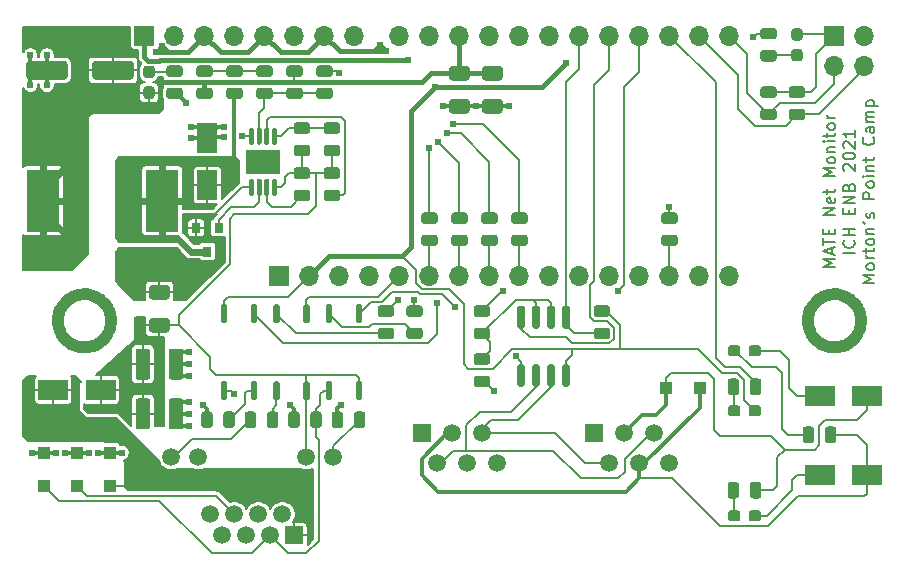
<source format=gbr>
%TF.GenerationSoftware,KiCad,Pcbnew,(5.1.6-0)*%
%TF.CreationDate,2021-08-25T02:04:09-07:00*%
%TF.ProjectId,mate-net-monitor,6d617465-2d6e-4657-942d-6d6f6e69746f,P1*%
%TF.SameCoordinates,PX6b4f310PY74ffa90*%
%TF.FileFunction,Copper,L1,Top*%
%TF.FilePolarity,Positive*%
%FSLAX46Y46*%
G04 Gerber Fmt 4.6, Leading zero omitted, Abs format (unit mm)*
G04 Created by KiCad (PCBNEW (5.1.6-0)) date 2021-08-25 02:04:09*
%MOMM*%
%LPD*%
G01*
G04 APERTURE LIST*
%TA.AperFunction,NonConductor*%
%ADD10C,0.152400*%
%TD*%
%TA.AperFunction,ComponentPad*%
%ADD11O,1.700000X1.700000*%
%TD*%
%TA.AperFunction,ComponentPad*%
%ADD12R,1.700000X1.700000*%
%TD*%
%TA.AperFunction,ComponentPad*%
%ADD13C,1.500000*%
%TD*%
%TA.AperFunction,ComponentPad*%
%ADD14R,1.500000X1.500000*%
%TD*%
%TA.AperFunction,ComponentPad*%
%ADD15C,0.800000*%
%TD*%
%TA.AperFunction,SMDPad,CuDef*%
%ADD16C,0.100000*%
%TD*%
%TA.AperFunction,SMDPad,CuDef*%
%ADD17R,1.100000X1.100000*%
%TD*%
%TA.AperFunction,SMDPad,CuDef*%
%ADD18R,2.500000X1.800000*%
%TD*%
%TA.AperFunction,SMDPad,CuDef*%
%ADD19R,1.800000X2.500000*%
%TD*%
%TA.AperFunction,ComponentPad*%
%ADD20C,1.520000*%
%TD*%
%TA.AperFunction,ComponentPad*%
%ADD21R,1.520000X1.520000*%
%TD*%
%TA.AperFunction,SMDPad,CuDef*%
%ADD22R,2.800000X5.300000*%
%TD*%
%TA.AperFunction,SMDPad,CuDef*%
%ADD23R,0.800000X0.900000*%
%TD*%
%TA.AperFunction,SMDPad,CuDef*%
%ADD24R,2.000000X1.880000*%
%TD*%
%TA.AperFunction,ViaPad*%
%ADD25C,0.500000*%
%TD*%
%TA.AperFunction,Conductor*%
%ADD26R,3.000000X2.000000*%
%TD*%
%TA.AperFunction,ViaPad*%
%ADD27C,0.609600*%
%TD*%
%TA.AperFunction,Conductor*%
%ADD28C,0.203200*%
%TD*%
%TA.AperFunction,Conductor*%
%ADD29C,0.457200*%
%TD*%
%TA.AperFunction,Conductor*%
%ADD30C,0.304800*%
%TD*%
%TA.AperFunction,Conductor*%
%ADD31C,0.609600*%
%TD*%
G04 APERTURE END LIST*
D10*
X69157980Y30726858D02*
X68157980Y30726858D01*
X68872266Y31060191D01*
X68157980Y31393524D01*
X69157980Y31393524D01*
X68872266Y31822096D02*
X68872266Y32298286D01*
X69157980Y31726858D02*
X68157980Y32060191D01*
X69157980Y32393524D01*
X68157980Y32584000D02*
X68157980Y33155429D01*
X69157980Y32869715D02*
X68157980Y32869715D01*
X68634171Y33488762D02*
X68634171Y33822096D01*
X69157980Y33964953D02*
X69157980Y33488762D01*
X68157980Y33488762D01*
X68157980Y33964953D01*
X69157980Y35155429D02*
X68157980Y35155429D01*
X69157980Y35726858D01*
X68157980Y35726858D01*
X69110361Y36584000D02*
X69157980Y36488762D01*
X69157980Y36298286D01*
X69110361Y36203048D01*
X69015123Y36155429D01*
X68634171Y36155429D01*
X68538933Y36203048D01*
X68491314Y36298286D01*
X68491314Y36488762D01*
X68538933Y36584000D01*
X68634171Y36631620D01*
X68729409Y36631620D01*
X68824647Y36155429D01*
X68491314Y36917334D02*
X68491314Y37298286D01*
X68157980Y37060191D02*
X69015123Y37060191D01*
X69110361Y37107810D01*
X69157980Y37203048D01*
X69157980Y37298286D01*
X69157980Y38393524D02*
X68157980Y38393524D01*
X68872266Y38726858D01*
X68157980Y39060191D01*
X69157980Y39060191D01*
X69157980Y39679239D02*
X69110361Y39584000D01*
X69062742Y39536381D01*
X68967504Y39488762D01*
X68681790Y39488762D01*
X68586552Y39536381D01*
X68538933Y39584000D01*
X68491314Y39679239D01*
X68491314Y39822096D01*
X68538933Y39917334D01*
X68586552Y39964953D01*
X68681790Y40012572D01*
X68967504Y40012572D01*
X69062742Y39964953D01*
X69110361Y39917334D01*
X69157980Y39822096D01*
X69157980Y39679239D01*
X68491314Y40441143D02*
X69157980Y40441143D01*
X68586552Y40441143D02*
X68538933Y40488762D01*
X68491314Y40584000D01*
X68491314Y40726858D01*
X68538933Y40822096D01*
X68634171Y40869715D01*
X69157980Y40869715D01*
X69157980Y41345905D02*
X68491314Y41345905D01*
X68157980Y41345905D02*
X68205600Y41298286D01*
X68253219Y41345905D01*
X68205600Y41393524D01*
X68157980Y41345905D01*
X68253219Y41345905D01*
X68491314Y41679239D02*
X68491314Y42060191D01*
X68157980Y41822096D02*
X69015123Y41822096D01*
X69110361Y41869715D01*
X69157980Y41964953D01*
X69157980Y42060191D01*
X69157980Y42536381D02*
X69110361Y42441143D01*
X69062742Y42393524D01*
X68967504Y42345905D01*
X68681790Y42345905D01*
X68586552Y42393524D01*
X68538933Y42441143D01*
X68491314Y42536381D01*
X68491314Y42679239D01*
X68538933Y42774477D01*
X68586552Y42822096D01*
X68681790Y42869715D01*
X68967504Y42869715D01*
X69062742Y42822096D01*
X69110361Y42774477D01*
X69157980Y42679239D01*
X69157980Y42536381D01*
X69157980Y43298286D02*
X68491314Y43298286D01*
X68681790Y43298286D02*
X68586552Y43345905D01*
X68538933Y43393524D01*
X68491314Y43488762D01*
X68491314Y43584000D01*
X70810380Y31917334D02*
X69810380Y31917334D01*
X70715142Y32964953D02*
X70762761Y32917334D01*
X70810380Y32774477D01*
X70810380Y32679239D01*
X70762761Y32536381D01*
X70667523Y32441143D01*
X70572285Y32393524D01*
X70381809Y32345905D01*
X70238952Y32345905D01*
X70048476Y32393524D01*
X69953238Y32441143D01*
X69858000Y32536381D01*
X69810380Y32679239D01*
X69810380Y32774477D01*
X69858000Y32917334D01*
X69905619Y32964953D01*
X70810380Y33393524D02*
X69810380Y33393524D01*
X70286571Y33393524D02*
X70286571Y33964953D01*
X70810380Y33964953D02*
X69810380Y33964953D01*
X70286571Y35203048D02*
X70286571Y35536381D01*
X70810380Y35679239D02*
X70810380Y35203048D01*
X69810380Y35203048D01*
X69810380Y35679239D01*
X70810380Y36107810D02*
X69810380Y36107810D01*
X70810380Y36679239D01*
X69810380Y36679239D01*
X70286571Y37488762D02*
X70334190Y37631620D01*
X70381809Y37679239D01*
X70477047Y37726858D01*
X70619904Y37726858D01*
X70715142Y37679239D01*
X70762761Y37631620D01*
X70810380Y37536381D01*
X70810380Y37155429D01*
X69810380Y37155429D01*
X69810380Y37488762D01*
X69858000Y37584000D01*
X69905619Y37631620D01*
X70000857Y37679239D01*
X70096095Y37679239D01*
X70191333Y37631620D01*
X70238952Y37584000D01*
X70286571Y37488762D01*
X70286571Y37155429D01*
X69905619Y38869715D02*
X69858000Y38917334D01*
X69810380Y39012572D01*
X69810380Y39250667D01*
X69858000Y39345905D01*
X69905619Y39393524D01*
X70000857Y39441143D01*
X70096095Y39441143D01*
X70238952Y39393524D01*
X70810380Y38822096D01*
X70810380Y39441143D01*
X69810380Y40060191D02*
X69810380Y40155429D01*
X69858000Y40250667D01*
X69905619Y40298286D01*
X70000857Y40345905D01*
X70191333Y40393524D01*
X70429428Y40393524D01*
X70619904Y40345905D01*
X70715142Y40298286D01*
X70762761Y40250667D01*
X70810380Y40155429D01*
X70810380Y40060191D01*
X70762761Y39964953D01*
X70715142Y39917334D01*
X70619904Y39869715D01*
X70429428Y39822096D01*
X70191333Y39822096D01*
X70000857Y39869715D01*
X69905619Y39917334D01*
X69858000Y39964953D01*
X69810380Y40060191D01*
X69905619Y40774477D02*
X69858000Y40822096D01*
X69810380Y40917334D01*
X69810380Y41155429D01*
X69858000Y41250667D01*
X69905619Y41298286D01*
X70000857Y41345905D01*
X70096095Y41345905D01*
X70238952Y41298286D01*
X70810380Y40726858D01*
X70810380Y41345905D01*
X70810380Y42298286D02*
X70810380Y41726858D01*
X70810380Y42012572D02*
X69810380Y42012572D01*
X69953238Y41917334D01*
X70048476Y41822096D01*
X70096095Y41726858D01*
X72462780Y29393524D02*
X71462780Y29393524D01*
X72177066Y29726858D01*
X71462780Y30060191D01*
X72462780Y30060191D01*
X72462780Y30679239D02*
X72415161Y30584000D01*
X72367542Y30536381D01*
X72272304Y30488762D01*
X71986590Y30488762D01*
X71891352Y30536381D01*
X71843733Y30584000D01*
X71796114Y30679239D01*
X71796114Y30822096D01*
X71843733Y30917334D01*
X71891352Y30964953D01*
X71986590Y31012572D01*
X72272304Y31012572D01*
X72367542Y30964953D01*
X72415161Y30917334D01*
X72462780Y30822096D01*
X72462780Y30679239D01*
X72462780Y31441143D02*
X71796114Y31441143D01*
X71986590Y31441143D02*
X71891352Y31488762D01*
X71843733Y31536381D01*
X71796114Y31631620D01*
X71796114Y31726858D01*
X71796114Y31917334D02*
X71796114Y32298286D01*
X71462780Y32060191D02*
X72319923Y32060191D01*
X72415161Y32107810D01*
X72462780Y32203048D01*
X72462780Y32298286D01*
X72462780Y32774477D02*
X72415161Y32679239D01*
X72367542Y32631620D01*
X72272304Y32584000D01*
X71986590Y32584000D01*
X71891352Y32631620D01*
X71843733Y32679239D01*
X71796114Y32774477D01*
X71796114Y32917334D01*
X71843733Y33012572D01*
X71891352Y33060191D01*
X71986590Y33107810D01*
X72272304Y33107810D01*
X72367542Y33060191D01*
X72415161Y33012572D01*
X72462780Y32917334D01*
X72462780Y32774477D01*
X71796114Y33536381D02*
X72462780Y33536381D01*
X71891352Y33536381D02*
X71843733Y33584000D01*
X71796114Y33679239D01*
X71796114Y33822096D01*
X71843733Y33917334D01*
X71938971Y33964953D01*
X72462780Y33964953D01*
X71462780Y34488762D02*
X71510400Y34488762D01*
X71605638Y34441143D01*
X71653257Y34393524D01*
X72415161Y34869715D02*
X72462780Y34964953D01*
X72462780Y35155429D01*
X72415161Y35250667D01*
X72319923Y35298286D01*
X72272304Y35298286D01*
X72177066Y35250667D01*
X72129447Y35155429D01*
X72129447Y35012572D01*
X72081828Y34917334D01*
X71986590Y34869715D01*
X71938971Y34869715D01*
X71843733Y34917334D01*
X71796114Y35012572D01*
X71796114Y35155429D01*
X71843733Y35250667D01*
X72462780Y36488762D02*
X71462780Y36488762D01*
X71462780Y36869715D01*
X71510400Y36964953D01*
X71558019Y37012572D01*
X71653257Y37060191D01*
X71796114Y37060191D01*
X71891352Y37012572D01*
X71938971Y36964953D01*
X71986590Y36869715D01*
X71986590Y36488762D01*
X72462780Y37631620D02*
X72415161Y37536381D01*
X72367542Y37488762D01*
X72272304Y37441143D01*
X71986590Y37441143D01*
X71891352Y37488762D01*
X71843733Y37536381D01*
X71796114Y37631620D01*
X71796114Y37774477D01*
X71843733Y37869715D01*
X71891352Y37917334D01*
X71986590Y37964953D01*
X72272304Y37964953D01*
X72367542Y37917334D01*
X72415161Y37869715D01*
X72462780Y37774477D01*
X72462780Y37631620D01*
X72462780Y38393524D02*
X71796114Y38393524D01*
X71462780Y38393524D02*
X71510400Y38345905D01*
X71558019Y38393524D01*
X71510400Y38441143D01*
X71462780Y38393524D01*
X71558019Y38393524D01*
X71796114Y38869715D02*
X72462780Y38869715D01*
X71891352Y38869715D02*
X71843733Y38917334D01*
X71796114Y39012572D01*
X71796114Y39155429D01*
X71843733Y39250667D01*
X71938971Y39298286D01*
X72462780Y39298286D01*
X71796114Y39631620D02*
X71796114Y40012572D01*
X71462780Y39774477D02*
X72319923Y39774477D01*
X72415161Y39822096D01*
X72462780Y39917334D01*
X72462780Y40012572D01*
X72367542Y41679239D02*
X72415161Y41631620D01*
X72462780Y41488762D01*
X72462780Y41393524D01*
X72415161Y41250667D01*
X72319923Y41155429D01*
X72224685Y41107810D01*
X72034209Y41060191D01*
X71891352Y41060191D01*
X71700876Y41107810D01*
X71605638Y41155429D01*
X71510400Y41250667D01*
X71462780Y41393524D01*
X71462780Y41488762D01*
X71510400Y41631620D01*
X71558019Y41679239D01*
X72462780Y42536381D02*
X71938971Y42536381D01*
X71843733Y42488762D01*
X71796114Y42393524D01*
X71796114Y42203048D01*
X71843733Y42107810D01*
X72415161Y42536381D02*
X72462780Y42441143D01*
X72462780Y42203048D01*
X72415161Y42107810D01*
X72319923Y42060191D01*
X72224685Y42060191D01*
X72129447Y42107810D01*
X72081828Y42203048D01*
X72081828Y42441143D01*
X72034209Y42536381D01*
X72462780Y43012572D02*
X71796114Y43012572D01*
X71891352Y43012572D02*
X71843733Y43060191D01*
X71796114Y43155429D01*
X71796114Y43298286D01*
X71843733Y43393524D01*
X71938971Y43441143D01*
X72462780Y43441143D01*
X71938971Y43441143D02*
X71843733Y43488762D01*
X71796114Y43584000D01*
X71796114Y43726858D01*
X71843733Y43822096D01*
X71938971Y43869715D01*
X72462780Y43869715D01*
X71796114Y44345905D02*
X72796114Y44345905D01*
X71843733Y44345905D02*
X71796114Y44441143D01*
X71796114Y44631620D01*
X71843733Y44726858D01*
X71891352Y44774477D01*
X71986590Y44822096D01*
X72272304Y44822096D01*
X72367542Y44774477D01*
X72415161Y44726858D01*
X72462780Y44631620D01*
X72462780Y44441143D01*
X72415161Y44345905D01*
D11*
%TO.P,A1,LI+*%
%TO.N,Net-(A1-PadLI+)*%
X32258000Y50292000D03*
%TO.P,A1,EN*%
%TO.N,Net-(A1-PadEN)*%
X34798000Y50292000D03*
%TO.P,A1,D8*%
%TO.N,Net-(A1-PadD8)*%
X39878000Y50292000D03*
%TO.P,A1,D7*%
%TO.N,Net-(A1-PadD7)*%
X42418000Y50292000D03*
%TO.P,A1,D6*%
%TO.N,Net-(A1-PadD6)*%
X44958000Y50292000D03*
%TO.P,A1,D5*%
%TO.N,/PB_UART2_RX*%
X47498000Y50292000D03*
%TO.P,A1,D4*%
%TO.N,/PB_UART2_TX*%
X50038000Y50292000D03*
%TO.P,A1,D3*%
%TO.N,/PB_D3*%
X52578000Y50292000D03*
%TO.P,A1,D2*%
%TO.N,/PB_D2*%
X55118000Y50292000D03*
%TO.P,A1,SCL*%
%TO.N,/PB_SCL*%
X57658000Y50292000D03*
%TO.P,A1,SDA*%
%TO.N,/PB_SDA*%
X60198000Y50292000D03*
%TO.P,A1,VUSB*%
%TO.N,+5V*%
X37338000Y50292000D03*
%TO.P,A1,NC*%
%TO.N,Net-(A1-PadNC)*%
X60198000Y29972000D03*
%TO.P,A1,TX*%
%TO.N,/PB_UART1_TX*%
X57658000Y29972000D03*
%TO.P,A1,RX*%
%TO.N,/PB_UART1_RX*%
X55118000Y29972000D03*
%TO.P,A1,MI*%
%TO.N,Net-(A1-PadMI)*%
X52578000Y29972000D03*
%TO.P,A1,MO*%
%TO.N,Net-(A1-PadMO)*%
X50038000Y29972000D03*
%TO.P,A1,SCK*%
%TO.N,Net-(A1-PadSCK)*%
X47498000Y29972000D03*
%TO.P,A1,A5*%
%TO.N,Net-(A1-PadA5)*%
X44958000Y29972000D03*
%TO.P,A1,A4*%
%TO.N,/PB_ADC4*%
X42418000Y29972000D03*
%TO.P,A1,A3*%
%TO.N,/PB_ADC3*%
X39878000Y29972000D03*
%TO.P,A1,A2*%
%TO.N,/PB_ADC2*%
X37338000Y29972000D03*
%TO.P,A1,A1*%
%TO.N,/PB_ADC1*%
X34798000Y29972000D03*
%TO.P,A1,A0*%
%TO.N,/PB_PWM2*%
X32258000Y29972000D03*
%TO.P,A1,GND*%
%TO.N,GND*%
X29718000Y29972000D03*
%TO.P,A1,MD*%
%TO.N,Net-(A1-PadMD)*%
X27178000Y29972000D03*
%TO.P,A1,3V3*%
%TO.N,+3V3*%
X24638000Y29972000D03*
D12*
%TO.P,A1,RST*%
%TO.N,Net-(A1-PadRST)*%
X22098000Y29972000D03*
%TD*%
D13*
%TO.P,J5,12*%
%TO.N,/MATE_NET_IND_A*%
X12948000Y14601000D03*
%TO.P,J5,11*%
%TO.N,GND*%
X15238000Y14601000D03*
%TO.P,J5,10*%
%TO.N,+BATT*%
X24378000Y14601000D03*
%TO.P,J5,9*%
%TO.N,/PBATT_K*%
X26668000Y14601000D03*
%TO.P,J5,8*%
%TO.N,Net-(J5-Pad8)*%
X16256000Y9781000D03*
%TO.P,J5,6*%
%TO.N,/MATE_NET_RXD*%
X18288000Y9781000D03*
%TO.P,J5,4*%
%TO.N,Net-(J5-Pad4)*%
X20320000Y9781000D03*
%TO.P,J5,2*%
%TO.N,GND*%
X22352000Y9781000D03*
%TO.P,J5,7*%
%TO.N,Net-(J5-Pad7)*%
X17272000Y8001000D03*
%TO.P,J5,5*%
%TO.N,Net-(J5-Pad5)*%
X19304000Y8001000D03*
%TO.P,J5,3*%
%TO.N,/MATE_NET_TXD*%
X21336000Y8001000D03*
D14*
%TO.P,J5,1*%
%TO.N,/PBATT_CONN*%
X23368000Y8001000D03*
%TD*%
D15*
%TO.P,H3,1*%
%TO.N,Net-(H3-Pad1)*%
X7178000Y27752000D03*
X5588000Y28412000D03*
X3998000Y27752000D03*
X3338000Y26162000D03*
X3998000Y24572000D03*
X5588000Y23912000D03*
X7178000Y24572000D03*
X7838000Y26162000D03*
%TA.AperFunction,SMDPad,CuDef*%
D16*
G36*
X5600210Y28911403D02*
G01*
X5612424Y28911403D01*
X5831986Y28900665D01*
X5831993Y28900665D01*
X5838956Y28900275D01*
X5859732Y28897945D01*
X5880605Y28895898D01*
X6098069Y28863785D01*
X6104968Y28862717D01*
X6125466Y28858360D01*
X6145987Y28854297D01*
X6359278Y28801118D01*
X6359283Y28801117D01*
X6359289Y28801115D01*
X6366044Y28799381D01*
X6385978Y28793057D01*
X6406048Y28786998D01*
X6613128Y28713260D01*
X6613135Y28713258D01*
X6613143Y28713255D01*
X6619694Y28710870D01*
X6638925Y28702627D01*
X6658298Y28694642D01*
X6857184Y28601053D01*
X6857201Y28601046D01*
X6857220Y28601036D01*
X6863497Y28598029D01*
X6881855Y28587937D01*
X6900332Y28578112D01*
X7089144Y28465558D01*
X7089153Y28465553D01*
X7089163Y28465546D01*
X7095123Y28461937D01*
X7112389Y28450115D01*
X7129841Y28438520D01*
X7306776Y28308072D01*
X7312366Y28303890D01*
X7328428Y28290413D01*
X7344631Y28277197D01*
X7507980Y28130117D01*
X7507992Y28130107D01*
X7508004Y28130095D01*
X7513148Y28125399D01*
X7527796Y28110440D01*
X7542654Y28095686D01*
X7690882Y27933356D01*
X7695553Y27928167D01*
X7708656Y27911871D01*
X7722020Y27895716D01*
X7853697Y27719700D01*
X7853702Y27719694D01*
X7853708Y27719686D01*
X7857843Y27714077D01*
X7869304Y27696564D01*
X7881018Y27679196D01*
X7994889Y27491171D01*
X7994891Y27491168D01*
X7994892Y27491166D01*
X7998467Y27485169D01*
X8008158Y27466631D01*
X8018125Y27448198D01*
X8113104Y27249960D01*
X8113109Y27249952D01*
X8113113Y27249941D01*
X8116080Y27243636D01*
X8123915Y27224244D01*
X8132038Y27204920D01*
X8207223Y26998353D01*
X8209564Y26991776D01*
X8215467Y26971722D01*
X8221668Y26951688D01*
X8276336Y26738770D01*
X8278024Y26731996D01*
X8281943Y26711453D01*
X8286158Y26690918D01*
X8319788Y26473682D01*
X8320808Y26466775D01*
X8322706Y26445919D01*
X8324894Y26425100D01*
X8337164Y26205639D01*
X8337166Y26205619D01*
X8337166Y26205595D01*
X8337506Y26198646D01*
X8337360Y26177739D01*
X8337506Y26156771D01*
X8328302Y25937160D01*
X8328302Y25937137D01*
X8328300Y25937110D01*
X8327960Y25930167D01*
X8325777Y25909398D01*
X8323874Y25888489D01*
X8293280Y25670805D01*
X8292260Y25663898D01*
X8288049Y25643385D01*
X8284126Y25622821D01*
X8232440Y25409177D01*
X8232437Y25409162D01*
X8232432Y25409145D01*
X8230747Y25402387D01*
X8224571Y25382437D01*
X8218645Y25362300D01*
X8146353Y25154704D01*
X8144011Y25148127D01*
X8135900Y25128831D01*
X8128052Y25109408D01*
X8035851Y24909867D01*
X8035847Y24909858D01*
X8035846Y24909857D01*
X8032874Y24903540D01*
X8022906Y24885105D01*
X8013215Y24866568D01*
X7901987Y24676983D01*
X7901977Y24676965D01*
X7901964Y24676945D01*
X7898402Y24670970D01*
X7886714Y24653641D01*
X7875228Y24636090D01*
X7746018Y24458248D01*
X7741875Y24452629D01*
X7728538Y24436507D01*
X7715410Y24420179D01*
X7569468Y24255800D01*
X7569462Y24255792D01*
X7569453Y24255783D01*
X7564793Y24250607D01*
X7549928Y24235845D01*
X7535283Y24220891D01*
X7374002Y24071544D01*
X7373992Y24071534D01*
X7373980Y24071524D01*
X7368836Y24066827D01*
X7352623Y24053604D01*
X7336571Y24040135D01*
X7161485Y23907238D01*
X7161476Y23907230D01*
X7161464Y23907222D01*
X7155885Y23903048D01*
X7138437Y23891455D01*
X7121169Y23879632D01*
X6933945Y23764450D01*
X6933939Y23764446D01*
X6933932Y23764442D01*
X6927968Y23760831D01*
X6909516Y23751019D01*
X6891132Y23740913D01*
X6693562Y23644552D01*
X6693554Y23644547D01*
X6693544Y23644543D01*
X6687259Y23641532D01*
X6667923Y23633562D01*
X6648654Y23625304D01*
X6442617Y23548680D01*
X6436057Y23546292D01*
X6416020Y23540242D01*
X6396055Y23533909D01*
X6183524Y23477756D01*
X6176762Y23476020D01*
X6156227Y23471954D01*
X6135742Y23467600D01*
X5918746Y23432454D01*
X5911847Y23431386D01*
X5890998Y23429342D01*
X5870201Y23427009D01*
X5650827Y23413207D01*
X5650809Y23413205D01*
X5650788Y23413205D01*
X5643840Y23412816D01*
X5622908Y23412816D01*
X5601965Y23412524D01*
X5382295Y23420195D01*
X5382275Y23420195D01*
X5382251Y23420197D01*
X5375300Y23420488D01*
X5354495Y23422528D01*
X5333597Y23424283D01*
X5115706Y23453356D01*
X5115703Y23453356D01*
X5115700Y23453357D01*
X5108791Y23454328D01*
X5088253Y23458394D01*
X5067657Y23462175D01*
X4853648Y23512370D01*
X4853639Y23512372D01*
X4853628Y23512375D01*
X4846855Y23514013D01*
X4826781Y23520074D01*
X4806683Y23525837D01*
X4598599Y23596674D01*
X4598587Y23596678D01*
X4598573Y23596683D01*
X4591994Y23598975D01*
X4572683Y23606934D01*
X4553168Y23614661D01*
X4352985Y23705468D01*
X4352977Y23705471D01*
X4352968Y23705476D01*
X4346641Y23708399D01*
X4328176Y23718217D01*
X4309530Y23727800D01*
X4119157Y23837712D01*
X4113136Y23841245D01*
X4095722Y23852815D01*
X4078096Y23864174D01*
X3899356Y23992139D01*
X3893708Y23996243D01*
X3877501Y24009461D01*
X3861072Y24022482D01*
X3695684Y24167270D01*
X3695673Y24167278D01*
X3695662Y24167289D01*
X3690454Y24171913D01*
X3675624Y24186640D01*
X3660534Y24201212D01*
X3510065Y24361446D01*
X3510055Y24361456D01*
X3510044Y24361468D01*
X3505312Y24366579D01*
X3491981Y24382693D01*
X3478395Y24398657D01*
X3344270Y24572820D01*
X3340049Y24578381D01*
X3328341Y24595739D01*
X3316390Y24612935D01*
X3199910Y24799343D01*
X3199900Y24799357D01*
X3199890Y24799375D01*
X3196243Y24805303D01*
X3186298Y24823696D01*
X3176069Y24841999D01*
X3078328Y25038898D01*
X3075268Y25045173D01*
X3067171Y25064434D01*
X3058771Y25083661D01*
X2980710Y25289158D01*
X2978277Y25295702D01*
X2972096Y25315671D01*
X2965615Y25335617D01*
X2907979Y25547750D01*
X2906196Y25554500D01*
X2901987Y25575006D01*
X2897489Y25595463D01*
X2860832Y25812195D01*
X2860830Y25812205D01*
X2860829Y25812216D01*
X2859714Y25819100D01*
X2857531Y25839874D01*
X2855046Y25860710D01*
X2839711Y26080000D01*
X2839273Y26086967D01*
X2839126Y26107915D01*
X2838761Y26125366D01*
X3838981Y26125366D01*
X3850904Y25954860D01*
X3879406Y25786346D01*
X3924219Y25621407D01*
X3984914Y25461627D01*
X4060909Y25308535D01*
X4151480Y25163591D01*
X4255768Y25028172D01*
X4372765Y24903584D01*
X4501359Y24791008D01*
X4640335Y24691511D01*
X4788354Y24606052D01*
X4944005Y24535446D01*
X5105803Y24480365D01*
X5272192Y24441339D01*
X5441620Y24418732D01*
X5612425Y24412767D01*
X5783000Y24423499D01*
X5951717Y24450826D01*
X6116974Y24494488D01*
X6277158Y24554060D01*
X6430781Y24628987D01*
X6576358Y24718547D01*
X6712499Y24821884D01*
X6837898Y24938004D01*
X6951376Y25065818D01*
X7051838Y25204092D01*
X7138329Y25351513D01*
X7210017Y25506659D01*
X7266227Y25668075D01*
X7306415Y25834192D01*
X7330203Y26003452D01*
X7337360Y26174212D01*
X7327819Y26344860D01*
X7301672Y26513760D01*
X7259164Y26679320D01*
X7200712Y26839915D01*
X7126857Y26994061D01*
X7038322Y27140251D01*
X6935941Y27277108D01*
X6820685Y27403329D01*
X6693675Y27517689D01*
X6556100Y27619117D01*
X6409297Y27706630D01*
X6254650Y27779401D01*
X6093630Y27836738D01*
X5927795Y27878085D01*
X5758710Y27903054D01*
X5579266Y27911830D01*
X5547867Y27911391D01*
X5368748Y27897609D01*
X5200419Y27867928D01*
X5035809Y27821968D01*
X4876452Y27760157D01*
X4723898Y27683097D01*
X4579584Y27591512D01*
X4444902Y27486287D01*
X4321132Y27368422D01*
X4209456Y27239044D01*
X4110930Y27099375D01*
X4026508Y26950765D01*
X3956992Y26794631D01*
X3903040Y26632447D01*
X3865175Y26465781D01*
X3843753Y26296213D01*
X3838981Y26125366D01*
X2838761Y26125366D01*
X2838688Y26128841D01*
X2844826Y26348579D01*
X2845070Y26355556D01*
X2846967Y26376399D01*
X2848574Y26397286D01*
X2876124Y26615360D01*
X2876125Y26615373D01*
X2876127Y26615387D01*
X2877049Y26622296D01*
X2880971Y26642854D01*
X2884608Y26663480D01*
X2933309Y26877843D01*
X2934903Y26884639D01*
X2940809Y26904707D01*
X2946446Y26924895D01*
X3015830Y27133469D01*
X3015833Y27133481D01*
X3015839Y27133495D01*
X3018083Y27140088D01*
X3025921Y27159488D01*
X3033499Y27179024D01*
X3122905Y27379832D01*
X3122909Y27379842D01*
X3122914Y27379853D01*
X3125794Y27386201D01*
X3135484Y27404737D01*
X3144934Y27423444D01*
X3253514Y27614580D01*
X3257005Y27620626D01*
X3268459Y27638130D01*
X3279690Y27655827D01*
X3406404Y27835455D01*
X3410468Y27841131D01*
X3423586Y27857447D01*
X3436478Y27873947D01*
X3580101Y28040337D01*
X3580116Y28040356D01*
X3580136Y28040377D01*
X3584713Y28045606D01*
X3599346Y28060549D01*
X3613804Y28075731D01*
X3772995Y28227326D01*
X3778084Y28232105D01*
X3794144Y28245581D01*
X3809973Y28259244D01*
X3983195Y28394581D01*
X3988727Y28398840D01*
X4005961Y28410641D01*
X4023113Y28422740D01*
X4208718Y28540528D01*
X4208719Y28540529D01*
X4208726Y28540533D01*
X4214638Y28544227D01*
X4232969Y28554305D01*
X4251194Y28564658D01*
X4447406Y28663771D01*
X4453659Y28666875D01*
X4472883Y28675114D01*
X4492030Y28683639D01*
X4696977Y28763133D01*
X4703503Y28765612D01*
X4723474Y28771947D01*
X4743330Y28778552D01*
X4955037Y28837662D01*
X4955056Y28837668D01*
X4955078Y28837673D01*
X4961793Y28839497D01*
X4982221Y28843839D01*
X5002692Y28848490D01*
X5219176Y28886662D01*
X5226060Y28887826D01*
X5246857Y28890159D01*
X5267640Y28892784D01*
X5486816Y28909649D01*
X5493780Y28910136D01*
X5505998Y28910307D01*
X5518197Y28911074D01*
X5581021Y28911951D01*
X5588002Y28912000D01*
X5600210Y28911403D01*
G37*
%TD.AperFunction*%
%TD*%
D15*
%TO.P,H4,1*%
%TO.N,Net-(H4-Pad1)*%
X70678000Y27752000D03*
X69088000Y28412000D03*
X67498000Y27752000D03*
X66838000Y26162000D03*
X67498000Y24572000D03*
X69088000Y23912000D03*
X70678000Y24572000D03*
X71338000Y26162000D03*
%TA.AperFunction,SMDPad,CuDef*%
D16*
G36*
X69100210Y28911403D02*
G01*
X69112424Y28911403D01*
X69331986Y28900665D01*
X69331993Y28900665D01*
X69338956Y28900275D01*
X69359732Y28897945D01*
X69380605Y28895898D01*
X69598069Y28863785D01*
X69604968Y28862717D01*
X69625466Y28858360D01*
X69645987Y28854297D01*
X69859278Y28801118D01*
X69859283Y28801117D01*
X69859289Y28801115D01*
X69866044Y28799381D01*
X69885978Y28793057D01*
X69906048Y28786998D01*
X70113128Y28713260D01*
X70113135Y28713258D01*
X70113143Y28713255D01*
X70119694Y28710870D01*
X70138925Y28702627D01*
X70158298Y28694642D01*
X70357184Y28601053D01*
X70357201Y28601046D01*
X70357220Y28601036D01*
X70363497Y28598029D01*
X70381855Y28587937D01*
X70400332Y28578112D01*
X70589144Y28465558D01*
X70589153Y28465553D01*
X70589163Y28465546D01*
X70595123Y28461937D01*
X70612389Y28450115D01*
X70629841Y28438520D01*
X70806776Y28308072D01*
X70812366Y28303890D01*
X70828428Y28290413D01*
X70844631Y28277197D01*
X71007980Y28130117D01*
X71007992Y28130107D01*
X71008004Y28130095D01*
X71013148Y28125399D01*
X71027796Y28110440D01*
X71042654Y28095686D01*
X71190882Y27933356D01*
X71195553Y27928167D01*
X71208656Y27911871D01*
X71222020Y27895716D01*
X71353697Y27719700D01*
X71353702Y27719694D01*
X71353708Y27719686D01*
X71357843Y27714077D01*
X71369304Y27696564D01*
X71381018Y27679196D01*
X71494889Y27491171D01*
X71494891Y27491168D01*
X71494892Y27491166D01*
X71498467Y27485169D01*
X71508158Y27466631D01*
X71518125Y27448198D01*
X71613104Y27249960D01*
X71613109Y27249952D01*
X71613113Y27249941D01*
X71616080Y27243636D01*
X71623915Y27224244D01*
X71632038Y27204920D01*
X71707223Y26998353D01*
X71709564Y26991776D01*
X71715467Y26971722D01*
X71721668Y26951688D01*
X71776336Y26738770D01*
X71778024Y26731996D01*
X71781943Y26711453D01*
X71786158Y26690918D01*
X71819788Y26473682D01*
X71820808Y26466775D01*
X71822706Y26445919D01*
X71824894Y26425100D01*
X71837164Y26205639D01*
X71837166Y26205619D01*
X71837166Y26205595D01*
X71837506Y26198646D01*
X71837360Y26177739D01*
X71837506Y26156771D01*
X71828302Y25937160D01*
X71828302Y25937137D01*
X71828300Y25937110D01*
X71827960Y25930167D01*
X71825777Y25909398D01*
X71823874Y25888489D01*
X71793280Y25670805D01*
X71792260Y25663898D01*
X71788049Y25643385D01*
X71784126Y25622821D01*
X71732440Y25409177D01*
X71732437Y25409162D01*
X71732432Y25409145D01*
X71730747Y25402387D01*
X71724571Y25382437D01*
X71718645Y25362300D01*
X71646353Y25154704D01*
X71644011Y25148127D01*
X71635900Y25128831D01*
X71628052Y25109408D01*
X71535851Y24909867D01*
X71535847Y24909858D01*
X71535846Y24909857D01*
X71532874Y24903540D01*
X71522906Y24885105D01*
X71513215Y24866568D01*
X71401987Y24676983D01*
X71401977Y24676965D01*
X71401964Y24676945D01*
X71398402Y24670970D01*
X71386714Y24653641D01*
X71375228Y24636090D01*
X71246018Y24458248D01*
X71241875Y24452629D01*
X71228538Y24436507D01*
X71215410Y24420179D01*
X71069468Y24255800D01*
X71069462Y24255792D01*
X71069453Y24255783D01*
X71064793Y24250607D01*
X71049928Y24235845D01*
X71035283Y24220891D01*
X70874002Y24071544D01*
X70873992Y24071534D01*
X70873980Y24071524D01*
X70868836Y24066827D01*
X70852623Y24053604D01*
X70836571Y24040135D01*
X70661485Y23907238D01*
X70661476Y23907230D01*
X70661464Y23907222D01*
X70655885Y23903048D01*
X70638437Y23891455D01*
X70621169Y23879632D01*
X70433945Y23764450D01*
X70433939Y23764446D01*
X70433932Y23764442D01*
X70427968Y23760831D01*
X70409516Y23751019D01*
X70391132Y23740913D01*
X70193562Y23644552D01*
X70193554Y23644547D01*
X70193544Y23644543D01*
X70187259Y23641532D01*
X70167923Y23633562D01*
X70148654Y23625304D01*
X69942617Y23548680D01*
X69936057Y23546292D01*
X69916020Y23540242D01*
X69896055Y23533909D01*
X69683524Y23477756D01*
X69676762Y23476020D01*
X69656227Y23471954D01*
X69635742Y23467600D01*
X69418746Y23432454D01*
X69411847Y23431386D01*
X69390998Y23429342D01*
X69370201Y23427009D01*
X69150827Y23413207D01*
X69150809Y23413205D01*
X69150788Y23413205D01*
X69143840Y23412816D01*
X69122908Y23412816D01*
X69101965Y23412524D01*
X68882295Y23420195D01*
X68882275Y23420195D01*
X68882251Y23420197D01*
X68875300Y23420488D01*
X68854495Y23422528D01*
X68833597Y23424283D01*
X68615706Y23453356D01*
X68615703Y23453356D01*
X68615700Y23453357D01*
X68608791Y23454328D01*
X68588253Y23458394D01*
X68567657Y23462175D01*
X68353648Y23512370D01*
X68353639Y23512372D01*
X68353628Y23512375D01*
X68346855Y23514013D01*
X68326781Y23520074D01*
X68306683Y23525837D01*
X68098599Y23596674D01*
X68098587Y23596678D01*
X68098573Y23596683D01*
X68091994Y23598975D01*
X68072683Y23606934D01*
X68053168Y23614661D01*
X67852985Y23705468D01*
X67852977Y23705471D01*
X67852968Y23705476D01*
X67846641Y23708399D01*
X67828176Y23718217D01*
X67809530Y23727800D01*
X67619157Y23837712D01*
X67613136Y23841245D01*
X67595722Y23852815D01*
X67578096Y23864174D01*
X67399356Y23992139D01*
X67393708Y23996243D01*
X67377501Y24009461D01*
X67361072Y24022482D01*
X67195684Y24167270D01*
X67195673Y24167278D01*
X67195662Y24167289D01*
X67190454Y24171913D01*
X67175624Y24186640D01*
X67160534Y24201212D01*
X67010065Y24361446D01*
X67010055Y24361456D01*
X67010044Y24361468D01*
X67005312Y24366579D01*
X66991981Y24382693D01*
X66978395Y24398657D01*
X66844270Y24572820D01*
X66840049Y24578381D01*
X66828341Y24595739D01*
X66816390Y24612935D01*
X66699910Y24799343D01*
X66699900Y24799357D01*
X66699890Y24799375D01*
X66696243Y24805303D01*
X66686298Y24823696D01*
X66676069Y24841999D01*
X66578328Y25038898D01*
X66575268Y25045173D01*
X66567171Y25064434D01*
X66558771Y25083661D01*
X66480710Y25289158D01*
X66478277Y25295702D01*
X66472096Y25315671D01*
X66465615Y25335617D01*
X66407979Y25547750D01*
X66406196Y25554500D01*
X66401987Y25575006D01*
X66397489Y25595463D01*
X66360832Y25812195D01*
X66360830Y25812205D01*
X66360829Y25812216D01*
X66359714Y25819100D01*
X66357531Y25839874D01*
X66355046Y25860710D01*
X66339711Y26080000D01*
X66339273Y26086967D01*
X66339126Y26107915D01*
X66338761Y26125366D01*
X67338981Y26125366D01*
X67350904Y25954860D01*
X67379406Y25786346D01*
X67424219Y25621407D01*
X67484914Y25461627D01*
X67560909Y25308535D01*
X67651480Y25163591D01*
X67755768Y25028172D01*
X67872765Y24903584D01*
X68001359Y24791008D01*
X68140335Y24691511D01*
X68288354Y24606052D01*
X68444005Y24535446D01*
X68605803Y24480365D01*
X68772192Y24441339D01*
X68941620Y24418732D01*
X69112425Y24412767D01*
X69283000Y24423499D01*
X69451717Y24450826D01*
X69616974Y24494488D01*
X69777158Y24554060D01*
X69930781Y24628987D01*
X70076358Y24718547D01*
X70212499Y24821884D01*
X70337898Y24938004D01*
X70451376Y25065818D01*
X70551838Y25204092D01*
X70638329Y25351513D01*
X70710017Y25506659D01*
X70766227Y25668075D01*
X70806415Y25834192D01*
X70830203Y26003452D01*
X70837360Y26174212D01*
X70827819Y26344860D01*
X70801672Y26513760D01*
X70759164Y26679320D01*
X70700712Y26839915D01*
X70626857Y26994061D01*
X70538322Y27140251D01*
X70435941Y27277108D01*
X70320685Y27403329D01*
X70193675Y27517689D01*
X70056100Y27619117D01*
X69909297Y27706630D01*
X69754650Y27779401D01*
X69593630Y27836738D01*
X69427795Y27878085D01*
X69258710Y27903054D01*
X69079266Y27911830D01*
X69047867Y27911391D01*
X68868748Y27897609D01*
X68700419Y27867928D01*
X68535809Y27821968D01*
X68376452Y27760157D01*
X68223898Y27683097D01*
X68079584Y27591512D01*
X67944902Y27486287D01*
X67821132Y27368422D01*
X67709456Y27239044D01*
X67610930Y27099375D01*
X67526508Y26950765D01*
X67456992Y26794631D01*
X67403040Y26632447D01*
X67365175Y26465781D01*
X67343753Y26296213D01*
X67338981Y26125366D01*
X66338761Y26125366D01*
X66338688Y26128841D01*
X66344826Y26348579D01*
X66345070Y26355556D01*
X66346967Y26376399D01*
X66348574Y26397286D01*
X66376124Y26615360D01*
X66376125Y26615373D01*
X66376127Y26615387D01*
X66377049Y26622296D01*
X66380971Y26642854D01*
X66384608Y26663480D01*
X66433309Y26877843D01*
X66434903Y26884639D01*
X66440809Y26904707D01*
X66446446Y26924895D01*
X66515830Y27133469D01*
X66515833Y27133481D01*
X66515839Y27133495D01*
X66518083Y27140088D01*
X66525921Y27159488D01*
X66533499Y27179024D01*
X66622905Y27379832D01*
X66622909Y27379842D01*
X66622914Y27379853D01*
X66625794Y27386201D01*
X66635484Y27404737D01*
X66644934Y27423444D01*
X66753514Y27614580D01*
X66757005Y27620626D01*
X66768459Y27638130D01*
X66779690Y27655827D01*
X66906404Y27835455D01*
X66910468Y27841131D01*
X66923586Y27857447D01*
X66936478Y27873947D01*
X67080101Y28040337D01*
X67080116Y28040356D01*
X67080136Y28040377D01*
X67084713Y28045606D01*
X67099346Y28060549D01*
X67113804Y28075731D01*
X67272995Y28227326D01*
X67278084Y28232105D01*
X67294144Y28245581D01*
X67309973Y28259244D01*
X67483195Y28394581D01*
X67488727Y28398840D01*
X67505961Y28410641D01*
X67523113Y28422740D01*
X67708718Y28540528D01*
X67708719Y28540529D01*
X67708726Y28540533D01*
X67714638Y28544227D01*
X67732969Y28554305D01*
X67751194Y28564658D01*
X67947406Y28663771D01*
X67953659Y28666875D01*
X67972883Y28675114D01*
X67992030Y28683639D01*
X68196977Y28763133D01*
X68203503Y28765612D01*
X68223474Y28771947D01*
X68243330Y28778552D01*
X68455037Y28837662D01*
X68455056Y28837668D01*
X68455078Y28837673D01*
X68461793Y28839497D01*
X68482221Y28843839D01*
X68502692Y28848490D01*
X68719176Y28886662D01*
X68726060Y28887826D01*
X68746857Y28890159D01*
X68767640Y28892784D01*
X68986816Y28909649D01*
X68993780Y28910136D01*
X69005998Y28910307D01*
X69018197Y28911074D01*
X69081021Y28911951D01*
X69088002Y28912000D01*
X69100210Y28911403D01*
G37*
%TD.AperFunction*%
%TD*%
D12*
%TO.P,J4,1*%
%TO.N,+3V3*%
X10668000Y50292000D03*
D11*
%TO.P,J4,2*%
%TO.N,/CONN_ADC1*%
X13208000Y50292000D03*
%TO.P,J4,3*%
%TO.N,GND*%
X15748000Y50292000D03*
%TO.P,J4,4*%
%TO.N,/CONN_ADC2*%
X18288000Y50292000D03*
%TO.P,J4,5*%
%TO.N,GND*%
X20828000Y50292000D03*
%TO.P,J4,6*%
%TO.N,/CONN_ADC3*%
X23368000Y50292000D03*
%TO.P,J4,7*%
%TO.N,GND*%
X25908000Y50292000D03*
%TO.P,J4,8*%
%TO.N,/CONN_ADC4*%
X28448000Y50292000D03*
%TD*%
%TO.P,C1,1*%
%TO.N,+BATT*%
%TA.AperFunction,SMDPad,CuDef*%
G36*
G01*
X9913000Y17213000D02*
X9913000Y19363000D01*
G75*
G02*
X10163000Y19613000I250000J0D01*
G01*
X10913000Y19613000D01*
G75*
G02*
X11163000Y19363000I0J-250000D01*
G01*
X11163000Y17213000D01*
G75*
G02*
X10913000Y16963000I-250000J0D01*
G01*
X10163000Y16963000D01*
G75*
G02*
X9913000Y17213000I0J250000D01*
G01*
G37*
%TD.AperFunction*%
%TO.P,C1,2*%
%TO.N,GND*%
%TA.AperFunction,SMDPad,CuDef*%
G36*
G01*
X12713000Y17213000D02*
X12713000Y19363000D01*
G75*
G02*
X12963000Y19613000I250000J0D01*
G01*
X13713000Y19613000D01*
G75*
G02*
X13963000Y19363000I0J-250000D01*
G01*
X13963000Y17213000D01*
G75*
G02*
X13713000Y16963000I-250000J0D01*
G01*
X12963000Y16963000D01*
G75*
G02*
X12713000Y17213000I0J250000D01*
G01*
G37*
%TD.AperFunction*%
%TD*%
%TO.P,C2,2*%
%TO.N,GND*%
%TA.AperFunction,SMDPad,CuDef*%
G36*
G01*
X12713000Y21404000D02*
X12713000Y23554000D01*
G75*
G02*
X12963000Y23804000I250000J0D01*
G01*
X13713000Y23804000D01*
G75*
G02*
X13963000Y23554000I0J-250000D01*
G01*
X13963000Y21404000D01*
G75*
G02*
X13713000Y21154000I-250000J0D01*
G01*
X12963000Y21154000D01*
G75*
G02*
X12713000Y21404000I0J250000D01*
G01*
G37*
%TD.AperFunction*%
%TO.P,C2,1*%
%TO.N,+BATT*%
%TA.AperFunction,SMDPad,CuDef*%
G36*
G01*
X9913000Y21404000D02*
X9913000Y23554000D01*
G75*
G02*
X10163000Y23804000I250000J0D01*
G01*
X10913000Y23804000D01*
G75*
G02*
X11163000Y23554000I0J-250000D01*
G01*
X11163000Y21404000D01*
G75*
G02*
X10913000Y21154000I-250000J0D01*
G01*
X10163000Y21154000D01*
G75*
G02*
X9913000Y21404000I0J250000D01*
G01*
G37*
%TD.AperFunction*%
%TD*%
%TO.P,C3,2*%
%TO.N,/P5V_VCC*%
%TA.AperFunction,SMDPad,CuDef*%
G36*
G01*
X23546750Y37269000D02*
X24459250Y37269000D01*
G75*
G02*
X24703000Y37025250I0J-243750D01*
G01*
X24703000Y36537750D01*
G75*
G02*
X24459250Y36294000I-243750J0D01*
G01*
X23546750Y36294000D01*
G75*
G02*
X23303000Y36537750I0J243750D01*
G01*
X23303000Y37025250D01*
G75*
G02*
X23546750Y37269000I243750J0D01*
G01*
G37*
%TD.AperFunction*%
%TO.P,C3,1*%
%TO.N,+BATT*%
%TA.AperFunction,SMDPad,CuDef*%
G36*
G01*
X23546750Y39144000D02*
X24459250Y39144000D01*
G75*
G02*
X24703000Y38900250I0J-243750D01*
G01*
X24703000Y38412750D01*
G75*
G02*
X24459250Y38169000I-243750J0D01*
G01*
X23546750Y38169000D01*
G75*
G02*
X23303000Y38412750I0J243750D01*
G01*
X23303000Y38900250D01*
G75*
G02*
X23546750Y39144000I243750J0D01*
G01*
G37*
%TD.AperFunction*%
%TD*%
%TO.P,C4,1*%
%TO.N,+BATT*%
%TA.AperFunction,SMDPad,CuDef*%
G36*
G01*
X24459250Y40104000D02*
X23546750Y40104000D01*
G75*
G02*
X23303000Y40347750I0J243750D01*
G01*
X23303000Y40835250D01*
G75*
G02*
X23546750Y41079000I243750J0D01*
G01*
X24459250Y41079000D01*
G75*
G02*
X24703000Y40835250I0J-243750D01*
G01*
X24703000Y40347750D01*
G75*
G02*
X24459250Y40104000I-243750J0D01*
G01*
G37*
%TD.AperFunction*%
%TO.P,C4,2*%
%TO.N,/P5V_ADJ*%
%TA.AperFunction,SMDPad,CuDef*%
G36*
G01*
X24459250Y41979000D02*
X23546750Y41979000D01*
G75*
G02*
X23303000Y42222750I0J243750D01*
G01*
X23303000Y42710250D01*
G75*
G02*
X23546750Y42954000I243750J0D01*
G01*
X24459250Y42954000D01*
G75*
G02*
X24703000Y42710250I0J-243750D01*
G01*
X24703000Y42222750D01*
G75*
G02*
X24459250Y41979000I-243750J0D01*
G01*
G37*
%TD.AperFunction*%
%TD*%
%TO.P,C5,1*%
%TO.N,/P5V_AC*%
%TA.AperFunction,SMDPad,CuDef*%
G36*
G01*
X20371750Y47780000D02*
X21284250Y47780000D01*
G75*
G02*
X21528000Y47536250I0J-243750D01*
G01*
X21528000Y47048750D01*
G75*
G02*
X21284250Y46805000I-243750J0D01*
G01*
X20371750Y46805000D01*
G75*
G02*
X20128000Y47048750I0J243750D01*
G01*
X20128000Y47536250D01*
G75*
G02*
X20371750Y47780000I243750J0D01*
G01*
G37*
%TD.AperFunction*%
%TO.P,C5,2*%
%TO.N,Net-(C5-Pad2)*%
%TA.AperFunction,SMDPad,CuDef*%
G36*
G01*
X20371750Y45905000D02*
X21284250Y45905000D01*
G75*
G02*
X21528000Y45661250I0J-243750D01*
G01*
X21528000Y45173750D01*
G75*
G02*
X21284250Y44930000I-243750J0D01*
G01*
X20371750Y44930000D01*
G75*
G02*
X20128000Y45173750I0J243750D01*
G01*
X20128000Y45661250D01*
G75*
G02*
X20371750Y45905000I243750J0D01*
G01*
G37*
%TD.AperFunction*%
%TD*%
%TO.P,C6,2*%
%TO.N,/P5V_AC*%
%TA.AperFunction,SMDPad,CuDef*%
G36*
G01*
X16204250Y46805000D02*
X15291750Y46805000D01*
G75*
G02*
X15048000Y47048750I0J243750D01*
G01*
X15048000Y47536250D01*
G75*
G02*
X15291750Y47780000I243750J0D01*
G01*
X16204250Y47780000D01*
G75*
G02*
X16448000Y47536250I0J-243750D01*
G01*
X16448000Y47048750D01*
G75*
G02*
X16204250Y46805000I-243750J0D01*
G01*
G37*
%TD.AperFunction*%
%TO.P,C6,1*%
%TO.N,+5V*%
%TA.AperFunction,SMDPad,CuDef*%
G36*
G01*
X16204250Y44930000D02*
X15291750Y44930000D01*
G75*
G02*
X15048000Y45173750I0J243750D01*
G01*
X15048000Y45661250D01*
G75*
G02*
X15291750Y45905000I243750J0D01*
G01*
X16204250Y45905000D01*
G75*
G02*
X16448000Y45661250I0J-243750D01*
G01*
X16448000Y45173750D01*
G75*
G02*
X16204250Y44930000I-243750J0D01*
G01*
G37*
%TD.AperFunction*%
%TD*%
%TO.P,C7,2*%
%TO.N,GND*%
%TA.AperFunction,SMDPad,CuDef*%
G36*
G01*
X39507000Y44945000D02*
X40757000Y44945000D01*
G75*
G02*
X41007000Y44695000I0J-250000D01*
G01*
X41007000Y43945000D01*
G75*
G02*
X40757000Y43695000I-250000J0D01*
G01*
X39507000Y43695000D01*
G75*
G02*
X39257000Y43945000I0J250000D01*
G01*
X39257000Y44695000D01*
G75*
G02*
X39507000Y44945000I250000J0D01*
G01*
G37*
%TD.AperFunction*%
%TO.P,C7,1*%
%TO.N,+5V*%
%TA.AperFunction,SMDPad,CuDef*%
G36*
G01*
X39507000Y47745000D02*
X40757000Y47745000D01*
G75*
G02*
X41007000Y47495000I0J-250000D01*
G01*
X41007000Y46745000D01*
G75*
G02*
X40757000Y46495000I-250000J0D01*
G01*
X39507000Y46495000D01*
G75*
G02*
X39257000Y46745000I0J250000D01*
G01*
X39257000Y47495000D01*
G75*
G02*
X39507000Y47745000I250000J0D01*
G01*
G37*
%TD.AperFunction*%
%TD*%
%TO.P,C8,1*%
%TO.N,+5V*%
%TA.AperFunction,SMDPad,CuDef*%
G36*
G01*
X36713000Y47745000D02*
X37963000Y47745000D01*
G75*
G02*
X38213000Y47495000I0J-250000D01*
G01*
X38213000Y46745000D01*
G75*
G02*
X37963000Y46495000I-250000J0D01*
G01*
X36713000Y46495000D01*
G75*
G02*
X36463000Y46745000I0J250000D01*
G01*
X36463000Y47495000D01*
G75*
G02*
X36713000Y47745000I250000J0D01*
G01*
G37*
%TD.AperFunction*%
%TO.P,C8,2*%
%TO.N,GND*%
%TA.AperFunction,SMDPad,CuDef*%
G36*
G01*
X36713000Y44945000D02*
X37963000Y44945000D01*
G75*
G02*
X38213000Y44695000I0J-250000D01*
G01*
X38213000Y43945000D01*
G75*
G02*
X37963000Y43695000I-250000J0D01*
G01*
X36713000Y43695000D01*
G75*
G02*
X36463000Y43945000I0J250000D01*
G01*
X36463000Y44695000D01*
G75*
G02*
X36713000Y44945000I250000J0D01*
G01*
G37*
%TD.AperFunction*%
%TD*%
D17*
%TO.P,D1,1*%
%TO.N,/MATE_NET_TXD*%
X2159000Y12189000D03*
%TO.P,D1,2*%
%TO.N,GND*%
X2159000Y14989000D03*
%TD*%
%TO.P,D2,2*%
%TO.N,GND*%
X4953000Y14989000D03*
%TO.P,D2,1*%
%TO.N,/MATE_NET_RXD*%
X4953000Y12189000D03*
%TD*%
%TO.P,D3,1*%
%TO.N,/PBATT_CONN*%
X7747000Y12189000D03*
%TO.P,D3,2*%
%TO.N,GND*%
X7747000Y14989000D03*
%TD*%
D18*
%TO.P,D4,1*%
%TO.N,+BATT*%
X6953000Y20320000D03*
%TO.P,D4,2*%
%TO.N,/PBATT_CONN*%
X2953000Y20320000D03*
%TD*%
D19*
%TO.P,D5,1*%
%TO.N,/P5V_SW*%
X16002000Y37624000D03*
%TO.P,D5,2*%
%TO.N,GND*%
X16002000Y41624000D03*
%TD*%
%TO.P,D6,1*%
%TO.N,/P5V_K*%
%TA.AperFunction,SMDPad,CuDef*%
G36*
G01*
X10811500Y47755000D02*
X11286500Y47755000D01*
G75*
G02*
X11524000Y47517500I0J-237500D01*
G01*
X11524000Y46942500D01*
G75*
G02*
X11286500Y46705000I-237500J0D01*
G01*
X10811500Y46705000D01*
G75*
G02*
X10574000Y46942500I0J237500D01*
G01*
X10574000Y47517500D01*
G75*
G02*
X10811500Y47755000I237500J0D01*
G01*
G37*
%TD.AperFunction*%
%TO.P,D6,2*%
%TO.N,+5V*%
%TA.AperFunction,SMDPad,CuDef*%
G36*
G01*
X10811500Y46005000D02*
X11286500Y46005000D01*
G75*
G02*
X11524000Y45767500I0J-237500D01*
G01*
X11524000Y45192500D01*
G75*
G02*
X11286500Y44955000I-237500J0D01*
G01*
X10811500Y44955000D01*
G75*
G02*
X10574000Y45192500I0J237500D01*
G01*
X10574000Y45767500D01*
G75*
G02*
X10811500Y46005000I237500J0D01*
G01*
G37*
%TD.AperFunction*%
%TD*%
%TO.P,D7,2*%
%TO.N,+3V3*%
%TA.AperFunction,SMDPad,CuDef*%
G36*
G01*
X66150500Y49880000D02*
X65675500Y49880000D01*
G75*
G02*
X65438000Y50117500I0J237500D01*
G01*
X65438000Y50692500D01*
G75*
G02*
X65675500Y50930000I237500J0D01*
G01*
X66150500Y50930000D01*
G75*
G02*
X66388000Y50692500I0J-237500D01*
G01*
X66388000Y50117500D01*
G75*
G02*
X66150500Y49880000I-237500J0D01*
G01*
G37*
%TD.AperFunction*%
%TO.P,D7,1*%
%TO.N,/P3V3_K*%
%TA.AperFunction,SMDPad,CuDef*%
G36*
G01*
X66150500Y48130000D02*
X65675500Y48130000D01*
G75*
G02*
X65438000Y48367500I0J237500D01*
G01*
X65438000Y48942500D01*
G75*
G02*
X65675500Y49180000I237500J0D01*
G01*
X66150500Y49180000D01*
G75*
G02*
X66388000Y48942500I0J-237500D01*
G01*
X66388000Y48367500D01*
G75*
G02*
X66150500Y48130000I-237500J0D01*
G01*
G37*
%TD.AperFunction*%
%TD*%
%TO.P,D8,1*%
%TO.N,/MAG_NET_GND_R*%
%TA.AperFunction,SMDPad,CuDef*%
G36*
G01*
X60068000Y23384500D02*
X60068000Y23859500D01*
G75*
G02*
X60305500Y24097000I237500J0D01*
G01*
X60880500Y24097000D01*
G75*
G02*
X61118000Y23859500I0J-237500D01*
G01*
X61118000Y23384500D01*
G75*
G02*
X60880500Y23147000I-237500J0D01*
G01*
X60305500Y23147000D01*
G75*
G02*
X60068000Y23384500I0J237500D01*
G01*
G37*
%TD.AperFunction*%
%TO.P,D8,2*%
%TO.N,/MAG_NET_P14V_K*%
%TA.AperFunction,SMDPad,CuDef*%
G36*
G01*
X61818000Y23384500D02*
X61818000Y23859500D01*
G75*
G02*
X62055500Y24097000I237500J0D01*
G01*
X62630500Y24097000D01*
G75*
G02*
X62868000Y23859500I0J-237500D01*
G01*
X62868000Y23384500D01*
G75*
G02*
X62630500Y23147000I-237500J0D01*
G01*
X62055500Y23147000D01*
G75*
G02*
X61818000Y23384500I0J237500D01*
G01*
G37*
%TD.AperFunction*%
%TD*%
%TO.P,D9,1*%
%TO.N,/MAG_NET_P14V_R*%
%TA.AperFunction,SMDPad,CuDef*%
G36*
G01*
X60068000Y9414500D02*
X60068000Y9889500D01*
G75*
G02*
X60305500Y10127000I237500J0D01*
G01*
X60880500Y10127000D01*
G75*
G02*
X61118000Y9889500I0J-237500D01*
G01*
X61118000Y9414500D01*
G75*
G02*
X60880500Y9177000I-237500J0D01*
G01*
X60305500Y9177000D01*
G75*
G02*
X60068000Y9414500I0J237500D01*
G01*
G37*
%TD.AperFunction*%
%TO.P,D9,2*%
%TO.N,/MAG_NET_GND_K*%
%TA.AperFunction,SMDPad,CuDef*%
G36*
G01*
X61818000Y9414500D02*
X61818000Y9889500D01*
G75*
G02*
X62055500Y10127000I237500J0D01*
G01*
X62630500Y10127000D01*
G75*
G02*
X62868000Y9889500I0J-237500D01*
G01*
X62868000Y9414500D01*
G75*
G02*
X62630500Y9177000I-237500J0D01*
G01*
X62055500Y9177000D01*
G75*
G02*
X61818000Y9414500I0J237500D01*
G01*
G37*
%TD.AperFunction*%
%TD*%
%TO.P,D10,2*%
%TO.N,+3V3*%
%TA.AperFunction,SMDPad,CuDef*%
G36*
G01*
X61818000Y18304500D02*
X61818000Y18779500D01*
G75*
G02*
X62055500Y19017000I237500J0D01*
G01*
X62630500Y19017000D01*
G75*
G02*
X62868000Y18779500I0J-237500D01*
G01*
X62868000Y18304500D01*
G75*
G02*
X62630500Y18067000I-237500J0D01*
G01*
X62055500Y18067000D01*
G75*
G02*
X61818000Y18304500I0J237500D01*
G01*
G37*
%TD.AperFunction*%
%TO.P,D10,1*%
%TO.N,/PB_D2_R*%
%TA.AperFunction,SMDPad,CuDef*%
G36*
G01*
X60068000Y18304500D02*
X60068000Y18779500D01*
G75*
G02*
X60305500Y19017000I237500J0D01*
G01*
X60880500Y19017000D01*
G75*
G02*
X61118000Y18779500I0J-237500D01*
G01*
X61118000Y18304500D01*
G75*
G02*
X60880500Y18067000I-237500J0D01*
G01*
X60305500Y18067000D01*
G75*
G02*
X60068000Y18304500I0J237500D01*
G01*
G37*
%TD.AperFunction*%
%TD*%
D17*
%TO.P,D11,2*%
%TO.N,/MAG_NET_GND*%
X57661000Y20447000D03*
%TO.P,D11,1*%
%TO.N,/MAG_NET_P14V*%
X54861000Y20447000D03*
%TD*%
D18*
%TO.P,D12,2*%
%TO.N,/MAG_NET_GND*%
X71850000Y13081000D03*
%TO.P,D12,1*%
%TO.N,/MAG_NET_GND_K*%
X67850000Y13081000D03*
%TD*%
%TO.P,D13,2*%
%TO.N,/MAG_NET_P14V*%
X71850000Y19812000D03*
%TO.P,D13,1*%
%TO.N,/MAG_NET_P14V_K*%
X67850000Y19812000D03*
%TD*%
D12*
%TO.P,J3,1*%
%TO.N,+3V3*%
X69088000Y50292000D03*
D11*
%TO.P,J3,2*%
%TO.N,/PB_SDA*%
X69088000Y47752000D03*
%TO.P,J3,3*%
%TO.N,GND*%
X71628000Y50292000D03*
%TO.P,J3,4*%
%TO.N,/PB_SCL*%
X71628000Y47752000D03*
%TD*%
D20*
%TO.P,J2,6*%
%TO.N,Net-(J2-Pad6)*%
X40513000Y14097000D03*
%TO.P,J2,5*%
%TO.N,/MAG_NET_B*%
X39243000Y16637000D03*
%TO.P,J2,4*%
%TO.N,/MAG_NET_P14V*%
X37973000Y14097000D03*
%TO.P,J2,3*%
%TO.N,/MAG_NET_GND*%
X36703000Y16637000D03*
%TO.P,J2,2*%
%TO.N,/MAG_NET_A*%
X35433000Y14097000D03*
D21*
%TO.P,J2,1*%
%TO.N,Net-(J2-Pad1)*%
X34163000Y16637000D03*
%TD*%
%TO.P,J1,1*%
%TO.N,Net-(J1-Pad1)*%
X48768000Y16637000D03*
D20*
%TO.P,J1,2*%
%TO.N,/MAG_NET_B*%
X50038000Y14097000D03*
%TO.P,J1,3*%
%TO.N,/MAG_NET_P14V*%
X51308000Y16637000D03*
%TO.P,J1,4*%
%TO.N,/MAG_NET_GND*%
X52578000Y14097000D03*
%TO.P,J1,5*%
%TO.N,/MAG_NET_A*%
X53848000Y16637000D03*
%TO.P,J1,6*%
%TO.N,Net-(J1-Pad6)*%
X55118000Y14097000D03*
%TD*%
D22*
%TO.P,L1,2*%
%TO.N,+5V*%
X2062000Y36322000D03*
%TO.P,L1,1*%
%TO.N,/P5V_SW*%
X12162000Y36322000D03*
%TD*%
D23*
%TO.P,Q1,1*%
%TO.N,/P5V_PGATE*%
X16952000Y34020000D03*
%TO.P,Q1,2*%
%TO.N,/P5V_ISEN*%
X15052000Y34020000D03*
%TO.P,Q1,3*%
%TO.N,/P5V_SW*%
X16002000Y32020000D03*
%TD*%
%TO.P,R1,1*%
%TO.N,/MATE_NET_IND_R*%
%TA.AperFunction,SMDPad,CuDef*%
G36*
G01*
X21999000Y18236250D02*
X21999000Y17323750D01*
G75*
G02*
X21755250Y17080000I-243750J0D01*
G01*
X21267750Y17080000D01*
G75*
G02*
X21024000Y17323750I0J243750D01*
G01*
X21024000Y18236250D01*
G75*
G02*
X21267750Y18480000I243750J0D01*
G01*
X21755250Y18480000D01*
G75*
G02*
X21999000Y18236250I0J-243750D01*
G01*
G37*
%TD.AperFunction*%
%TO.P,R1,2*%
%TO.N,/MATE_NET_IND_A*%
%TA.AperFunction,SMDPad,CuDef*%
G36*
G01*
X20124000Y18236250D02*
X20124000Y17323750D01*
G75*
G02*
X19880250Y17080000I-243750J0D01*
G01*
X19392750Y17080000D01*
G75*
G02*
X19149000Y17323750I0J243750D01*
G01*
X19149000Y18236250D01*
G75*
G02*
X19392750Y18480000I243750J0D01*
G01*
X19880250Y18480000D01*
G75*
G02*
X20124000Y18236250I0J-243750D01*
G01*
G37*
%TD.AperFunction*%
%TD*%
%TO.P,R2,2*%
%TO.N,GND*%
%TA.AperFunction,SMDPad,CuDef*%
G36*
G01*
X27490000Y18236250D02*
X27490000Y17323750D01*
G75*
G02*
X27246250Y17080000I-243750J0D01*
G01*
X26758750Y17080000D01*
G75*
G02*
X26515000Y17323750I0J243750D01*
G01*
X26515000Y18236250D01*
G75*
G02*
X26758750Y18480000I243750J0D01*
G01*
X27246250Y18480000D01*
G75*
G02*
X27490000Y18236250I0J-243750D01*
G01*
G37*
%TD.AperFunction*%
%TO.P,R2,1*%
%TO.N,/PBATT_K*%
%TA.AperFunction,SMDPad,CuDef*%
G36*
G01*
X29365000Y18236250D02*
X29365000Y17323750D01*
G75*
G02*
X29121250Y17080000I-243750J0D01*
G01*
X28633750Y17080000D01*
G75*
G02*
X28390000Y17323750I0J243750D01*
G01*
X28390000Y18236250D01*
G75*
G02*
X28633750Y18480000I243750J0D01*
G01*
X29121250Y18480000D01*
G75*
G02*
X29365000Y18236250I0J-243750D01*
G01*
G37*
%TD.AperFunction*%
%TD*%
%TO.P,R3,2*%
%TO.N,Net-(R3-Pad2)*%
%TA.AperFunction,SMDPad,CuDef*%
G36*
G01*
X26086750Y37269000D02*
X26999250Y37269000D01*
G75*
G02*
X27243000Y37025250I0J-243750D01*
G01*
X27243000Y36537750D01*
G75*
G02*
X26999250Y36294000I-243750J0D01*
G01*
X26086750Y36294000D01*
G75*
G02*
X25843000Y36537750I0J243750D01*
G01*
X25843000Y37025250D01*
G75*
G02*
X26086750Y37269000I243750J0D01*
G01*
G37*
%TD.AperFunction*%
%TO.P,R3,1*%
%TO.N,+BATT*%
%TA.AperFunction,SMDPad,CuDef*%
G36*
G01*
X26086750Y39144000D02*
X26999250Y39144000D01*
G75*
G02*
X27243000Y38900250I0J-243750D01*
G01*
X27243000Y38412750D01*
G75*
G02*
X26999250Y38169000I-243750J0D01*
G01*
X26086750Y38169000D01*
G75*
G02*
X25843000Y38412750I0J243750D01*
G01*
X25843000Y38900250D01*
G75*
G02*
X26086750Y39144000I243750J0D01*
G01*
G37*
%TD.AperFunction*%
%TD*%
%TO.P,R4,1*%
%TO.N,/CONN_ADC4*%
%TA.AperFunction,SMDPad,CuDef*%
G36*
G01*
X41961750Y35334000D02*
X42874250Y35334000D01*
G75*
G02*
X43118000Y35090250I0J-243750D01*
G01*
X43118000Y34602750D01*
G75*
G02*
X42874250Y34359000I-243750J0D01*
G01*
X41961750Y34359000D01*
G75*
G02*
X41718000Y34602750I0J243750D01*
G01*
X41718000Y35090250D01*
G75*
G02*
X41961750Y35334000I243750J0D01*
G01*
G37*
%TD.AperFunction*%
%TO.P,R4,2*%
%TO.N,/PB_ADC4*%
%TA.AperFunction,SMDPad,CuDef*%
G36*
G01*
X41961750Y33459000D02*
X42874250Y33459000D01*
G75*
G02*
X43118000Y33215250I0J-243750D01*
G01*
X43118000Y32727750D01*
G75*
G02*
X42874250Y32484000I-243750J0D01*
G01*
X41961750Y32484000D01*
G75*
G02*
X41718000Y32727750I0J243750D01*
G01*
X41718000Y33215250D01*
G75*
G02*
X41961750Y33459000I243750J0D01*
G01*
G37*
%TD.AperFunction*%
%TD*%
%TO.P,R5,1*%
%TO.N,/MATE_NET_TXD*%
%TA.AperFunction,SMDPad,CuDef*%
G36*
G01*
X25682000Y18236250D02*
X25682000Y17323750D01*
G75*
G02*
X25438250Y17080000I-243750J0D01*
G01*
X24950750Y17080000D01*
G75*
G02*
X24707000Y17323750I0J243750D01*
G01*
X24707000Y18236250D01*
G75*
G02*
X24950750Y18480000I243750J0D01*
G01*
X25438250Y18480000D01*
G75*
G02*
X25682000Y18236250I0J-243750D01*
G01*
G37*
%TD.AperFunction*%
%TO.P,R5,2*%
%TO.N,GND*%
%TA.AperFunction,SMDPad,CuDef*%
G36*
G01*
X23807000Y18236250D02*
X23807000Y17323750D01*
G75*
G02*
X23563250Y17080000I-243750J0D01*
G01*
X23075750Y17080000D01*
G75*
G02*
X22832000Y17323750I0J243750D01*
G01*
X22832000Y18236250D01*
G75*
G02*
X23075750Y18480000I243750J0D01*
G01*
X23563250Y18480000D01*
G75*
G02*
X23807000Y18236250I0J-243750D01*
G01*
G37*
%TD.AperFunction*%
%TD*%
%TO.P,R6,2*%
%TO.N,GND*%
%TA.AperFunction,SMDPad,CuDef*%
G36*
G01*
X16441000Y18236250D02*
X16441000Y17323750D01*
G75*
G02*
X16197250Y17080000I-243750J0D01*
G01*
X15709750Y17080000D01*
G75*
G02*
X15466000Y17323750I0J243750D01*
G01*
X15466000Y18236250D01*
G75*
G02*
X15709750Y18480000I243750J0D01*
G01*
X16197250Y18480000D01*
G75*
G02*
X16441000Y18236250I0J-243750D01*
G01*
G37*
%TD.AperFunction*%
%TO.P,R6,1*%
%TO.N,/MATE_NET_RXD_K*%
%TA.AperFunction,SMDPad,CuDef*%
G36*
G01*
X18316000Y18236250D02*
X18316000Y17323750D01*
G75*
G02*
X18072250Y17080000I-243750J0D01*
G01*
X17584750Y17080000D01*
G75*
G02*
X17341000Y17323750I0J243750D01*
G01*
X17341000Y18236250D01*
G75*
G02*
X17584750Y18480000I243750J0D01*
G01*
X18072250Y18480000D01*
G75*
G02*
X18316000Y18236250I0J-243750D01*
G01*
G37*
%TD.AperFunction*%
%TD*%
%TO.P,R7,2*%
%TO.N,/PB_ADC3*%
%TA.AperFunction,SMDPad,CuDef*%
G36*
G01*
X39421750Y33459000D02*
X40334250Y33459000D01*
G75*
G02*
X40578000Y33215250I0J-243750D01*
G01*
X40578000Y32727750D01*
G75*
G02*
X40334250Y32484000I-243750J0D01*
G01*
X39421750Y32484000D01*
G75*
G02*
X39178000Y32727750I0J243750D01*
G01*
X39178000Y33215250D01*
G75*
G02*
X39421750Y33459000I243750J0D01*
G01*
G37*
%TD.AperFunction*%
%TO.P,R7,1*%
%TO.N,/CONN_ADC3*%
%TA.AperFunction,SMDPad,CuDef*%
G36*
G01*
X39421750Y35334000D02*
X40334250Y35334000D01*
G75*
G02*
X40578000Y35090250I0J-243750D01*
G01*
X40578000Y34602750D01*
G75*
G02*
X40334250Y34359000I-243750J0D01*
G01*
X39421750Y34359000D01*
G75*
G02*
X39178000Y34602750I0J243750D01*
G01*
X39178000Y35090250D01*
G75*
G02*
X39421750Y35334000I243750J0D01*
G01*
G37*
%TD.AperFunction*%
%TD*%
%TO.P,R8,2*%
%TO.N,/PB_ADC2*%
%TA.AperFunction,SMDPad,CuDef*%
G36*
G01*
X36881750Y33459000D02*
X37794250Y33459000D01*
G75*
G02*
X38038000Y33215250I0J-243750D01*
G01*
X38038000Y32727750D01*
G75*
G02*
X37794250Y32484000I-243750J0D01*
G01*
X36881750Y32484000D01*
G75*
G02*
X36638000Y32727750I0J243750D01*
G01*
X36638000Y33215250D01*
G75*
G02*
X36881750Y33459000I243750J0D01*
G01*
G37*
%TD.AperFunction*%
%TO.P,R8,1*%
%TO.N,/CONN_ADC2*%
%TA.AperFunction,SMDPad,CuDef*%
G36*
G01*
X36881750Y35334000D02*
X37794250Y35334000D01*
G75*
G02*
X38038000Y35090250I0J-243750D01*
G01*
X38038000Y34602750D01*
G75*
G02*
X37794250Y34359000I-243750J0D01*
G01*
X36881750Y34359000D01*
G75*
G02*
X36638000Y34602750I0J243750D01*
G01*
X36638000Y35090250D01*
G75*
G02*
X36881750Y35334000I243750J0D01*
G01*
G37*
%TD.AperFunction*%
%TD*%
%TO.P,R9,1*%
%TO.N,/CONN_ADC1*%
%TA.AperFunction,SMDPad,CuDef*%
G36*
G01*
X34341750Y35334000D02*
X35254250Y35334000D01*
G75*
G02*
X35498000Y35090250I0J-243750D01*
G01*
X35498000Y34602750D01*
G75*
G02*
X35254250Y34359000I-243750J0D01*
G01*
X34341750Y34359000D01*
G75*
G02*
X34098000Y34602750I0J243750D01*
G01*
X34098000Y35090250D01*
G75*
G02*
X34341750Y35334000I243750J0D01*
G01*
G37*
%TD.AperFunction*%
%TO.P,R9,2*%
%TO.N,/PB_ADC1*%
%TA.AperFunction,SMDPad,CuDef*%
G36*
G01*
X34341750Y33459000D02*
X35254250Y33459000D01*
G75*
G02*
X35498000Y33215250I0J-243750D01*
G01*
X35498000Y32727750D01*
G75*
G02*
X35254250Y32484000I-243750J0D01*
G01*
X34341750Y32484000D01*
G75*
G02*
X34098000Y32727750I0J243750D01*
G01*
X34098000Y33215250D01*
G75*
G02*
X34341750Y33459000I243750J0D01*
G01*
G37*
%TD.AperFunction*%
%TD*%
%TO.P,R10,2*%
%TO.N,/P5V_ADJ*%
%TA.AperFunction,SMDPad,CuDef*%
G36*
G01*
X26999250Y41979000D02*
X26086750Y41979000D01*
G75*
G02*
X25843000Y42222750I0J243750D01*
G01*
X25843000Y42710250D01*
G75*
G02*
X26086750Y42954000I243750J0D01*
G01*
X26999250Y42954000D01*
G75*
G02*
X27243000Y42710250I0J-243750D01*
G01*
X27243000Y42222750D01*
G75*
G02*
X26999250Y41979000I-243750J0D01*
G01*
G37*
%TD.AperFunction*%
%TO.P,R10,1*%
%TO.N,+BATT*%
%TA.AperFunction,SMDPad,CuDef*%
G36*
G01*
X26999250Y40104000D02*
X26086750Y40104000D01*
G75*
G02*
X25843000Y40347750I0J243750D01*
G01*
X25843000Y40835250D01*
G75*
G02*
X26086750Y41079000I243750J0D01*
G01*
X26999250Y41079000D01*
G75*
G02*
X27243000Y40835250I0J-243750D01*
G01*
X27243000Y40347750D01*
G75*
G02*
X26999250Y40104000I-243750J0D01*
G01*
G37*
%TD.AperFunction*%
%TD*%
%TO.P,R11,1*%
%TO.N,Net-(R11-Pad1)*%
%TA.AperFunction,SMDPad,CuDef*%
G36*
G01*
X31571250Y24610000D02*
X30658750Y24610000D01*
G75*
G02*
X30415000Y24853750I0J243750D01*
G01*
X30415000Y25341250D01*
G75*
G02*
X30658750Y25585000I243750J0D01*
G01*
X31571250Y25585000D01*
G75*
G02*
X31815000Y25341250I0J-243750D01*
G01*
X31815000Y24853750D01*
G75*
G02*
X31571250Y24610000I-243750J0D01*
G01*
G37*
%TD.AperFunction*%
%TO.P,R11,2*%
%TO.N,GND*%
%TA.AperFunction,SMDPad,CuDef*%
G36*
G01*
X31571250Y26485000D02*
X30658750Y26485000D01*
G75*
G02*
X30415000Y26728750I0J243750D01*
G01*
X30415000Y27216250D01*
G75*
G02*
X30658750Y27460000I243750J0D01*
G01*
X31571250Y27460000D01*
G75*
G02*
X31815000Y27216250I0J-243750D01*
G01*
X31815000Y26728750D01*
G75*
G02*
X31571250Y26485000I-243750J0D01*
G01*
G37*
%TD.AperFunction*%
%TD*%
%TO.P,R12,2*%
%TO.N,GND*%
%TA.AperFunction,SMDPad,CuDef*%
G36*
G01*
X33984250Y26485000D02*
X33071750Y26485000D01*
G75*
G02*
X32828000Y26728750I0J243750D01*
G01*
X32828000Y27216250D01*
G75*
G02*
X33071750Y27460000I243750J0D01*
G01*
X33984250Y27460000D01*
G75*
G02*
X34228000Y27216250I0J-243750D01*
G01*
X34228000Y26728750D01*
G75*
G02*
X33984250Y26485000I-243750J0D01*
G01*
G37*
%TD.AperFunction*%
%TO.P,R12,1*%
%TO.N,Net-(R12-Pad1)*%
%TA.AperFunction,SMDPad,CuDef*%
G36*
G01*
X33984250Y24610000D02*
X33071750Y24610000D01*
G75*
G02*
X32828000Y24853750I0J243750D01*
G01*
X32828000Y25341250D01*
G75*
G02*
X33071750Y25585000I243750J0D01*
G01*
X33984250Y25585000D01*
G75*
G02*
X34228000Y25341250I0J-243750D01*
G01*
X34228000Y24853750D01*
G75*
G02*
X33984250Y24610000I-243750J0D01*
G01*
G37*
%TD.AperFunction*%
%TD*%
%TO.P,R13,1*%
%TO.N,/PB_UART1_RX*%
%TA.AperFunction,SMDPad,CuDef*%
G36*
G01*
X55574250Y32484000D02*
X54661750Y32484000D01*
G75*
G02*
X54418000Y32727750I0J243750D01*
G01*
X54418000Y33215250D01*
G75*
G02*
X54661750Y33459000I243750J0D01*
G01*
X55574250Y33459000D01*
G75*
G02*
X55818000Y33215250I0J-243750D01*
G01*
X55818000Y32727750D01*
G75*
G02*
X55574250Y32484000I-243750J0D01*
G01*
G37*
%TD.AperFunction*%
%TO.P,R13,2*%
%TO.N,GND*%
%TA.AperFunction,SMDPad,CuDef*%
G36*
G01*
X55574250Y34359000D02*
X54661750Y34359000D01*
G75*
G02*
X54418000Y34602750I0J243750D01*
G01*
X54418000Y35090250D01*
G75*
G02*
X54661750Y35334000I243750J0D01*
G01*
X55574250Y35334000D01*
G75*
G02*
X55818000Y35090250I0J-243750D01*
G01*
X55818000Y34602750D01*
G75*
G02*
X55574250Y34359000I-243750J0D01*
G01*
G37*
%TD.AperFunction*%
%TD*%
%TO.P,R14,1*%
%TO.N,+BATT*%
%TA.AperFunction,SMDPad,CuDef*%
G36*
G01*
X12563000Y25153000D02*
X11313000Y25153000D01*
G75*
G02*
X11063000Y25403000I0J250000D01*
G01*
X11063000Y26153000D01*
G75*
G02*
X11313000Y26403000I250000J0D01*
G01*
X12563000Y26403000D01*
G75*
G02*
X12813000Y26153000I0J-250000D01*
G01*
X12813000Y25403000D01*
G75*
G02*
X12563000Y25153000I-250000J0D01*
G01*
G37*
%TD.AperFunction*%
%TO.P,R14,2*%
%TO.N,/P5V_ISEN*%
%TA.AperFunction,SMDPad,CuDef*%
G36*
G01*
X12563000Y27953000D02*
X11313000Y27953000D01*
G75*
G02*
X11063000Y28203000I0J250000D01*
G01*
X11063000Y28953000D01*
G75*
G02*
X11313000Y29203000I250000J0D01*
G01*
X12563000Y29203000D01*
G75*
G02*
X12813000Y28953000I0J-250000D01*
G01*
X12813000Y28203000D01*
G75*
G02*
X12563000Y27953000I-250000J0D01*
G01*
G37*
%TD.AperFunction*%
%TD*%
%TO.P,R16,1*%
%TO.N,/P5V_SW*%
%TA.AperFunction,SMDPad,CuDef*%
G36*
G01*
X18744250Y44930000D02*
X17831750Y44930000D01*
G75*
G02*
X17588000Y45173750I0J243750D01*
G01*
X17588000Y45661250D01*
G75*
G02*
X17831750Y45905000I243750J0D01*
G01*
X18744250Y45905000D01*
G75*
G02*
X18988000Y45661250I0J-243750D01*
G01*
X18988000Y45173750D01*
G75*
G02*
X18744250Y44930000I-243750J0D01*
G01*
G37*
%TD.AperFunction*%
%TO.P,R16,2*%
%TO.N,/P5V_AC*%
%TA.AperFunction,SMDPad,CuDef*%
G36*
G01*
X18744250Y46805000D02*
X17831750Y46805000D01*
G75*
G02*
X17588000Y47048750I0J243750D01*
G01*
X17588000Y47536250D01*
G75*
G02*
X17831750Y47780000I243750J0D01*
G01*
X18744250Y47780000D01*
G75*
G02*
X18988000Y47536250I0J-243750D01*
G01*
X18988000Y47048750D01*
G75*
G02*
X18744250Y46805000I-243750J0D01*
G01*
G37*
%TD.AperFunction*%
%TD*%
%TO.P,R17,2*%
%TO.N,Net-(C5-Pad2)*%
%TA.AperFunction,SMDPad,CuDef*%
G36*
G01*
X22911750Y45905000D02*
X23824250Y45905000D01*
G75*
G02*
X24068000Y45661250I0J-243750D01*
G01*
X24068000Y45173750D01*
G75*
G02*
X23824250Y44930000I-243750J0D01*
G01*
X22911750Y44930000D01*
G75*
G02*
X22668000Y45173750I0J243750D01*
G01*
X22668000Y45661250D01*
G75*
G02*
X22911750Y45905000I243750J0D01*
G01*
G37*
%TD.AperFunction*%
%TO.P,R17,1*%
%TO.N,+5V*%
%TA.AperFunction,SMDPad,CuDef*%
G36*
G01*
X22911750Y47780000D02*
X23824250Y47780000D01*
G75*
G02*
X24068000Y47536250I0J-243750D01*
G01*
X24068000Y47048750D01*
G75*
G02*
X23824250Y46805000I-243750J0D01*
G01*
X22911750Y46805000D01*
G75*
G02*
X22668000Y47048750I0J243750D01*
G01*
X22668000Y47536250D01*
G75*
G02*
X22911750Y47780000I243750J0D01*
G01*
G37*
%TD.AperFunction*%
%TD*%
%TO.P,R18,1*%
%TO.N,Net-(C5-Pad2)*%
%TA.AperFunction,SMDPad,CuDef*%
G36*
G01*
X26364250Y44930000D02*
X25451750Y44930000D01*
G75*
G02*
X25208000Y45173750I0J243750D01*
G01*
X25208000Y45661250D01*
G75*
G02*
X25451750Y45905000I243750J0D01*
G01*
X26364250Y45905000D01*
G75*
G02*
X26608000Y45661250I0J-243750D01*
G01*
X26608000Y45173750D01*
G75*
G02*
X26364250Y44930000I-243750J0D01*
G01*
G37*
%TD.AperFunction*%
%TO.P,R18,2*%
%TO.N,GND*%
%TA.AperFunction,SMDPad,CuDef*%
G36*
G01*
X26364250Y46805000D02*
X25451750Y46805000D01*
G75*
G02*
X25208000Y47048750I0J243750D01*
G01*
X25208000Y47536250D01*
G75*
G02*
X25451750Y47780000I243750J0D01*
G01*
X26364250Y47780000D01*
G75*
G02*
X26608000Y47536250I0J-243750D01*
G01*
X26608000Y47048750D01*
G75*
G02*
X26364250Y46805000I-243750J0D01*
G01*
G37*
%TD.AperFunction*%
%TD*%
%TO.P,R19,2*%
%TO.N,GND*%
%TA.AperFunction,SMDPad,CuDef*%
G36*
G01*
X12751750Y45905000D02*
X13664250Y45905000D01*
G75*
G02*
X13908000Y45661250I0J-243750D01*
G01*
X13908000Y45173750D01*
G75*
G02*
X13664250Y44930000I-243750J0D01*
G01*
X12751750Y44930000D01*
G75*
G02*
X12508000Y45173750I0J243750D01*
G01*
X12508000Y45661250D01*
G75*
G02*
X12751750Y45905000I243750J0D01*
G01*
G37*
%TD.AperFunction*%
%TO.P,R19,1*%
%TO.N,/P5V_K*%
%TA.AperFunction,SMDPad,CuDef*%
G36*
G01*
X12751750Y47780000D02*
X13664250Y47780000D01*
G75*
G02*
X13908000Y47536250I0J-243750D01*
G01*
X13908000Y47048750D01*
G75*
G02*
X13664250Y46805000I-243750J0D01*
G01*
X12751750Y46805000D01*
G75*
G02*
X12508000Y47048750I0J243750D01*
G01*
X12508000Y47536250D01*
G75*
G02*
X12751750Y47780000I243750J0D01*
G01*
G37*
%TD.AperFunction*%
%TD*%
%TO.P,R20,1*%
%TO.N,/P3V3_K*%
%TA.AperFunction,SMDPad,CuDef*%
G36*
G01*
X63956250Y48105000D02*
X63043750Y48105000D01*
G75*
G02*
X62800000Y48348750I0J243750D01*
G01*
X62800000Y48836250D01*
G75*
G02*
X63043750Y49080000I243750J0D01*
G01*
X63956250Y49080000D01*
G75*
G02*
X64200000Y48836250I0J-243750D01*
G01*
X64200000Y48348750D01*
G75*
G02*
X63956250Y48105000I-243750J0D01*
G01*
G37*
%TD.AperFunction*%
%TO.P,R20,2*%
%TO.N,GND*%
%TA.AperFunction,SMDPad,CuDef*%
G36*
G01*
X63956250Y49980000D02*
X63043750Y49980000D01*
G75*
G02*
X62800000Y50223750I0J243750D01*
G01*
X62800000Y50711250D01*
G75*
G02*
X63043750Y50955000I243750J0D01*
G01*
X63956250Y50955000D01*
G75*
G02*
X64200000Y50711250I0J-243750D01*
G01*
X64200000Y50223750D01*
G75*
G02*
X63956250Y49980000I-243750J0D01*
G01*
G37*
%TD.AperFunction*%
%TD*%
%TO.P,R21,2*%
%TO.N,/MAG_NET_GND*%
%TA.AperFunction,SMDPad,CuDef*%
G36*
G01*
X68268000Y16053750D02*
X68268000Y16966250D01*
G75*
G02*
X68511750Y17210000I243750J0D01*
G01*
X68999250Y17210000D01*
G75*
G02*
X69243000Y16966250I0J-243750D01*
G01*
X69243000Y16053750D01*
G75*
G02*
X68999250Y15810000I-243750J0D01*
G01*
X68511750Y15810000D01*
G75*
G02*
X68268000Y16053750I0J243750D01*
G01*
G37*
%TD.AperFunction*%
%TO.P,R21,1*%
%TO.N,/MAG_NET_GND_R*%
%TA.AperFunction,SMDPad,CuDef*%
G36*
G01*
X66393000Y16053750D02*
X66393000Y16966250D01*
G75*
G02*
X66636750Y17210000I243750J0D01*
G01*
X67124250Y17210000D01*
G75*
G02*
X67368000Y16966250I0J-243750D01*
G01*
X67368000Y16053750D01*
G75*
G02*
X67124250Y15810000I-243750J0D01*
G01*
X66636750Y15810000D01*
G75*
G02*
X66393000Y16053750I0J243750D01*
G01*
G37*
%TD.AperFunction*%
%TD*%
%TO.P,R22,1*%
%TO.N,/MAG_NET_P14V_R*%
%TA.AperFunction,SMDPad,CuDef*%
G36*
G01*
X60043000Y11354750D02*
X60043000Y12267250D01*
G75*
G02*
X60286750Y12511000I243750J0D01*
G01*
X60774250Y12511000D01*
G75*
G02*
X61018000Y12267250I0J-243750D01*
G01*
X61018000Y11354750D01*
G75*
G02*
X60774250Y11111000I-243750J0D01*
G01*
X60286750Y11111000D01*
G75*
G02*
X60043000Y11354750I0J243750D01*
G01*
G37*
%TD.AperFunction*%
%TO.P,R22,2*%
%TO.N,/MAG_NET_P14V*%
%TA.AperFunction,SMDPad,CuDef*%
G36*
G01*
X61918000Y11354750D02*
X61918000Y12267250D01*
G75*
G02*
X62161750Y12511000I243750J0D01*
G01*
X62649250Y12511000D01*
G75*
G02*
X62893000Y12267250I0J-243750D01*
G01*
X62893000Y11354750D01*
G75*
G02*
X62649250Y11111000I-243750J0D01*
G01*
X62161750Y11111000D01*
G75*
G02*
X61918000Y11354750I0J243750D01*
G01*
G37*
%TD.AperFunction*%
%TD*%
%TO.P,R23,1*%
%TO.N,/PB_D3*%
%TA.AperFunction,SMDPad,CuDef*%
G36*
G01*
X38786750Y27460000D02*
X39699250Y27460000D01*
G75*
G02*
X39943000Y27216250I0J-243750D01*
G01*
X39943000Y26728750D01*
G75*
G02*
X39699250Y26485000I-243750J0D01*
G01*
X38786750Y26485000D01*
G75*
G02*
X38543000Y26728750I0J243750D01*
G01*
X38543000Y27216250D01*
G75*
G02*
X38786750Y27460000I243750J0D01*
G01*
G37*
%TD.AperFunction*%
%TO.P,R23,2*%
%TO.N,/U5_EN*%
%TA.AperFunction,SMDPad,CuDef*%
G36*
G01*
X38786750Y25585000D02*
X39699250Y25585000D01*
G75*
G02*
X39943000Y25341250I0J-243750D01*
G01*
X39943000Y24853750D01*
G75*
G02*
X39699250Y24610000I-243750J0D01*
G01*
X38786750Y24610000D01*
G75*
G02*
X38543000Y24853750I0J243750D01*
G01*
X38543000Y25341250D01*
G75*
G02*
X38786750Y25585000I243750J0D01*
G01*
G37*
%TD.AperFunction*%
%TD*%
%TO.P,R24,2*%
%TO.N,/PB_D2*%
%TA.AperFunction,SMDPad,CuDef*%
G36*
G01*
X61918000Y20117750D02*
X61918000Y21030250D01*
G75*
G02*
X62161750Y21274000I243750J0D01*
G01*
X62649250Y21274000D01*
G75*
G02*
X62893000Y21030250I0J-243750D01*
G01*
X62893000Y20117750D01*
G75*
G02*
X62649250Y19874000I-243750J0D01*
G01*
X62161750Y19874000D01*
G75*
G02*
X61918000Y20117750I0J243750D01*
G01*
G37*
%TD.AperFunction*%
%TO.P,R24,1*%
%TO.N,/PB_D2_R*%
%TA.AperFunction,SMDPad,CuDef*%
G36*
G01*
X60043000Y20117750D02*
X60043000Y21030250D01*
G75*
G02*
X60286750Y21274000I243750J0D01*
G01*
X60774250Y21274000D01*
G75*
G02*
X61018000Y21030250I0J-243750D01*
G01*
X61018000Y20117750D01*
G75*
G02*
X60774250Y19874000I-243750J0D01*
G01*
X60286750Y19874000D01*
G75*
G02*
X60043000Y20117750I0J243750D01*
G01*
G37*
%TD.AperFunction*%
%TD*%
%TO.P,R25,1*%
%TO.N,/U5_EN*%
%TA.AperFunction,SMDPad,CuDef*%
G36*
G01*
X38786750Y23396000D02*
X39699250Y23396000D01*
G75*
G02*
X39943000Y23152250I0J-243750D01*
G01*
X39943000Y22664750D01*
G75*
G02*
X39699250Y22421000I-243750J0D01*
G01*
X38786750Y22421000D01*
G75*
G02*
X38543000Y22664750I0J243750D01*
G01*
X38543000Y23152250D01*
G75*
G02*
X38786750Y23396000I243750J0D01*
G01*
G37*
%TD.AperFunction*%
%TO.P,R25,2*%
%TO.N,GND*%
%TA.AperFunction,SMDPad,CuDef*%
G36*
G01*
X38786750Y21521000D02*
X39699250Y21521000D01*
G75*
G02*
X39943000Y21277250I0J-243750D01*
G01*
X39943000Y20789750D01*
G75*
G02*
X39699250Y20546000I-243750J0D01*
G01*
X38786750Y20546000D01*
G75*
G02*
X38543000Y20789750I0J243750D01*
G01*
X38543000Y21277250D01*
G75*
G02*
X38786750Y21521000I243750J0D01*
G01*
G37*
%TD.AperFunction*%
%TD*%
%TO.P,R26,2*%
%TO.N,/PB_UART2_RX*%
%TA.AperFunction,SMDPad,CuDef*%
G36*
G01*
X48946750Y25585000D02*
X49859250Y25585000D01*
G75*
G02*
X50103000Y25341250I0J-243750D01*
G01*
X50103000Y24853750D01*
G75*
G02*
X49859250Y24610000I-243750J0D01*
G01*
X48946750Y24610000D01*
G75*
G02*
X48703000Y24853750I0J243750D01*
G01*
X48703000Y25341250D01*
G75*
G02*
X48946750Y25585000I243750J0D01*
G01*
G37*
%TD.AperFunction*%
%TO.P,R26,1*%
%TO.N,+3V3*%
%TA.AperFunction,SMDPad,CuDef*%
G36*
G01*
X48946750Y27460000D02*
X49859250Y27460000D01*
G75*
G02*
X50103000Y27216250I0J-243750D01*
G01*
X50103000Y26728750D01*
G75*
G02*
X49859250Y26485000I-243750J0D01*
G01*
X48946750Y26485000D01*
G75*
G02*
X48703000Y26728750I0J243750D01*
G01*
X48703000Y27216250D01*
G75*
G02*
X48946750Y27460000I243750J0D01*
G01*
G37*
%TD.AperFunction*%
%TD*%
%TO.P,U2,1*%
%TO.N,/PB_PWM2*%
%TA.AperFunction,SMDPad,CuDef*%
G36*
G01*
X24246500Y27545000D02*
X24521500Y27545000D01*
G75*
G02*
X24659000Y27407500I0J-137500D01*
G01*
X24659000Y26082500D01*
G75*
G02*
X24521500Y25945000I-137500J0D01*
G01*
X24246500Y25945000D01*
G75*
G02*
X24109000Y26082500I0J137500D01*
G01*
X24109000Y27407500D01*
G75*
G02*
X24246500Y27545000I137500J0D01*
G01*
G37*
%TD.AperFunction*%
%TO.P,U2,3*%
%TO.N,Net-(R11-Pad1)*%
%TA.AperFunction,SMDPad,CuDef*%
G36*
G01*
X21706500Y27545000D02*
X21981500Y27545000D01*
G75*
G02*
X22119000Y27407500I0J-137500D01*
G01*
X22119000Y26082500D01*
G75*
G02*
X21981500Y25945000I-137500J0D01*
G01*
X21706500Y25945000D01*
G75*
G02*
X21569000Y26082500I0J137500D01*
G01*
X21569000Y27407500D01*
G75*
G02*
X21706500Y27545000I137500J0D01*
G01*
G37*
%TD.AperFunction*%
%TO.P,U2,4*%
%TO.N,/MATE_NET_IND_R*%
%TA.AperFunction,SMDPad,CuDef*%
G36*
G01*
X21706500Y21045000D02*
X21981500Y21045000D01*
G75*
G02*
X22119000Y20907500I0J-137500D01*
G01*
X22119000Y19582500D01*
G75*
G02*
X21981500Y19445000I-137500J0D01*
G01*
X21706500Y19445000D01*
G75*
G02*
X21569000Y19582500I0J137500D01*
G01*
X21569000Y20907500D01*
G75*
G02*
X21706500Y21045000I137500J0D01*
G01*
G37*
%TD.AperFunction*%
%TO.P,U2,6*%
%TO.N,+BATT*%
%TA.AperFunction,SMDPad,CuDef*%
G36*
G01*
X24246500Y21045000D02*
X24521500Y21045000D01*
G75*
G02*
X24659000Y20907500I0J-137500D01*
G01*
X24659000Y19582500D01*
G75*
G02*
X24521500Y19445000I-137500J0D01*
G01*
X24246500Y19445000D01*
G75*
G02*
X24109000Y19582500I0J137500D01*
G01*
X24109000Y20907500D01*
G75*
G02*
X24246500Y21045000I137500J0D01*
G01*
G37*
%TD.AperFunction*%
%TD*%
%TO.P,U3,1*%
%TO.N,/PB_UART1_TX*%
%TA.AperFunction,SMDPad,CuDef*%
G36*
G01*
X28691500Y27545000D02*
X28966500Y27545000D01*
G75*
G02*
X29104000Y27407500I0J-137500D01*
G01*
X29104000Y26082500D01*
G75*
G02*
X28966500Y25945000I-137500J0D01*
G01*
X28691500Y25945000D01*
G75*
G02*
X28554000Y26082500I0J137500D01*
G01*
X28554000Y27407500D01*
G75*
G02*
X28691500Y27545000I137500J0D01*
G01*
G37*
%TD.AperFunction*%
%TO.P,U3,3*%
%TO.N,Net-(R12-Pad1)*%
%TA.AperFunction,SMDPad,CuDef*%
G36*
G01*
X26151500Y27545000D02*
X26426500Y27545000D01*
G75*
G02*
X26564000Y27407500I0J-137500D01*
G01*
X26564000Y26082500D01*
G75*
G02*
X26426500Y25945000I-137500J0D01*
G01*
X26151500Y25945000D01*
G75*
G02*
X26014000Y26082500I0J137500D01*
G01*
X26014000Y27407500D01*
G75*
G02*
X26151500Y27545000I137500J0D01*
G01*
G37*
%TD.AperFunction*%
%TO.P,U3,4*%
%TO.N,/MATE_NET_TXD*%
%TA.AperFunction,SMDPad,CuDef*%
G36*
G01*
X26151500Y21045000D02*
X26426500Y21045000D01*
G75*
G02*
X26564000Y20907500I0J-137500D01*
G01*
X26564000Y19582500D01*
G75*
G02*
X26426500Y19445000I-137500J0D01*
G01*
X26151500Y19445000D01*
G75*
G02*
X26014000Y19582500I0J137500D01*
G01*
X26014000Y20907500D01*
G75*
G02*
X26151500Y21045000I137500J0D01*
G01*
G37*
%TD.AperFunction*%
%TO.P,U3,6*%
%TO.N,+BATT*%
%TA.AperFunction,SMDPad,CuDef*%
G36*
G01*
X28691500Y21045000D02*
X28966500Y21045000D01*
G75*
G02*
X29104000Y20907500I0J-137500D01*
G01*
X29104000Y19582500D01*
G75*
G02*
X28966500Y19445000I-137500J0D01*
G01*
X28691500Y19445000D01*
G75*
G02*
X28554000Y19582500I0J137500D01*
G01*
X28554000Y20907500D01*
G75*
G02*
X28691500Y21045000I137500J0D01*
G01*
G37*
%TD.AperFunction*%
%TD*%
%TO.P,U4,6*%
%TO.N,+3V3*%
%TA.AperFunction,SMDPad,CuDef*%
G36*
G01*
X17536500Y25945000D02*
X17261500Y25945000D01*
G75*
G02*
X17124000Y26082500I0J137500D01*
G01*
X17124000Y27407500D01*
G75*
G02*
X17261500Y27545000I137500J0D01*
G01*
X17536500Y27545000D01*
G75*
G02*
X17674000Y27407500I0J-137500D01*
G01*
X17674000Y26082500D01*
G75*
G02*
X17536500Y25945000I-137500J0D01*
G01*
G37*
%TD.AperFunction*%
%TO.P,U4,4*%
%TO.N,/PB_UART1_RX*%
%TA.AperFunction,SMDPad,CuDef*%
G36*
G01*
X20076500Y25945000D02*
X19801500Y25945000D01*
G75*
G02*
X19664000Y26082500I0J137500D01*
G01*
X19664000Y27407500D01*
G75*
G02*
X19801500Y27545000I137500J0D01*
G01*
X20076500Y27545000D01*
G75*
G02*
X20214000Y27407500I0J-137500D01*
G01*
X20214000Y26082500D01*
G75*
G02*
X20076500Y25945000I-137500J0D01*
G01*
G37*
%TD.AperFunction*%
%TO.P,U4,3*%
%TO.N,/MATE_NET_RXD_K*%
%TA.AperFunction,SMDPad,CuDef*%
G36*
G01*
X20076500Y19445000D02*
X19801500Y19445000D01*
G75*
G02*
X19664000Y19582500I0J137500D01*
G01*
X19664000Y20907500D01*
G75*
G02*
X19801500Y21045000I137500J0D01*
G01*
X20076500Y21045000D01*
G75*
G02*
X20214000Y20907500I0J-137500D01*
G01*
X20214000Y19582500D01*
G75*
G02*
X20076500Y19445000I-137500J0D01*
G01*
G37*
%TD.AperFunction*%
%TO.P,U4,1*%
%TO.N,/MATE_NET_RXD*%
%TA.AperFunction,SMDPad,CuDef*%
G36*
G01*
X17536500Y19445000D02*
X17261500Y19445000D01*
G75*
G02*
X17124000Y19582500I0J137500D01*
G01*
X17124000Y20907500D01*
G75*
G02*
X17261500Y21045000I137500J0D01*
G01*
X17536500Y21045000D01*
G75*
G02*
X17674000Y20907500I0J-137500D01*
G01*
X17674000Y19582500D01*
G75*
G02*
X17536500Y19445000I-137500J0D01*
G01*
G37*
%TD.AperFunction*%
%TD*%
%TO.P,U5,1*%
%TO.N,/PB_UART2_RX*%
%TA.AperFunction,SMDPad,CuDef*%
G36*
G01*
X46205000Y27453000D02*
X46505000Y27453000D01*
G75*
G02*
X46655000Y27303000I0J-150000D01*
G01*
X46655000Y25653000D01*
G75*
G02*
X46505000Y25503000I-150000J0D01*
G01*
X46205000Y25503000D01*
G75*
G02*
X46055000Y25653000I0J150000D01*
G01*
X46055000Y27303000D01*
G75*
G02*
X46205000Y27453000I150000J0D01*
G01*
G37*
%TD.AperFunction*%
%TO.P,U5,2*%
%TO.N,/U5_EN*%
%TA.AperFunction,SMDPad,CuDef*%
G36*
G01*
X44935000Y27453000D02*
X45235000Y27453000D01*
G75*
G02*
X45385000Y27303000I0J-150000D01*
G01*
X45385000Y25653000D01*
G75*
G02*
X45235000Y25503000I-150000J0D01*
G01*
X44935000Y25503000D01*
G75*
G02*
X44785000Y25653000I0J150000D01*
G01*
X44785000Y27303000D01*
G75*
G02*
X44935000Y27453000I150000J0D01*
G01*
G37*
%TD.AperFunction*%
%TO.P,U5,3*%
%TA.AperFunction,SMDPad,CuDef*%
G36*
G01*
X43665000Y27453000D02*
X43965000Y27453000D01*
G75*
G02*
X44115000Y27303000I0J-150000D01*
G01*
X44115000Y25653000D01*
G75*
G02*
X43965000Y25503000I-150000J0D01*
G01*
X43665000Y25503000D01*
G75*
G02*
X43515000Y25653000I0J150000D01*
G01*
X43515000Y27303000D01*
G75*
G02*
X43665000Y27453000I150000J0D01*
G01*
G37*
%TD.AperFunction*%
%TO.P,U5,4*%
%TO.N,/PB_UART2_TX*%
%TA.AperFunction,SMDPad,CuDef*%
G36*
G01*
X42395000Y27453000D02*
X42695000Y27453000D01*
G75*
G02*
X42845000Y27303000I0J-150000D01*
G01*
X42845000Y25653000D01*
G75*
G02*
X42695000Y25503000I-150000J0D01*
G01*
X42395000Y25503000D01*
G75*
G02*
X42245000Y25653000I0J150000D01*
G01*
X42245000Y27303000D01*
G75*
G02*
X42395000Y27453000I150000J0D01*
G01*
G37*
%TD.AperFunction*%
%TO.P,U5,5*%
%TO.N,GND*%
%TA.AperFunction,SMDPad,CuDef*%
G36*
G01*
X42395000Y22503000D02*
X42695000Y22503000D01*
G75*
G02*
X42845000Y22353000I0J-150000D01*
G01*
X42845000Y20703000D01*
G75*
G02*
X42695000Y20553000I-150000J0D01*
G01*
X42395000Y20553000D01*
G75*
G02*
X42245000Y20703000I0J150000D01*
G01*
X42245000Y22353000D01*
G75*
G02*
X42395000Y22503000I150000J0D01*
G01*
G37*
%TD.AperFunction*%
%TO.P,U5,6*%
%TO.N,/MAG_NET_A*%
%TA.AperFunction,SMDPad,CuDef*%
G36*
G01*
X43665000Y22503000D02*
X43965000Y22503000D01*
G75*
G02*
X44115000Y22353000I0J-150000D01*
G01*
X44115000Y20703000D01*
G75*
G02*
X43965000Y20553000I-150000J0D01*
G01*
X43665000Y20553000D01*
G75*
G02*
X43515000Y20703000I0J150000D01*
G01*
X43515000Y22353000D01*
G75*
G02*
X43665000Y22503000I150000J0D01*
G01*
G37*
%TD.AperFunction*%
%TO.P,U5,7*%
%TO.N,/MAG_NET_B*%
%TA.AperFunction,SMDPad,CuDef*%
G36*
G01*
X44935000Y22503000D02*
X45235000Y22503000D01*
G75*
G02*
X45385000Y22353000I0J-150000D01*
G01*
X45385000Y20703000D01*
G75*
G02*
X45235000Y20553000I-150000J0D01*
G01*
X44935000Y20553000D01*
G75*
G02*
X44785000Y20703000I0J150000D01*
G01*
X44785000Y22353000D01*
G75*
G02*
X44935000Y22503000I150000J0D01*
G01*
G37*
%TD.AperFunction*%
%TO.P,U5,8*%
%TO.N,+3V3*%
%TA.AperFunction,SMDPad,CuDef*%
G36*
G01*
X46205000Y22503000D02*
X46505000Y22503000D01*
G75*
G02*
X46655000Y22353000I0J-150000D01*
G01*
X46655000Y20703000D01*
G75*
G02*
X46505000Y20553000I-150000J0D01*
G01*
X46205000Y20553000D01*
G75*
G02*
X46055000Y20703000I0J150000D01*
G01*
X46055000Y22353000D01*
G75*
G02*
X46205000Y22503000I150000J0D01*
G01*
G37*
%TD.AperFunction*%
%TD*%
%TO.P,R27,2*%
%TO.N,/PB_SCL*%
%TA.AperFunction,SMDPad,CuDef*%
G36*
G01*
X65456750Y44127000D02*
X66369250Y44127000D01*
G75*
G02*
X66613000Y43883250I0J-243750D01*
G01*
X66613000Y43395750D01*
G75*
G02*
X66369250Y43152000I-243750J0D01*
G01*
X65456750Y43152000D01*
G75*
G02*
X65213000Y43395750I0J243750D01*
G01*
X65213000Y43883250D01*
G75*
G02*
X65456750Y44127000I243750J0D01*
G01*
G37*
%TD.AperFunction*%
%TO.P,R27,1*%
%TO.N,+3V3*%
%TA.AperFunction,SMDPad,CuDef*%
G36*
G01*
X65456750Y46002000D02*
X66369250Y46002000D01*
G75*
G02*
X66613000Y45758250I0J-243750D01*
G01*
X66613000Y45270750D01*
G75*
G02*
X66369250Y45027000I-243750J0D01*
G01*
X65456750Y45027000D01*
G75*
G02*
X65213000Y45270750I0J243750D01*
G01*
X65213000Y45758250D01*
G75*
G02*
X65456750Y46002000I243750J0D01*
G01*
G37*
%TD.AperFunction*%
%TD*%
%TO.P,R28,1*%
%TO.N,+3V3*%
%TA.AperFunction,SMDPad,CuDef*%
G36*
G01*
X63043750Y46002000D02*
X63956250Y46002000D01*
G75*
G02*
X64200000Y45758250I0J-243750D01*
G01*
X64200000Y45270750D01*
G75*
G02*
X63956250Y45027000I-243750J0D01*
G01*
X63043750Y45027000D01*
G75*
G02*
X62800000Y45270750I0J243750D01*
G01*
X62800000Y45758250D01*
G75*
G02*
X63043750Y46002000I243750J0D01*
G01*
G37*
%TD.AperFunction*%
%TO.P,R28,2*%
%TO.N,/PB_SDA*%
%TA.AperFunction,SMDPad,CuDef*%
G36*
G01*
X63043750Y44127000D02*
X63956250Y44127000D01*
G75*
G02*
X64200000Y43883250I0J-243750D01*
G01*
X64200000Y43395750D01*
G75*
G02*
X63956250Y43152000I-243750J0D01*
G01*
X63043750Y43152000D01*
G75*
G02*
X62800000Y43395750I0J243750D01*
G01*
X62800000Y43883250D01*
G75*
G02*
X63043750Y44127000I243750J0D01*
G01*
G37*
%TD.AperFunction*%
%TD*%
%TO.P,C9,1*%
%TO.N,+5V*%
%TA.AperFunction,SMDPad,CuDef*%
G36*
G01*
X9757000Y47921000D02*
X9757000Y46821000D01*
G75*
G02*
X9507000Y46571000I-250000J0D01*
G01*
X6507000Y46571000D01*
G75*
G02*
X6257000Y46821000I0J250000D01*
G01*
X6257000Y47921000D01*
G75*
G02*
X6507000Y48171000I250000J0D01*
G01*
X9507000Y48171000D01*
G75*
G02*
X9757000Y47921000I0J-250000D01*
G01*
G37*
%TD.AperFunction*%
%TO.P,C9,2*%
%TO.N,GND*%
%TA.AperFunction,SMDPad,CuDef*%
G36*
G01*
X4157000Y47921000D02*
X4157000Y46821000D01*
G75*
G02*
X3907000Y46571000I-250000J0D01*
G01*
X907000Y46571000D01*
G75*
G02*
X657000Y46821000I0J250000D01*
G01*
X657000Y47921000D01*
G75*
G02*
X907000Y48171000I250000J0D01*
G01*
X3907000Y48171000D01*
G75*
G02*
X4157000Y47921000I0J-250000D01*
G01*
G37*
%TD.AperFunction*%
%TD*%
%TO.P,U1,1*%
%TO.N,/P5V_ADJ*%
%TA.AperFunction,SMDPad,CuDef*%
G36*
G01*
X21576000Y42499000D02*
X21776000Y42499000D01*
G75*
G02*
X21876000Y42399000I0J-100000D01*
G01*
X21876000Y41174000D01*
G75*
G02*
X21776000Y41074000I-100000J0D01*
G01*
X21576000Y41074000D01*
G75*
G02*
X21476000Y41174000I0J100000D01*
G01*
X21476000Y42399000D01*
G75*
G02*
X21576000Y42499000I100000J0D01*
G01*
G37*
%TD.AperFunction*%
%TO.P,U1,2*%
%TO.N,Net-(R3-Pad2)*%
%TA.AperFunction,SMDPad,CuDef*%
G36*
G01*
X20926000Y42499000D02*
X21126000Y42499000D01*
G75*
G02*
X21226000Y42399000I0J-100000D01*
G01*
X21226000Y41174000D01*
G75*
G02*
X21126000Y41074000I-100000J0D01*
G01*
X20926000Y41074000D01*
G75*
G02*
X20826000Y41174000I0J100000D01*
G01*
X20826000Y42399000D01*
G75*
G02*
X20926000Y42499000I100000J0D01*
G01*
G37*
%TD.AperFunction*%
%TO.P,U1,3*%
%TO.N,Net-(C5-Pad2)*%
%TA.AperFunction,SMDPad,CuDef*%
G36*
G01*
X20276000Y42499000D02*
X20476000Y42499000D01*
G75*
G02*
X20576000Y42399000I0J-100000D01*
G01*
X20576000Y41174000D01*
G75*
G02*
X20476000Y41074000I-100000J0D01*
G01*
X20276000Y41074000D01*
G75*
G02*
X20176000Y41174000I0J100000D01*
G01*
X20176000Y42399000D01*
G75*
G02*
X20276000Y42499000I100000J0D01*
G01*
G37*
%TD.AperFunction*%
%TO.P,U1,4*%
%TO.N,GND*%
%TA.AperFunction,SMDPad,CuDef*%
G36*
G01*
X19626000Y42499000D02*
X19826000Y42499000D01*
G75*
G02*
X19926000Y42399000I0J-100000D01*
G01*
X19926000Y41174000D01*
G75*
G02*
X19826000Y41074000I-100000J0D01*
G01*
X19626000Y41074000D01*
G75*
G02*
X19526000Y41174000I0J100000D01*
G01*
X19526000Y42399000D01*
G75*
G02*
X19626000Y42499000I100000J0D01*
G01*
G37*
%TD.AperFunction*%
%TO.P,U1,5*%
%TO.N,/P5V_ISEN*%
%TA.AperFunction,SMDPad,CuDef*%
G36*
G01*
X19626000Y38174000D02*
X19826000Y38174000D01*
G75*
G02*
X19926000Y38074000I0J-100000D01*
G01*
X19926000Y36849000D01*
G75*
G02*
X19826000Y36749000I-100000J0D01*
G01*
X19626000Y36749000D01*
G75*
G02*
X19526000Y36849000I0J100000D01*
G01*
X19526000Y38074000D01*
G75*
G02*
X19626000Y38174000I100000J0D01*
G01*
G37*
%TD.AperFunction*%
%TO.P,U1,6*%
%TO.N,/P5V_PGATE*%
%TA.AperFunction,SMDPad,CuDef*%
G36*
G01*
X20276000Y38174000D02*
X20476000Y38174000D01*
G75*
G02*
X20576000Y38074000I0J-100000D01*
G01*
X20576000Y36849000D01*
G75*
G02*
X20476000Y36749000I-100000J0D01*
G01*
X20276000Y36749000D01*
G75*
G02*
X20176000Y36849000I0J100000D01*
G01*
X20176000Y38074000D01*
G75*
G02*
X20276000Y38174000I100000J0D01*
G01*
G37*
%TD.AperFunction*%
%TO.P,U1,7*%
%TO.N,/P5V_VCC*%
%TA.AperFunction,SMDPad,CuDef*%
G36*
G01*
X20926000Y38174000D02*
X21126000Y38174000D01*
G75*
G02*
X21226000Y38074000I0J-100000D01*
G01*
X21226000Y36849000D01*
G75*
G02*
X21126000Y36749000I-100000J0D01*
G01*
X20926000Y36749000D01*
G75*
G02*
X20826000Y36849000I0J100000D01*
G01*
X20826000Y38074000D01*
G75*
G02*
X20926000Y38174000I100000J0D01*
G01*
G37*
%TD.AperFunction*%
%TO.P,U1,8*%
%TO.N,+BATT*%
%TA.AperFunction,SMDPad,CuDef*%
G36*
G01*
X21576000Y38174000D02*
X21776000Y38174000D01*
G75*
G02*
X21876000Y38074000I0J-100000D01*
G01*
X21876000Y36849000D01*
G75*
G02*
X21776000Y36749000I-100000J0D01*
G01*
X21576000Y36749000D01*
G75*
G02*
X21476000Y36849000I0J100000D01*
G01*
X21476000Y38074000D01*
G75*
G02*
X21576000Y38174000I100000J0D01*
G01*
G37*
%TD.AperFunction*%
D24*
%TO.P,U1,9*%
%TO.N,GND*%
X20701000Y39624000D03*
D25*
%TD*%
%TO.N,GND*%
%TO.C,U1*%
X20701000Y40259000D03*
%TO.N,GND*%
%TO.C,U1*%
X20701000Y38989000D03*
X21844000Y40259000D03*
X21844000Y38989000D03*
X19558000Y40259000D03*
X19558000Y38989000D03*
D26*
X20701000Y39624000D03*
%TD*%
D27*
%TO.N,+3V3*%
X46355000Y48006000D03*
X35306000Y45974000D03*
X33020000Y48260000D03*
%TO.N,GND*%
X32131000Y27940000D03*
X41529000Y44323000D03*
X38735000Y44323000D03*
X35941000Y44323000D03*
X27178000Y47117000D03*
X30607000Y49530000D03*
X31103199Y49033801D03*
X12179300Y49403000D03*
X55118000Y35814000D03*
X62230000Y50165000D03*
X14478000Y22479000D03*
X14478000Y21463000D03*
X14478000Y23495000D03*
X14478000Y18288000D03*
X14478000Y19304000D03*
X14478000Y17272000D03*
X22987000Y19050000D03*
X15621000Y19050000D03*
X27305000Y19050000D03*
X1143000Y14986000D03*
X3937000Y14986000D03*
X6731000Y14986000D03*
X3175000Y14986000D03*
X5969000Y14986000D03*
X8763000Y14986000D03*
X14605000Y41656000D03*
X14605000Y42545000D03*
X17399000Y42545000D03*
X18948410Y41780483D03*
X17399000Y41689173D03*
X2413000Y48641000D03*
X2413000Y46101000D03*
X1016000Y46101000D03*
X1016000Y48641000D03*
X14224000Y44577000D03*
X33516792Y27924075D03*
X40259000Y20193000D03*
X42096874Y23139390D03*
X11683818Y48923420D03*
%TO.N,/PB_UART1_RX*%
X35415211Y27689768D03*
%TO.N,/PB_UART1_TX*%
X36957000Y27305000D03*
%TO.N,/PB_D3*%
X41021000Y28702000D03*
X50800000Y28702000D03*
%TO.N,/MATE_NET_RXD*%
X18288000Y19939000D03*
%TO.N,/CONN_ADC1*%
X34798000Y40767000D03*
%TO.N,/CONN_ADC2*%
X35560000Y41275000D03*
%TO.N,/CONN_ADC3*%
X36322000Y42037000D03*
%TO.N,/CONN_ADC4*%
X36830000Y42799000D03*
%TD*%
D28*
%TO.N,+3V3*%
X68975000Y50405000D02*
X69088000Y50292000D01*
X65913000Y50405000D02*
X68975000Y50405000D01*
X22860000Y28194000D02*
X24638000Y29972000D01*
X17780000Y28194000D02*
X22860000Y28194000D01*
X17399000Y27813000D02*
X17780000Y28194000D01*
X17399000Y26745000D02*
X17399000Y27813000D01*
D29*
X24638000Y29972000D02*
X26289000Y31623000D01*
X26289000Y31623000D02*
X32512000Y31623000D01*
X32512000Y31623000D02*
X33274000Y32385000D01*
X33274000Y43942000D02*
X35306000Y45974000D01*
X33274000Y32385000D02*
X33274000Y43942000D01*
D28*
X61468000Y19417000D02*
X62343000Y18542000D01*
X61468000Y21112282D02*
X61468000Y19417000D01*
X57531000Y23749000D02*
X59563000Y21717000D01*
X40150190Y22116190D02*
X41783000Y23749000D01*
X37719000Y27559000D02*
X37719000Y22479000D01*
X60863282Y21717000D02*
X61468000Y21112282D01*
X59563000Y21717000D02*
X60863282Y21717000D01*
X33643199Y30491801D02*
X33643199Y29348801D01*
X36460801Y28817199D02*
X37719000Y27559000D01*
X32512000Y31623000D02*
X33643199Y30491801D01*
X34174801Y28817199D02*
X36460801Y28817199D01*
X38081810Y22116190D02*
X40150190Y22116190D01*
X33643199Y29348801D02*
X34174801Y28817199D01*
X37719000Y22479000D02*
X38081810Y22116190D01*
X49403000Y26972500D02*
X49735500Y26972500D01*
X50927000Y25781000D02*
X50927000Y23749000D01*
X49735500Y26972500D02*
X50927000Y25781000D01*
X50927000Y23749000D02*
X57531000Y23749000D01*
X46355000Y21528000D02*
X46355000Y22733000D01*
X46863000Y23241000D02*
X46863000Y23749000D01*
X46355000Y22733000D02*
X46863000Y23241000D01*
X46863000Y23749000D02*
X50927000Y23749000D01*
X41783000Y23749000D02*
X46863000Y23749000D01*
D29*
X44323000Y45974000D02*
X44386500Y46037500D01*
X35306000Y45974000D02*
X44323000Y45974000D01*
X46355000Y48006000D02*
X44386500Y46037500D01*
X11884190Y48186810D02*
X10995190Y48186810D01*
X10995190Y48186810D02*
X10668000Y48514000D01*
X10668000Y48514000D02*
X10668000Y50292000D01*
X33020000Y48260000D02*
X32971810Y48211810D01*
X32971810Y48211810D02*
X12016810Y48211810D01*
D28*
X63500000Y45514500D02*
X65913000Y45514500D01*
X65913000Y45514500D02*
X67104500Y45514500D01*
X67104500Y45514500D02*
X67564000Y45974000D01*
X67564000Y48768000D02*
X69088000Y50292000D01*
X67564000Y45974000D02*
X67564000Y48768000D01*
%TO.N,GND*%
X31163500Y26972500D02*
X31115000Y26972500D01*
X32131000Y27940000D02*
X31163500Y26972500D01*
D30*
X41526000Y44320000D02*
X41529000Y44323000D01*
X40132000Y44320000D02*
X41526000Y44320000D01*
X38738000Y44320000D02*
X38735000Y44323000D01*
X40132000Y44320000D02*
X38738000Y44320000D01*
X38732000Y44320000D02*
X38735000Y44323000D01*
X37338000Y44320000D02*
X38732000Y44320000D01*
X35944000Y44320000D02*
X35941000Y44323000D01*
X37338000Y44320000D02*
X35944000Y44320000D01*
D28*
X27002500Y47292500D02*
X27178000Y47117000D01*
X25908000Y47292500D02*
X27002500Y47292500D01*
D29*
X15748000Y50292000D02*
X17145000Y48895000D01*
X19431000Y48895000D02*
X20828000Y50292000D01*
X17145000Y48895000D02*
X19431000Y48895000D01*
X20828000Y50292000D02*
X22225000Y48895000D01*
X24511000Y48895000D02*
X25908000Y50292000D01*
X22225000Y48895000D02*
X24511000Y48895000D01*
X25908000Y50292000D02*
X27189801Y49010199D01*
X31103199Y49033801D02*
X30607000Y49530000D01*
X29983801Y49010199D02*
X31103199Y49010199D01*
X30087199Y49010199D02*
X29983801Y49010199D01*
X30607000Y49530000D02*
X30087199Y49010199D01*
X27189801Y49010199D02*
X29983801Y49010199D01*
X31103199Y49010199D02*
X31103199Y49033801D01*
X14351000Y48895000D02*
X15748000Y50292000D01*
X12192000Y49403000D02*
X12700000Y48895000D01*
X12700000Y48895000D02*
X14351000Y48895000D01*
D28*
X55118000Y34846500D02*
X55118000Y35814000D01*
X62532500Y50467500D02*
X62230000Y50165000D01*
X63500000Y50467500D02*
X62532500Y50467500D01*
D30*
X13338000Y22479000D02*
X14478000Y22479000D01*
X14478000Y23495000D02*
X13589000Y23495000D01*
X14478000Y21463000D02*
X13589000Y21463000D01*
X13338000Y18288000D02*
X14478000Y18288000D01*
X14478000Y17272000D02*
X13589000Y17272000D01*
X14478000Y19304000D02*
X13589000Y19304000D01*
X23319500Y18717500D02*
X22987000Y19050000D01*
X23319500Y17780000D02*
X23319500Y18717500D01*
X15953500Y18717500D02*
X15621000Y19050000D01*
X15953500Y17780000D02*
X15953500Y18717500D01*
X27002500Y18747500D02*
X27305000Y19050000D01*
X27002500Y17780000D02*
X27002500Y18747500D01*
X1146000Y14989000D02*
X1143000Y14986000D01*
X2159000Y14989000D02*
X1146000Y14989000D01*
X3940000Y14989000D02*
X3937000Y14986000D01*
X4953000Y14989000D02*
X3940000Y14989000D01*
X6734000Y14989000D02*
X6731000Y14986000D01*
X7747000Y14989000D02*
X6734000Y14989000D01*
X3172000Y14989000D02*
X3175000Y14986000D01*
X2159000Y14989000D02*
X3172000Y14989000D01*
X5966000Y14989000D02*
X5969000Y14986000D01*
X4953000Y14989000D02*
X5966000Y14989000D01*
X8760000Y14989000D02*
X8763000Y14986000D01*
X7747000Y14989000D02*
X8760000Y14989000D01*
X14637000Y41624000D02*
X14605000Y41656000D01*
X16002000Y41624000D02*
X14637000Y41624000D01*
X15081000Y42545000D02*
X16002000Y41624000D01*
X14605000Y42545000D02*
X15081000Y42545000D01*
X16923000Y42545000D02*
X16002000Y41624000D01*
X17399000Y42545000D02*
X16923000Y42545000D01*
D28*
X19726000Y41786500D02*
X18954427Y41786500D01*
X18954427Y41786500D02*
X18948410Y41780483D01*
D30*
X16067173Y41689173D02*
X16002000Y41624000D01*
X17399000Y41689173D02*
X16067173Y41689173D01*
X2407000Y48635000D02*
X2413000Y48641000D01*
X2407000Y47371000D02*
X2407000Y48635000D01*
X2407000Y46107000D02*
X2413000Y46101000D01*
X2407000Y47371000D02*
X2407000Y46107000D01*
X1016000Y48641000D02*
X1016000Y47752000D01*
X1016000Y46101000D02*
X1016000Y46863000D01*
X13383500Y45417500D02*
X14224000Y44577000D01*
X13208000Y45417500D02*
X13383500Y45417500D01*
D28*
X33528000Y27912867D02*
X33528000Y26972500D01*
X33516792Y27924075D02*
X33528000Y27912867D01*
X39418500Y21033500D02*
X40259000Y20193000D01*
X39243000Y21033500D02*
X39418500Y21033500D01*
X42545000Y21528000D02*
X42545000Y22691264D01*
X42545000Y22691264D02*
X42096874Y23139390D01*
D29*
X11712420Y48923420D02*
X11683818Y48923420D01*
X12700000Y48895000D02*
X11712238Y48895000D01*
X11712238Y48895000D02*
X11683818Y48923420D01*
X12192000Y49403000D02*
X11712420Y48923420D01*
D28*
%TO.N,/PB_PWM2*%
X24638000Y28194000D02*
X24384000Y27940000D01*
X30480000Y28194000D02*
X24638000Y28194000D01*
X24384000Y27940000D02*
X24384000Y26745000D01*
X32258000Y29972000D02*
X30480000Y28194000D01*
%TO.N,/PB_ADC1*%
X34798000Y29972000D02*
X34798000Y32971500D01*
%TO.N,/PB_ADC2*%
X37338000Y29972000D02*
X37338000Y32971500D01*
%TO.N,/PB_ADC3*%
X39878000Y29972000D02*
X39878000Y32971500D01*
%TO.N,/PB_ADC4*%
X42418000Y29972000D02*
X42418000Y32971500D01*
%TO.N,/PB_UART1_RX*%
X55118000Y32971500D02*
X55118000Y29972000D01*
X34671000Y24257000D02*
X35415211Y25001211D01*
X19939000Y26745000D02*
X22427000Y24257000D01*
X35415211Y25001211D02*
X35415211Y27689768D01*
X22427000Y24257000D02*
X34671000Y24257000D01*
%TO.N,/PB_UART1_TX*%
X36957000Y27305000D02*
X35851212Y28410788D01*
X29848810Y27764810D02*
X28829000Y26745000D01*
X34006461Y28410788D02*
X33842249Y28575000D01*
X33842249Y28575000D02*
X31623000Y28575000D01*
X35851212Y28410788D02*
X34006461Y28410788D01*
X31623000Y28575000D02*
X30812810Y27764810D01*
X30812810Y27764810D02*
X29848810Y27764810D01*
%TO.N,/PB_SDA*%
X69088000Y47752000D02*
X69088000Y46228000D01*
X69088000Y46228000D02*
X67437000Y44577000D01*
X64437500Y44577000D02*
X63500000Y43639500D01*
X67437000Y44577000D02*
X64437500Y44577000D01*
X63500000Y43639500D02*
X61722000Y45417500D01*
X61722000Y48768000D02*
X60198000Y50292000D01*
X61722000Y45417500D02*
X61722000Y48768000D01*
%TO.N,/PB_SCL*%
X57658000Y50292000D02*
X60960000Y46990000D01*
X60960000Y46990000D02*
X60960000Y44069000D01*
X60960000Y44069000D02*
X62357000Y42672000D01*
X64945500Y42672000D02*
X65913000Y43639500D01*
X62357000Y42672000D02*
X64945500Y42672000D01*
X71628000Y47513515D02*
X71628000Y47752000D01*
X67753985Y43639500D02*
X71628000Y47513515D01*
X65913000Y43639500D02*
X67753985Y43639500D01*
%TO.N,/PB_D2*%
X59817000Y22225000D02*
X59043199Y22998801D01*
X59043199Y22998801D02*
X59043199Y46366801D01*
X59043199Y46366801D02*
X55118000Y50292000D01*
X62405500Y20906500D02*
X61087000Y22225000D01*
X62405500Y20574000D02*
X62405500Y20906500D01*
X61087000Y22225000D02*
X59817000Y22225000D01*
%TO.N,/PB_D3*%
X40972500Y28702000D02*
X41021000Y28702000D01*
X39243000Y26972500D02*
X40972500Y28702000D01*
X52578000Y47244000D02*
X52578000Y50292000D01*
X51308000Y45974000D02*
X52578000Y47244000D01*
X51308000Y29210000D02*
X50800000Y28702000D01*
X51308000Y29210000D02*
X51308000Y45974000D01*
%TO.N,/PB_UART2_TX*%
X42545000Y25503000D02*
X42545000Y26478000D01*
X46355000Y24765000D02*
X43283000Y24765000D01*
X48387000Y26512718D02*
X48719528Y26180190D01*
X50407810Y25568472D02*
X50407810Y24626528D01*
X49796092Y26180190D02*
X50407810Y25568472D01*
X48719528Y26180190D02*
X49796092Y26180190D01*
X46863141Y24256859D02*
X46355000Y24765000D01*
X50407810Y24626528D02*
X50038141Y24256859D01*
X48768000Y29532894D02*
X48387000Y29151894D01*
X43283000Y24765000D02*
X42545000Y25503000D01*
X48387000Y29151894D02*
X48387000Y26512718D01*
X50038141Y24256859D02*
X46863141Y24256859D01*
X48768000Y46101000D02*
X50038000Y47371000D01*
X48768000Y46101000D02*
X48768000Y29532894D01*
X50038000Y47371000D02*
X50038000Y50292000D01*
%TO.N,/PB_UART2_RX*%
X46343199Y26489801D02*
X46343199Y46343199D01*
X46355000Y26478000D02*
X46343199Y26489801D01*
X47498000Y47498000D02*
X47498000Y50292000D01*
X46343199Y46343199D02*
X47498000Y47498000D01*
X49403000Y25097500D02*
X47038500Y25097500D01*
X46355000Y25781000D02*
X46355000Y26478000D01*
X47038500Y25097500D02*
X46355000Y25781000D01*
%TO.N,+BATT*%
X21676000Y37461500D02*
X22221500Y37461500D01*
X22221500Y37461500D02*
X22606000Y37846000D01*
X22606000Y37846000D02*
X22606000Y38354000D01*
X22606000Y38354000D02*
X22908500Y38656500D01*
X22908500Y38656500D02*
X24003000Y38656500D01*
X24003000Y38656500D02*
X24003000Y40591500D01*
X26543000Y38656500D02*
X26543000Y40591500D01*
X24378000Y20239000D02*
X24384000Y20245000D01*
X24378000Y14347000D02*
X24378000Y20239000D01*
X24384000Y20245000D02*
X24384000Y21590000D01*
X24384000Y21590000D02*
X28575000Y21590000D01*
X28575000Y21590000D02*
X28829000Y21336000D01*
X28829000Y21336000D02*
X28829000Y20245000D01*
X24384000Y21590000D02*
X16764000Y21590000D01*
X16764000Y21590000D02*
X16256000Y22098000D01*
X16256000Y22098000D02*
X16256000Y23114000D01*
X16256000Y23114000D02*
X13592000Y25778000D01*
X25224500Y38656500D02*
X26543000Y38656500D01*
X24003000Y38656500D02*
X25224500Y38656500D01*
X11938000Y25778000D02*
X13592000Y25778000D01*
X13592000Y26546000D02*
X13592000Y25778000D01*
X18288000Y35179000D02*
X17907000Y34798000D01*
X24511000Y35179000D02*
X18288000Y35179000D01*
X25224500Y35892500D02*
X24511000Y35179000D01*
X25224500Y38656500D02*
X25224500Y35892500D01*
X17907000Y30988000D02*
X13589000Y26670000D01*
X17907000Y34798000D02*
X17907000Y30988000D01*
X13592000Y26667000D02*
X13592000Y26546000D01*
X13589000Y26670000D02*
X13592000Y26667000D01*
%TO.N,Net-(C5-Pad2)*%
X20376000Y43744000D02*
X20828000Y44196000D01*
X20376000Y41786500D02*
X20376000Y43744000D01*
X20828000Y44196000D02*
X20828000Y45417500D01*
X25908000Y45417500D02*
X23368000Y45417500D01*
X23368000Y45417500D02*
X20828000Y45417500D01*
D29*
%TO.N,+5V*%
X34928000Y47120000D02*
X37338000Y47120000D01*
X34163000Y46355000D02*
X34928000Y47120000D01*
X37338000Y50292000D02*
X37338000Y47120000D01*
X37338000Y47120000D02*
X40132000Y47120000D01*
X15748000Y45417500D02*
X15748000Y46355000D01*
X11924000Y46355000D02*
X15748000Y46355000D01*
X23241000Y46355000D02*
X34163000Y46355000D01*
X15748000Y46355000D02*
X23241000Y46355000D01*
D28*
X23368000Y46482000D02*
X23241000Y46355000D01*
X23368000Y47292500D02*
X23368000Y46482000D01*
D31*
X2062000Y36322000D02*
X2062000Y39908000D01*
X2062000Y36322000D02*
X2062000Y32609000D01*
X2062000Y36322000D02*
X4318000Y36322000D01*
X2062000Y36322000D02*
X2062000Y35403000D01*
X2062000Y35403000D02*
X4064000Y33401000D01*
X2062000Y36322000D02*
X2062000Y37241000D01*
X2062000Y37241000D02*
X4318000Y39497000D01*
D28*
%TO.N,/MATE_NET_TXD*%
X2159000Y12189000D02*
X2162000Y12189000D01*
X2162000Y12189000D02*
X3429000Y10922000D01*
X3429000Y10922000D02*
X11938000Y10922000D01*
X11938000Y10922000D02*
X16383000Y6477000D01*
X25194500Y17780000D02*
X25194500Y18717500D01*
X25194500Y18717500D02*
X25527000Y19050000D01*
X25527000Y19050000D02*
X25527000Y19939000D01*
X25833000Y20245000D02*
X26289000Y20245000D01*
X25527000Y19939000D02*
X25833000Y20245000D01*
X25194500Y16334500D02*
X25194500Y17780000D01*
X25432801Y16096199D02*
X25194500Y16334500D01*
X25432801Y7525801D02*
X25432801Y16096199D01*
X24384000Y6477000D02*
X25432801Y7525801D01*
X21336000Y8001000D02*
X19812000Y6477000D01*
X19812000Y6477000D02*
X19685000Y6477000D01*
X16383000Y6477000D02*
X19685000Y6477000D01*
X21336000Y8001000D02*
X22860000Y6477000D01*
X22860000Y6477000D02*
X23114000Y6477000D01*
X23114000Y6477000D02*
X24384000Y6477000D01*
%TO.N,/MATE_NET_RXD*%
X4953000Y12189000D02*
X5807801Y11334199D01*
X17982000Y20245000D02*
X18288000Y19939000D01*
X17399000Y20245000D02*
X17982000Y20245000D01*
X18288000Y9781000D02*
X16734801Y11334199D01*
X16734801Y11334199D02*
X16097801Y11334199D01*
X5807801Y11334199D02*
X16097801Y11334199D01*
%TO.N,/PBATT_CONN*%
X7747000Y12189000D02*
X9014000Y12189000D01*
%TO.N,/P5V_K*%
X13145500Y47230000D02*
X13208000Y47292500D01*
X11049000Y47230000D02*
X13145500Y47230000D01*
%TO.N,/P3V3_K*%
X63562500Y48655000D02*
X63500000Y48592500D01*
X65913000Y48655000D02*
X63562500Y48655000D01*
%TO.N,/MAG_NET_GND_R*%
X60593000Y23622000D02*
X60706000Y23622000D01*
X60706000Y23622000D02*
X62103000Y22225000D01*
X62103000Y22225000D02*
X64135000Y22225000D01*
X64135000Y22225000D02*
X64643000Y21717000D01*
X64643000Y21717000D02*
X64643000Y17018000D01*
X65151000Y16510000D02*
X66880500Y16510000D01*
X64643000Y17018000D02*
X65151000Y16510000D01*
%TO.N,/MAG_NET_P14V_K*%
X67850000Y19812000D02*
X65913000Y19812000D01*
X65913000Y19812000D02*
X65278000Y20447000D01*
X65278000Y20447000D02*
X65278000Y22860000D01*
X64516000Y23622000D02*
X62343000Y23622000D01*
X65278000Y22860000D02*
X64516000Y23622000D01*
%TO.N,/MAG_NET_P14V_R*%
X60593000Y11748500D02*
X60530500Y11811000D01*
X60593000Y9652000D02*
X60593000Y11748500D01*
%TO.N,/MAG_NET_GND_K*%
X63373000Y9652000D02*
X65532000Y11811000D01*
X62343000Y9652000D02*
X63373000Y9652000D01*
X65532000Y12700000D02*
X65913000Y13081000D01*
X65913000Y13081000D02*
X67850000Y13081000D01*
X65532000Y11811000D02*
X65532000Y12700000D01*
%TO.N,/PB_D2_R*%
X60593000Y20511500D02*
X60530500Y20574000D01*
X60593000Y18542000D02*
X60593000Y20511500D01*
D30*
%TO.N,/MAG_NET_GND*%
X57661000Y18798910D02*
X57661000Y20447000D01*
X52959090Y14097000D02*
X57661000Y18798910D01*
X52578000Y14097000D02*
X52959090Y14097000D01*
X36321910Y16637000D02*
X36703000Y16637000D01*
X34163000Y14478090D02*
X36321910Y16637000D01*
X34163000Y13081000D02*
X34163000Y14478090D01*
X35560000Y11684000D02*
X34163000Y13081000D01*
X51435000Y11684000D02*
X35560000Y11684000D01*
X52578000Y12827000D02*
X51435000Y11684000D01*
X52578000Y14097000D02*
X52578000Y12827000D01*
D28*
X52578000Y12827000D02*
X55372000Y12827000D01*
X55372000Y12827000D02*
X59436000Y8763000D01*
X59436000Y8763000D02*
X63500000Y8763000D01*
X63500000Y8763000D02*
X66040000Y11303000D01*
X66040000Y11303000D02*
X71628000Y11303000D01*
X71850000Y11525000D02*
X71850000Y13081000D01*
X71628000Y11303000D02*
X71850000Y11525000D01*
X71850000Y13081000D02*
X71850000Y15653000D01*
X70993000Y16510000D02*
X68755500Y16510000D01*
X71850000Y15653000D02*
X70993000Y16510000D01*
D30*
%TO.N,/MAG_NET_P14V*%
X51308000Y16637000D02*
X52832000Y18161000D01*
X52832000Y18161000D02*
X53975000Y18161000D01*
X54861000Y19047000D02*
X54861000Y20447000D01*
X53975000Y18161000D02*
X54861000Y19047000D01*
D28*
X71850000Y19812000D02*
X71850000Y18637000D01*
X71850000Y18637000D02*
X70993000Y17780000D01*
X70993000Y17780000D02*
X68326000Y17780000D01*
X68326000Y17780000D02*
X67818000Y17272000D01*
X67818000Y17272000D02*
X67818000Y15621000D01*
X67818000Y15621000D02*
X67437000Y15240000D01*
X67437000Y15240000D02*
X64897000Y15240000D01*
X64897000Y15240000D02*
X63754000Y16383000D01*
X63881000Y11811000D02*
X62405500Y11811000D01*
X64262000Y12192000D02*
X63881000Y11811000D01*
X64262000Y14605000D02*
X64262000Y12192000D01*
X64897000Y15240000D02*
X64262000Y14605000D01*
X54861000Y20447000D02*
X54861000Y21333000D01*
X54861000Y21333000D02*
X55245000Y21717000D01*
X55245000Y21717000D02*
X58420000Y21717000D01*
X58420000Y21717000D02*
X58928000Y21209000D01*
X58928000Y16891000D02*
X59436000Y16383000D01*
X58928000Y21209000D02*
X58928000Y16891000D01*
X63754000Y16383000D02*
X59436000Y16383000D01*
%TO.N,/PBATT_K*%
X26668000Y15570500D02*
X28877500Y17780000D01*
X26668000Y14347000D02*
X26668000Y15570500D01*
%TO.N,/MATE_NET_IND_A*%
X12948000Y14347000D02*
X14730000Y16129000D01*
X17985500Y16129000D02*
X19636500Y17780000D01*
X14730000Y16129000D02*
X17985500Y16129000D01*
%TO.N,/CONN_ADC1*%
X34798000Y34846500D02*
X34798000Y35941000D01*
X34798000Y35941000D02*
X34798000Y40767000D01*
%TO.N,/CONN_ADC2*%
X37338000Y35941000D02*
X37338000Y34846500D01*
X37338000Y39497000D02*
X37338000Y35941000D01*
X35560000Y41275000D02*
X37338000Y39497000D01*
%TO.N,/CONN_ADC3*%
X37465000Y42037000D02*
X36322000Y42037000D01*
X39878000Y39624000D02*
X37465000Y42037000D01*
X39878000Y34846500D02*
X39878000Y39624000D01*
%TO.N,/CONN_ADC4*%
X39370000Y42799000D02*
X42418000Y39751000D01*
X42418000Y35941000D02*
X42418000Y34846500D01*
X42418000Y39751000D02*
X42418000Y35941000D01*
X36830000Y42799000D02*
X39370000Y42799000D01*
%TO.N,/MAG_NET_B*%
X50038000Y14097000D02*
X48006000Y14097000D01*
X45466000Y16637000D02*
X39243000Y16637000D01*
X48006000Y14097000D02*
X45466000Y16637000D01*
X39243000Y16637000D02*
X39243000Y17018000D01*
X39243000Y17018000D02*
X40005000Y17780000D01*
X45085000Y20553000D02*
X45085000Y21528000D01*
X42312000Y17780000D02*
X45085000Y20553000D01*
X40005000Y17780000D02*
X42312000Y17780000D01*
%TO.N,/MAG_NET_A*%
X51333953Y13360953D02*
X51333953Y14428859D01*
X50800000Y12827000D02*
X51333953Y13360953D01*
X53542094Y16637000D02*
X53848000Y16637000D01*
X51333953Y14428859D02*
X53542094Y16637000D01*
X47625000Y12827000D02*
X50800000Y12827000D01*
X45290199Y15161801D02*
X47625000Y12827000D01*
X35738906Y14097000D02*
X36803707Y15161801D01*
X35433000Y14097000D02*
X35738906Y14097000D01*
X43815000Y21528000D02*
X43815000Y20553000D01*
X37924199Y15161801D02*
X45290199Y15161801D01*
X36803707Y15161801D02*
X37924199Y15161801D01*
X41730000Y18468000D02*
X39042000Y18468000D01*
X43815000Y20553000D02*
X41730000Y18468000D01*
X37924199Y17350199D02*
X37924199Y16588199D01*
X39042000Y18468000D02*
X37924199Y17350199D01*
X37924199Y16588199D02*
X37924199Y15161801D01*
%TO.N,/P5V_ISEN*%
X19726000Y37461500D02*
X18919500Y37461500D01*
X18919500Y37461500D02*
X16002000Y34544000D01*
X16002000Y34544000D02*
X16002000Y34163000D01*
X15859000Y34020000D02*
X15052000Y34020000D01*
X16002000Y34163000D02*
X15859000Y34020000D01*
%TO.N,/MATE_NET_IND_R*%
X21511500Y17780000D02*
X21511500Y18717500D01*
X21844000Y19050000D02*
X21844000Y20245000D01*
X21511500Y18717500D02*
X21844000Y19050000D01*
%TO.N,Net-(R3-Pad2)*%
X21026000Y41786500D02*
X21026000Y43124000D01*
X21026000Y43124000D02*
X21336000Y43434000D01*
X21336000Y43434000D02*
X27305000Y43434000D01*
X27305000Y43434000D02*
X27686000Y43053000D01*
X27686000Y43053000D02*
X27686000Y36957000D01*
X27510500Y36781500D02*
X26543000Y36781500D01*
X27686000Y36957000D02*
X27510500Y36781500D01*
%TO.N,/MATE_NET_RXD_K*%
X19356000Y20245000D02*
X19177000Y20066000D01*
X19939000Y20245000D02*
X19356000Y20245000D01*
X19177000Y20066000D02*
X19177000Y19128500D01*
X19177000Y19128500D02*
X17828500Y17780000D01*
%TO.N,Net-(R11-Pad1)*%
X21844000Y26745000D02*
X23491500Y25097500D01*
X23491500Y25097500D02*
X31115000Y25097500D01*
%TO.N,Net-(R12-Pad1)*%
X32735690Y25889810D02*
X29953810Y25889810D01*
X33528000Y25097500D02*
X32735690Y25889810D01*
X27393810Y25640190D02*
X26289000Y26745000D01*
X29704190Y25640190D02*
X27393810Y25640190D01*
X29953810Y25889810D02*
X29704190Y25640190D01*
%TO.N,/P5V_VCC*%
X23035500Y35814000D02*
X24003000Y36781500D01*
X21026000Y36251000D02*
X21463000Y35814000D01*
X21463000Y35814000D02*
X23035500Y35814000D01*
X21026000Y37461500D02*
X21026000Y36251000D01*
%TO.N,/P5V_ADJ*%
X26543000Y42466500D02*
X24003000Y42466500D01*
X22908500Y42466500D02*
X22228500Y41786500D01*
X24003000Y42466500D02*
X22908500Y42466500D01*
X22228500Y41786500D02*
X21676000Y41786500D01*
%TO.N,/P5V_AC*%
X15748000Y47292500D02*
X18288000Y47292500D01*
X18288000Y47292500D02*
X20828000Y47292500D01*
D30*
%TO.N,/P5V_SW*%
X18288000Y45417500D02*
X18288000Y39370000D01*
D31*
X12162000Y36322000D02*
X12162000Y39594000D01*
X12162000Y36322000D02*
X9779000Y36322000D01*
X12162000Y36322000D02*
X14224000Y36322000D01*
X13462000Y33147000D02*
X14589000Y32020000D01*
X12162000Y33177000D02*
X12192000Y33147000D01*
X14589000Y32020000D02*
X16002000Y32020000D01*
X12192000Y33147000D02*
X13462000Y33147000D01*
X12162000Y36322000D02*
X12162000Y33177000D01*
D28*
%TO.N,/P5V_PGATE*%
X20376000Y36251000D02*
X20376000Y37461500D01*
X19939000Y35814000D02*
X20376000Y36251000D01*
X18034000Y35814000D02*
X19939000Y35814000D01*
X16952000Y34732000D02*
X18034000Y35814000D01*
X16952000Y34020000D02*
X16952000Y34732000D01*
%TO.N,/U5_EN*%
X39956500Y24384000D02*
X39243000Y25097500D01*
X39956500Y23622000D02*
X39243000Y22908500D01*
X39956500Y24384000D02*
X39956500Y23622000D01*
X39243000Y25097500D02*
X42085500Y27940000D01*
X42085500Y27940000D02*
X43328000Y27940000D01*
X45085000Y26478000D02*
X45085000Y27686000D01*
X45085000Y27686000D02*
X44831000Y27940000D01*
X43815000Y27686000D02*
X43561000Y27940000D01*
X43815000Y26478000D02*
X43815000Y27686000D01*
X43561000Y27940000D02*
X43328000Y27940000D01*
X44831000Y27940000D02*
X43561000Y27940000D01*
%TD*%
%TO.N,/P5V_ISEN*%
G36*
X16644593Y35071170D02*
G01*
X16627148Y35056853D01*
X16612831Y35039408D01*
X16612830Y35039407D01*
X16570013Y34987235D01*
X16536088Y34923764D01*
X16527560Y34907809D01*
X16501638Y34822360D01*
X16482290Y34820454D01*
X16415260Y34800121D01*
X16353484Y34767101D01*
X16299337Y34722663D01*
X16254899Y34668516D01*
X16221879Y34606740D01*
X16201546Y34539710D01*
X16194680Y34470000D01*
X16194680Y33570000D01*
X16201546Y33500290D01*
X16221879Y33433260D01*
X16254899Y33371484D01*
X16299337Y33317337D01*
X16353484Y33272899D01*
X16415260Y33239879D01*
X16482290Y33219546D01*
X16552000Y33212680D01*
X17352000Y33212680D01*
X17421710Y33219546D01*
X17449800Y33228067D01*
X17449801Y31177379D01*
X14187023Y27914600D01*
X13166539Y27914600D01*
X13170321Y27953000D01*
X13168600Y28489050D01*
X13079700Y28577950D01*
X11938050Y28577950D01*
X11938050Y28557950D01*
X11937950Y28557950D01*
X11937950Y28577950D01*
X10796300Y28577950D01*
X10707400Y28489050D01*
X10705679Y27953000D01*
X10709461Y27914600D01*
X9821084Y27914600D01*
X8532684Y29203000D01*
X10705679Y29203000D01*
X10707400Y28666950D01*
X10796300Y28578050D01*
X11937950Y28578050D01*
X11937950Y29469700D01*
X11938050Y29469700D01*
X11938050Y28578050D01*
X13079700Y28578050D01*
X13168600Y28666950D01*
X13170321Y29203000D01*
X13163455Y29272710D01*
X13143122Y29339741D01*
X13110102Y29401517D01*
X13065664Y29455664D01*
X13011517Y29500102D01*
X12949741Y29533122D01*
X12882710Y29553455D01*
X12813000Y29560321D01*
X12026950Y29558600D01*
X11938050Y29469700D01*
X11937950Y29469700D01*
X11849050Y29558600D01*
X11063000Y29560321D01*
X10993290Y29553455D01*
X10926259Y29533122D01*
X10864483Y29500102D01*
X10810336Y29455664D01*
X10765898Y29401517D01*
X10732878Y29339741D01*
X10712545Y29272710D01*
X10705679Y29203000D01*
X8532684Y29203000D01*
X8229600Y29506084D01*
X8229600Y31961916D01*
X8551084Y32283400D01*
X13391654Y32283400D01*
X14099086Y31575967D01*
X14119767Y31550767D01*
X14181274Y31500290D01*
X14220326Y31468241D01*
X14335053Y31406918D01*
X14459539Y31369156D01*
X14589000Y31356405D01*
X14621439Y31359600D01*
X15314652Y31359600D01*
X15349337Y31317337D01*
X15403484Y31272899D01*
X15465260Y31239879D01*
X15532290Y31219546D01*
X15602000Y31212680D01*
X16402000Y31212680D01*
X16471710Y31219546D01*
X16538740Y31239879D01*
X16600516Y31272899D01*
X16654663Y31317337D01*
X16699101Y31371484D01*
X16732121Y31433260D01*
X16752454Y31500290D01*
X16759320Y31570000D01*
X16759320Y32470000D01*
X16752454Y32539710D01*
X16732121Y32606740D01*
X16699101Y32668516D01*
X16654663Y32722663D01*
X16600516Y32767101D01*
X16538740Y32800121D01*
X16471710Y32820454D01*
X16402000Y32827320D01*
X15602000Y32827320D01*
X15532290Y32820454D01*
X15465260Y32800121D01*
X15403484Y32767101D01*
X15349337Y32722663D01*
X15314652Y32680400D01*
X14862547Y32680400D01*
X13972947Y33570000D01*
X14294679Y33570000D01*
X14301545Y33500290D01*
X14321878Y33433259D01*
X14354898Y33371483D01*
X14399336Y33317336D01*
X14453483Y33272898D01*
X14515259Y33239878D01*
X14582290Y33219545D01*
X14652000Y33212679D01*
X14963050Y33214400D01*
X15051950Y33303300D01*
X15051950Y34019950D01*
X15052050Y34019950D01*
X15052050Y33303300D01*
X15140950Y33214400D01*
X15452000Y33212679D01*
X15521710Y33219545D01*
X15588741Y33239878D01*
X15650517Y33272898D01*
X15704664Y33317336D01*
X15749102Y33371483D01*
X15782122Y33433259D01*
X15802455Y33500290D01*
X15809321Y33570000D01*
X15807600Y33931050D01*
X15718700Y34019950D01*
X15052050Y34019950D01*
X15051950Y34019950D01*
X14385300Y34019950D01*
X14296400Y33931050D01*
X14294679Y33570000D01*
X13972947Y33570000D01*
X13951918Y33591028D01*
X13931233Y33616233D01*
X13915129Y33629449D01*
X13919320Y33672000D01*
X13919320Y34470000D01*
X14294679Y34470000D01*
X14296400Y34108950D01*
X14385300Y34020050D01*
X15051950Y34020050D01*
X15051950Y34736700D01*
X15052050Y34736700D01*
X15052050Y34020050D01*
X15718700Y34020050D01*
X15807600Y34108950D01*
X15809321Y34470000D01*
X15802455Y34539710D01*
X15782122Y34606741D01*
X15749102Y34668517D01*
X15704664Y34722664D01*
X15650517Y34767102D01*
X15588741Y34800122D01*
X15521710Y34820455D01*
X15452000Y34827321D01*
X15140950Y34825600D01*
X15052050Y34736700D01*
X15051950Y34736700D01*
X14963050Y34825600D01*
X14652000Y34827321D01*
X14582290Y34820455D01*
X14515259Y34800122D01*
X14453483Y34767102D01*
X14399336Y34722664D01*
X14354898Y34668517D01*
X14321878Y34606741D01*
X14301545Y34539710D01*
X14294679Y34470000D01*
X13919320Y34470000D01*
X13919320Y35204400D01*
X16777823Y35204400D01*
X16644593Y35071170D01*
G37*
X16644593Y35071170D02*
X16627148Y35056853D01*
X16612831Y35039408D01*
X16612830Y35039407D01*
X16570013Y34987235D01*
X16536088Y34923764D01*
X16527560Y34907809D01*
X16501638Y34822360D01*
X16482290Y34820454D01*
X16415260Y34800121D01*
X16353484Y34767101D01*
X16299337Y34722663D01*
X16254899Y34668516D01*
X16221879Y34606740D01*
X16201546Y34539710D01*
X16194680Y34470000D01*
X16194680Y33570000D01*
X16201546Y33500290D01*
X16221879Y33433260D01*
X16254899Y33371484D01*
X16299337Y33317337D01*
X16353484Y33272899D01*
X16415260Y33239879D01*
X16482290Y33219546D01*
X16552000Y33212680D01*
X17352000Y33212680D01*
X17421710Y33219546D01*
X17449800Y33228067D01*
X17449801Y31177379D01*
X14187023Y27914600D01*
X13166539Y27914600D01*
X13170321Y27953000D01*
X13168600Y28489050D01*
X13079700Y28577950D01*
X11938050Y28577950D01*
X11938050Y28557950D01*
X11937950Y28557950D01*
X11937950Y28577950D01*
X10796300Y28577950D01*
X10707400Y28489050D01*
X10705679Y27953000D01*
X10709461Y27914600D01*
X9821084Y27914600D01*
X8532684Y29203000D01*
X10705679Y29203000D01*
X10707400Y28666950D01*
X10796300Y28578050D01*
X11937950Y28578050D01*
X11937950Y29469700D01*
X11938050Y29469700D01*
X11938050Y28578050D01*
X13079700Y28578050D01*
X13168600Y28666950D01*
X13170321Y29203000D01*
X13163455Y29272710D01*
X13143122Y29339741D01*
X13110102Y29401517D01*
X13065664Y29455664D01*
X13011517Y29500102D01*
X12949741Y29533122D01*
X12882710Y29553455D01*
X12813000Y29560321D01*
X12026950Y29558600D01*
X11938050Y29469700D01*
X11937950Y29469700D01*
X11849050Y29558600D01*
X11063000Y29560321D01*
X10993290Y29553455D01*
X10926259Y29533122D01*
X10864483Y29500102D01*
X10810336Y29455664D01*
X10765898Y29401517D01*
X10732878Y29339741D01*
X10712545Y29272710D01*
X10705679Y29203000D01*
X8532684Y29203000D01*
X8229600Y29506084D01*
X8229600Y31961916D01*
X8551084Y32283400D01*
X13391654Y32283400D01*
X14099086Y31575967D01*
X14119767Y31550767D01*
X14181274Y31500290D01*
X14220326Y31468241D01*
X14335053Y31406918D01*
X14459539Y31369156D01*
X14589000Y31356405D01*
X14621439Y31359600D01*
X15314652Y31359600D01*
X15349337Y31317337D01*
X15403484Y31272899D01*
X15465260Y31239879D01*
X15532290Y31219546D01*
X15602000Y31212680D01*
X16402000Y31212680D01*
X16471710Y31219546D01*
X16538740Y31239879D01*
X16600516Y31272899D01*
X16654663Y31317337D01*
X16699101Y31371484D01*
X16732121Y31433260D01*
X16752454Y31500290D01*
X16759320Y31570000D01*
X16759320Y32470000D01*
X16752454Y32539710D01*
X16732121Y32606740D01*
X16699101Y32668516D01*
X16654663Y32722663D01*
X16600516Y32767101D01*
X16538740Y32800121D01*
X16471710Y32820454D01*
X16402000Y32827320D01*
X15602000Y32827320D01*
X15532290Y32820454D01*
X15465260Y32800121D01*
X15403484Y32767101D01*
X15349337Y32722663D01*
X15314652Y32680400D01*
X14862547Y32680400D01*
X13972947Y33570000D01*
X14294679Y33570000D01*
X14301545Y33500290D01*
X14321878Y33433259D01*
X14354898Y33371483D01*
X14399336Y33317336D01*
X14453483Y33272898D01*
X14515259Y33239878D01*
X14582290Y33219545D01*
X14652000Y33212679D01*
X14963050Y33214400D01*
X15051950Y33303300D01*
X15051950Y34019950D01*
X15052050Y34019950D01*
X15052050Y33303300D01*
X15140950Y33214400D01*
X15452000Y33212679D01*
X15521710Y33219545D01*
X15588741Y33239878D01*
X15650517Y33272898D01*
X15704664Y33317336D01*
X15749102Y33371483D01*
X15782122Y33433259D01*
X15802455Y33500290D01*
X15809321Y33570000D01*
X15807600Y33931050D01*
X15718700Y34019950D01*
X15052050Y34019950D01*
X15051950Y34019950D01*
X14385300Y34019950D01*
X14296400Y33931050D01*
X14294679Y33570000D01*
X13972947Y33570000D01*
X13951918Y33591028D01*
X13931233Y33616233D01*
X13915129Y33629449D01*
X13919320Y33672000D01*
X13919320Y34470000D01*
X14294679Y34470000D01*
X14296400Y34108950D01*
X14385300Y34020050D01*
X15051950Y34020050D01*
X15051950Y34736700D01*
X15052050Y34736700D01*
X15052050Y34020050D01*
X15718700Y34020050D01*
X15807600Y34108950D01*
X15809321Y34470000D01*
X15802455Y34539710D01*
X15782122Y34606741D01*
X15749102Y34668517D01*
X15704664Y34722664D01*
X15650517Y34767102D01*
X15588741Y34800122D01*
X15521710Y34820455D01*
X15452000Y34827321D01*
X15140950Y34825600D01*
X15052050Y34736700D01*
X15051950Y34736700D01*
X14963050Y34825600D01*
X14652000Y34827321D01*
X14582290Y34820455D01*
X14515259Y34800122D01*
X14453483Y34767102D01*
X14399336Y34722664D01*
X14354898Y34668517D01*
X14321878Y34606741D01*
X14301545Y34539710D01*
X14294679Y34470000D01*
X13919320Y34470000D01*
X13919320Y35204400D01*
X16777823Y35204400D01*
X16644593Y35071170D01*
%TO.N,+BATT*%
G36*
X10705679Y26403000D02*
G01*
X10707400Y25866950D01*
X10796300Y25778050D01*
X11937950Y25778050D01*
X11937950Y25798050D01*
X11938050Y25798050D01*
X11938050Y25778050D01*
X11958050Y25778050D01*
X11958050Y25777950D01*
X11938050Y25777950D01*
X11938050Y24886300D01*
X12026950Y24797400D01*
X12344400Y24796705D01*
X12344400Y17246600D01*
X11519926Y17246600D01*
X11518600Y18199050D01*
X11429700Y18287950D01*
X10538050Y18287950D01*
X10538050Y18267950D01*
X10537950Y18267950D01*
X10537950Y18287950D01*
X9646300Y18287950D01*
X9557400Y18199050D01*
X9556089Y17257595D01*
X8453842Y18359842D01*
X8438446Y18372477D01*
X8420881Y18381866D01*
X8401821Y18387648D01*
X8382000Y18389600D01*
X5884084Y18389600D01*
X5562600Y18711084D01*
X5562600Y19091834D01*
X5566259Y19089878D01*
X5633290Y19069545D01*
X5703000Y19062679D01*
X6864050Y19064400D01*
X6952950Y19153300D01*
X6952950Y20319950D01*
X6953050Y20319950D01*
X6953050Y19153300D01*
X7041950Y19064400D01*
X8203000Y19062679D01*
X8272710Y19069545D01*
X8339741Y19089878D01*
X8401517Y19122898D01*
X8455664Y19167336D01*
X8500102Y19221483D01*
X8533122Y19283259D01*
X8553455Y19350290D01*
X8560321Y19420000D01*
X8559912Y19613000D01*
X9555679Y19613000D01*
X9557400Y18376950D01*
X9646300Y18288050D01*
X10537950Y18288050D01*
X10537950Y19879700D01*
X10538050Y19879700D01*
X10538050Y18288050D01*
X11429700Y18288050D01*
X11518600Y18376950D01*
X11520321Y19613000D01*
X11513455Y19682710D01*
X11493122Y19749741D01*
X11460102Y19811517D01*
X11415664Y19865664D01*
X11361517Y19910102D01*
X11299741Y19943122D01*
X11232710Y19963455D01*
X11163000Y19970321D01*
X10626950Y19968600D01*
X10538050Y19879700D01*
X10537950Y19879700D01*
X10449050Y19968600D01*
X9913000Y19970321D01*
X9843290Y19963455D01*
X9776259Y19943122D01*
X9714483Y19910102D01*
X9660336Y19865664D01*
X9615898Y19811517D01*
X9582878Y19749741D01*
X9562545Y19682710D01*
X9555679Y19613000D01*
X8559912Y19613000D01*
X8558600Y20231050D01*
X8469700Y20319950D01*
X6953050Y20319950D01*
X6952950Y20319950D01*
X6932950Y20319950D01*
X6932950Y20320050D01*
X6952950Y20320050D01*
X6952950Y21486700D01*
X6953050Y21486700D01*
X6953050Y20320050D01*
X8469700Y20320050D01*
X8558600Y20408950D01*
X8560180Y21154000D01*
X9555679Y21154000D01*
X9562545Y21084290D01*
X9582878Y21017259D01*
X9615898Y20955483D01*
X9660336Y20901336D01*
X9714483Y20856898D01*
X9776259Y20823878D01*
X9843290Y20803545D01*
X9913000Y20796679D01*
X10449050Y20798400D01*
X10537950Y20887300D01*
X10537950Y22478950D01*
X10538050Y22478950D01*
X10538050Y20887300D01*
X10626950Y20798400D01*
X11163000Y20796679D01*
X11232710Y20803545D01*
X11299741Y20823878D01*
X11361517Y20856898D01*
X11415664Y20901336D01*
X11460102Y20955483D01*
X11493122Y21017259D01*
X11513455Y21084290D01*
X11520321Y21154000D01*
X11518600Y22390050D01*
X11429700Y22478950D01*
X10538050Y22478950D01*
X10537950Y22478950D01*
X9646300Y22478950D01*
X9557400Y22390050D01*
X9555679Y21154000D01*
X8560180Y21154000D01*
X8560321Y21220000D01*
X8553455Y21289710D01*
X8533122Y21356741D01*
X8500102Y21418517D01*
X8455664Y21472664D01*
X8401517Y21517102D01*
X8339741Y21550122D01*
X8272710Y21570455D01*
X8203000Y21577321D01*
X7041950Y21575600D01*
X6953050Y21486700D01*
X6952950Y21486700D01*
X6864050Y21575600D01*
X6571511Y21576034D01*
X9015086Y23804000D01*
X9555679Y23804000D01*
X9557400Y22567950D01*
X9646300Y22479050D01*
X10537950Y22479050D01*
X10537950Y24070700D01*
X10538050Y24070700D01*
X10538050Y22479050D01*
X11429700Y22479050D01*
X11518600Y22567950D01*
X11520321Y23804000D01*
X11513455Y23873710D01*
X11493122Y23940741D01*
X11460102Y24002517D01*
X11415664Y24056664D01*
X11361517Y24101102D01*
X11299741Y24134122D01*
X11232710Y24154455D01*
X11163000Y24161321D01*
X10626950Y24159600D01*
X10538050Y24070700D01*
X10537950Y24070700D01*
X10449050Y24159600D01*
X9913000Y24161321D01*
X9843290Y24154455D01*
X9776259Y24134122D01*
X9714483Y24101102D01*
X9660336Y24056664D01*
X9615898Y24002517D01*
X9582878Y23940741D01*
X9562545Y23873710D01*
X9555679Y23804000D01*
X9015086Y23804000D01*
X9847453Y24562922D01*
X9860785Y24577719D01*
X9870974Y24594833D01*
X9877628Y24613606D01*
X9880600Y24638000D01*
X9880600Y25153000D01*
X10705679Y25153000D01*
X10712545Y25083290D01*
X10732878Y25016259D01*
X10765898Y24954483D01*
X10810336Y24900336D01*
X10864483Y24855898D01*
X10926259Y24822878D01*
X10993290Y24802545D01*
X11063000Y24795679D01*
X11849050Y24797400D01*
X11937950Y24886300D01*
X11937950Y25777950D01*
X10796300Y25777950D01*
X10707400Y25689050D01*
X10705679Y25153000D01*
X9880600Y25153000D01*
X9880600Y26373916D01*
X9948084Y26441400D01*
X10709461Y26441400D01*
X10705679Y26403000D01*
G37*
X10705679Y26403000D02*
X10707400Y25866950D01*
X10796300Y25778050D01*
X11937950Y25778050D01*
X11937950Y25798050D01*
X11938050Y25798050D01*
X11938050Y25778050D01*
X11958050Y25778050D01*
X11958050Y25777950D01*
X11938050Y25777950D01*
X11938050Y24886300D01*
X12026950Y24797400D01*
X12344400Y24796705D01*
X12344400Y17246600D01*
X11519926Y17246600D01*
X11518600Y18199050D01*
X11429700Y18287950D01*
X10538050Y18287950D01*
X10538050Y18267950D01*
X10537950Y18267950D01*
X10537950Y18287950D01*
X9646300Y18287950D01*
X9557400Y18199050D01*
X9556089Y17257595D01*
X8453842Y18359842D01*
X8438446Y18372477D01*
X8420881Y18381866D01*
X8401821Y18387648D01*
X8382000Y18389600D01*
X5884084Y18389600D01*
X5562600Y18711084D01*
X5562600Y19091834D01*
X5566259Y19089878D01*
X5633290Y19069545D01*
X5703000Y19062679D01*
X6864050Y19064400D01*
X6952950Y19153300D01*
X6952950Y20319950D01*
X6953050Y20319950D01*
X6953050Y19153300D01*
X7041950Y19064400D01*
X8203000Y19062679D01*
X8272710Y19069545D01*
X8339741Y19089878D01*
X8401517Y19122898D01*
X8455664Y19167336D01*
X8500102Y19221483D01*
X8533122Y19283259D01*
X8553455Y19350290D01*
X8560321Y19420000D01*
X8559912Y19613000D01*
X9555679Y19613000D01*
X9557400Y18376950D01*
X9646300Y18288050D01*
X10537950Y18288050D01*
X10537950Y19879700D01*
X10538050Y19879700D01*
X10538050Y18288050D01*
X11429700Y18288050D01*
X11518600Y18376950D01*
X11520321Y19613000D01*
X11513455Y19682710D01*
X11493122Y19749741D01*
X11460102Y19811517D01*
X11415664Y19865664D01*
X11361517Y19910102D01*
X11299741Y19943122D01*
X11232710Y19963455D01*
X11163000Y19970321D01*
X10626950Y19968600D01*
X10538050Y19879700D01*
X10537950Y19879700D01*
X10449050Y19968600D01*
X9913000Y19970321D01*
X9843290Y19963455D01*
X9776259Y19943122D01*
X9714483Y19910102D01*
X9660336Y19865664D01*
X9615898Y19811517D01*
X9582878Y19749741D01*
X9562545Y19682710D01*
X9555679Y19613000D01*
X8559912Y19613000D01*
X8558600Y20231050D01*
X8469700Y20319950D01*
X6953050Y20319950D01*
X6952950Y20319950D01*
X6932950Y20319950D01*
X6932950Y20320050D01*
X6952950Y20320050D01*
X6952950Y21486700D01*
X6953050Y21486700D01*
X6953050Y20320050D01*
X8469700Y20320050D01*
X8558600Y20408950D01*
X8560180Y21154000D01*
X9555679Y21154000D01*
X9562545Y21084290D01*
X9582878Y21017259D01*
X9615898Y20955483D01*
X9660336Y20901336D01*
X9714483Y20856898D01*
X9776259Y20823878D01*
X9843290Y20803545D01*
X9913000Y20796679D01*
X10449050Y20798400D01*
X10537950Y20887300D01*
X10537950Y22478950D01*
X10538050Y22478950D01*
X10538050Y20887300D01*
X10626950Y20798400D01*
X11163000Y20796679D01*
X11232710Y20803545D01*
X11299741Y20823878D01*
X11361517Y20856898D01*
X11415664Y20901336D01*
X11460102Y20955483D01*
X11493122Y21017259D01*
X11513455Y21084290D01*
X11520321Y21154000D01*
X11518600Y22390050D01*
X11429700Y22478950D01*
X10538050Y22478950D01*
X10537950Y22478950D01*
X9646300Y22478950D01*
X9557400Y22390050D01*
X9555679Y21154000D01*
X8560180Y21154000D01*
X8560321Y21220000D01*
X8553455Y21289710D01*
X8533122Y21356741D01*
X8500102Y21418517D01*
X8455664Y21472664D01*
X8401517Y21517102D01*
X8339741Y21550122D01*
X8272710Y21570455D01*
X8203000Y21577321D01*
X7041950Y21575600D01*
X6953050Y21486700D01*
X6952950Y21486700D01*
X6864050Y21575600D01*
X6571511Y21576034D01*
X9015086Y23804000D01*
X9555679Y23804000D01*
X9557400Y22567950D01*
X9646300Y22479050D01*
X10537950Y22479050D01*
X10537950Y24070700D01*
X10538050Y24070700D01*
X10538050Y22479050D01*
X11429700Y22479050D01*
X11518600Y22567950D01*
X11520321Y23804000D01*
X11513455Y23873710D01*
X11493122Y23940741D01*
X11460102Y24002517D01*
X11415664Y24056664D01*
X11361517Y24101102D01*
X11299741Y24134122D01*
X11232710Y24154455D01*
X11163000Y24161321D01*
X10626950Y24159600D01*
X10538050Y24070700D01*
X10537950Y24070700D01*
X10449050Y24159600D01*
X9913000Y24161321D01*
X9843290Y24154455D01*
X9776259Y24134122D01*
X9714483Y24101102D01*
X9660336Y24056664D01*
X9615898Y24002517D01*
X9582878Y23940741D01*
X9562545Y23873710D01*
X9555679Y23804000D01*
X9015086Y23804000D01*
X9847453Y24562922D01*
X9860785Y24577719D01*
X9870974Y24594833D01*
X9877628Y24613606D01*
X9880600Y24638000D01*
X9880600Y25153000D01*
X10705679Y25153000D01*
X10712545Y25083290D01*
X10732878Y25016259D01*
X10765898Y24954483D01*
X10810336Y24900336D01*
X10864483Y24855898D01*
X10926259Y24822878D01*
X10993290Y24802545D01*
X11063000Y24795679D01*
X11849050Y24797400D01*
X11937950Y24886300D01*
X11937950Y25777950D01*
X10796300Y25777950D01*
X10707400Y25689050D01*
X10705679Y25153000D01*
X9880600Y25153000D01*
X9880600Y26373916D01*
X9948084Y26441400D01*
X10709461Y26441400D01*
X10705679Y26403000D01*
%TO.N,/PBATT_CONN*%
G36*
X1450336Y21472664D02*
G01*
X1405898Y21418517D01*
X1372878Y21356741D01*
X1352545Y21289710D01*
X1345679Y21220000D01*
X1347400Y20408950D01*
X1436300Y20320050D01*
X2952950Y20320050D01*
X2952950Y20340050D01*
X2953050Y20340050D01*
X2953050Y20320050D01*
X4469700Y20320050D01*
X4558600Y20408950D01*
X4560321Y21220000D01*
X4553455Y21289710D01*
X4533122Y21356741D01*
X4500102Y21418517D01*
X4455664Y21472664D01*
X4436490Y21488400D01*
X4783431Y21488400D01*
X5262626Y21001349D01*
X5221413Y20963773D01*
X5165329Y20898561D01*
X5132468Y20837082D01*
X5112233Y20770374D01*
X5105400Y20701000D01*
X5105400Y18669000D01*
X5112233Y18599626D01*
X5132468Y18532918D01*
X5165329Y18471439D01*
X5209553Y18417553D01*
X5590553Y18036553D01*
X5644439Y17992329D01*
X5705918Y17959468D01*
X5772626Y17939233D01*
X5842000Y17932400D01*
X8234706Y17932400D01*
X9273553Y16893553D01*
X9327439Y16849329D01*
X9370127Y16826512D01*
X11890597Y14264722D01*
X11968230Y14077302D01*
X12089224Y13896221D01*
X12243221Y13742224D01*
X12424302Y13621230D01*
X12625508Y13537887D01*
X12839108Y13495400D01*
X13056892Y13495400D01*
X13270492Y13537887D01*
X13455209Y13614400D01*
X14730791Y13614400D01*
X14915508Y13537887D01*
X15129108Y13495400D01*
X15346892Y13495400D01*
X15560492Y13537887D01*
X15745209Y13614400D01*
X23870791Y13614400D01*
X24055508Y13537887D01*
X24269108Y13495400D01*
X24486892Y13495400D01*
X24700492Y13537887D01*
X24885209Y13614400D01*
X24975602Y13614400D01*
X24975601Y7715180D01*
X24471377Y7210955D01*
X24475321Y7251000D01*
X24473600Y7912050D01*
X24384700Y8000950D01*
X23368050Y8000950D01*
X23368050Y7980950D01*
X23367950Y7980950D01*
X23367950Y8000950D01*
X23347950Y8000950D01*
X23347950Y8001050D01*
X23367950Y8001050D01*
X23367950Y9017700D01*
X23368050Y9017700D01*
X23368050Y8001050D01*
X24384700Y8001050D01*
X24473600Y8089950D01*
X24475321Y8751000D01*
X24468455Y8820710D01*
X24448122Y8887741D01*
X24415102Y8949517D01*
X24370664Y9003664D01*
X24316517Y9048102D01*
X24254741Y9081122D01*
X24187710Y9101455D01*
X24118000Y9108321D01*
X23456950Y9106600D01*
X23368050Y9017700D01*
X23367950Y9017700D01*
X23279050Y9106600D01*
X23231158Y9106725D01*
X23331770Y9257302D01*
X23415113Y9458508D01*
X23457600Y9672108D01*
X23457600Y9889892D01*
X23415113Y10103492D01*
X23331770Y10304698D01*
X23210776Y10485779D01*
X23056779Y10639776D01*
X22875698Y10760770D01*
X22674492Y10844113D01*
X22460892Y10886600D01*
X22243108Y10886600D01*
X22029508Y10844113D01*
X21828302Y10760770D01*
X21647221Y10639776D01*
X21493224Y10485779D01*
X21372230Y10304698D01*
X21336000Y10217232D01*
X21299770Y10304698D01*
X21178776Y10485779D01*
X21024779Y10639776D01*
X20843698Y10760770D01*
X20642492Y10844113D01*
X20428892Y10886600D01*
X20211108Y10886600D01*
X19997508Y10844113D01*
X19796302Y10760770D01*
X19615221Y10639776D01*
X19461224Y10485779D01*
X19340230Y10304698D01*
X19304000Y10217232D01*
X19267770Y10304698D01*
X19146776Y10485779D01*
X18992779Y10639776D01*
X18811698Y10760770D01*
X18610492Y10844113D01*
X18396892Y10886600D01*
X18179108Y10886600D01*
X17965508Y10844113D01*
X17899009Y10816568D01*
X17073975Y11641602D01*
X17059654Y11659052D01*
X16990037Y11716186D01*
X16910610Y11758640D01*
X16824428Y11784784D01*
X16757261Y11791399D01*
X16757251Y11791399D01*
X16734801Y11793610D01*
X16712351Y11791399D01*
X9307285Y11791399D01*
X8991600Y12107084D01*
X8991600Y14224000D01*
X8989648Y14243821D01*
X8983866Y14262881D01*
X8974477Y14280446D01*
X8961842Y14295842D01*
X8914822Y14342862D01*
X8955631Y14350979D01*
X9075817Y14400761D01*
X9183980Y14473034D01*
X9275966Y14565020D01*
X9348239Y14673183D01*
X9398021Y14793369D01*
X9423400Y14920956D01*
X9423400Y15051044D01*
X9398021Y15178631D01*
X9348239Y15298817D01*
X9275966Y15406980D01*
X9183980Y15498966D01*
X9075817Y15571239D01*
X8955631Y15621021D01*
X8828044Y15646400D01*
X8697956Y15646400D01*
X8639545Y15634781D01*
X8627121Y15675740D01*
X8594101Y15737516D01*
X8549663Y15791663D01*
X8495516Y15836101D01*
X8433740Y15869121D01*
X8366710Y15889454D01*
X8297000Y15896320D01*
X7361364Y15896320D01*
X7310842Y15946842D01*
X7295446Y15959477D01*
X7277881Y15968866D01*
X7258821Y15974648D01*
X7239000Y15976600D01*
X804084Y15976600D01*
X405600Y16375084D01*
X405600Y19420000D01*
X1345679Y19420000D01*
X1352545Y19350290D01*
X1372878Y19283259D01*
X1405898Y19221483D01*
X1450336Y19167336D01*
X1504483Y19122898D01*
X1566259Y19089878D01*
X1633290Y19069545D01*
X1703000Y19062679D01*
X2864050Y19064400D01*
X2952950Y19153300D01*
X2952950Y20319950D01*
X2953050Y20319950D01*
X2953050Y19153300D01*
X3041950Y19064400D01*
X4203000Y19062679D01*
X4272710Y19069545D01*
X4339741Y19089878D01*
X4401517Y19122898D01*
X4455664Y19167336D01*
X4500102Y19221483D01*
X4533122Y19283259D01*
X4553455Y19350290D01*
X4560321Y19420000D01*
X4558600Y20231050D01*
X4469700Y20319950D01*
X2953050Y20319950D01*
X2952950Y20319950D01*
X1436300Y20319950D01*
X1347400Y20231050D01*
X1345679Y19420000D01*
X405600Y19420000D01*
X405600Y21089916D01*
X804084Y21488400D01*
X1469510Y21488400D01*
X1450336Y21472664D01*
G37*
X1450336Y21472664D02*
X1405898Y21418517D01*
X1372878Y21356741D01*
X1352545Y21289710D01*
X1345679Y21220000D01*
X1347400Y20408950D01*
X1436300Y20320050D01*
X2952950Y20320050D01*
X2952950Y20340050D01*
X2953050Y20340050D01*
X2953050Y20320050D01*
X4469700Y20320050D01*
X4558600Y20408950D01*
X4560321Y21220000D01*
X4553455Y21289710D01*
X4533122Y21356741D01*
X4500102Y21418517D01*
X4455664Y21472664D01*
X4436490Y21488400D01*
X4783431Y21488400D01*
X5262626Y21001349D01*
X5221413Y20963773D01*
X5165329Y20898561D01*
X5132468Y20837082D01*
X5112233Y20770374D01*
X5105400Y20701000D01*
X5105400Y18669000D01*
X5112233Y18599626D01*
X5132468Y18532918D01*
X5165329Y18471439D01*
X5209553Y18417553D01*
X5590553Y18036553D01*
X5644439Y17992329D01*
X5705918Y17959468D01*
X5772626Y17939233D01*
X5842000Y17932400D01*
X8234706Y17932400D01*
X9273553Y16893553D01*
X9327439Y16849329D01*
X9370127Y16826512D01*
X11890597Y14264722D01*
X11968230Y14077302D01*
X12089224Y13896221D01*
X12243221Y13742224D01*
X12424302Y13621230D01*
X12625508Y13537887D01*
X12839108Y13495400D01*
X13056892Y13495400D01*
X13270492Y13537887D01*
X13455209Y13614400D01*
X14730791Y13614400D01*
X14915508Y13537887D01*
X15129108Y13495400D01*
X15346892Y13495400D01*
X15560492Y13537887D01*
X15745209Y13614400D01*
X23870791Y13614400D01*
X24055508Y13537887D01*
X24269108Y13495400D01*
X24486892Y13495400D01*
X24700492Y13537887D01*
X24885209Y13614400D01*
X24975602Y13614400D01*
X24975601Y7715180D01*
X24471377Y7210955D01*
X24475321Y7251000D01*
X24473600Y7912050D01*
X24384700Y8000950D01*
X23368050Y8000950D01*
X23368050Y7980950D01*
X23367950Y7980950D01*
X23367950Y8000950D01*
X23347950Y8000950D01*
X23347950Y8001050D01*
X23367950Y8001050D01*
X23367950Y9017700D01*
X23368050Y9017700D01*
X23368050Y8001050D01*
X24384700Y8001050D01*
X24473600Y8089950D01*
X24475321Y8751000D01*
X24468455Y8820710D01*
X24448122Y8887741D01*
X24415102Y8949517D01*
X24370664Y9003664D01*
X24316517Y9048102D01*
X24254741Y9081122D01*
X24187710Y9101455D01*
X24118000Y9108321D01*
X23456950Y9106600D01*
X23368050Y9017700D01*
X23367950Y9017700D01*
X23279050Y9106600D01*
X23231158Y9106725D01*
X23331770Y9257302D01*
X23415113Y9458508D01*
X23457600Y9672108D01*
X23457600Y9889892D01*
X23415113Y10103492D01*
X23331770Y10304698D01*
X23210776Y10485779D01*
X23056779Y10639776D01*
X22875698Y10760770D01*
X22674492Y10844113D01*
X22460892Y10886600D01*
X22243108Y10886600D01*
X22029508Y10844113D01*
X21828302Y10760770D01*
X21647221Y10639776D01*
X21493224Y10485779D01*
X21372230Y10304698D01*
X21336000Y10217232D01*
X21299770Y10304698D01*
X21178776Y10485779D01*
X21024779Y10639776D01*
X20843698Y10760770D01*
X20642492Y10844113D01*
X20428892Y10886600D01*
X20211108Y10886600D01*
X19997508Y10844113D01*
X19796302Y10760770D01*
X19615221Y10639776D01*
X19461224Y10485779D01*
X19340230Y10304698D01*
X19304000Y10217232D01*
X19267770Y10304698D01*
X19146776Y10485779D01*
X18992779Y10639776D01*
X18811698Y10760770D01*
X18610492Y10844113D01*
X18396892Y10886600D01*
X18179108Y10886600D01*
X17965508Y10844113D01*
X17899009Y10816568D01*
X17073975Y11641602D01*
X17059654Y11659052D01*
X16990037Y11716186D01*
X16910610Y11758640D01*
X16824428Y11784784D01*
X16757261Y11791399D01*
X16757251Y11791399D01*
X16734801Y11793610D01*
X16712351Y11791399D01*
X9307285Y11791399D01*
X8991600Y12107084D01*
X8991600Y14224000D01*
X8989648Y14243821D01*
X8983866Y14262881D01*
X8974477Y14280446D01*
X8961842Y14295842D01*
X8914822Y14342862D01*
X8955631Y14350979D01*
X9075817Y14400761D01*
X9183980Y14473034D01*
X9275966Y14565020D01*
X9348239Y14673183D01*
X9398021Y14793369D01*
X9423400Y14920956D01*
X9423400Y15051044D01*
X9398021Y15178631D01*
X9348239Y15298817D01*
X9275966Y15406980D01*
X9183980Y15498966D01*
X9075817Y15571239D01*
X8955631Y15621021D01*
X8828044Y15646400D01*
X8697956Y15646400D01*
X8639545Y15634781D01*
X8627121Y15675740D01*
X8594101Y15737516D01*
X8549663Y15791663D01*
X8495516Y15836101D01*
X8433740Y15869121D01*
X8366710Y15889454D01*
X8297000Y15896320D01*
X7361364Y15896320D01*
X7310842Y15946842D01*
X7295446Y15959477D01*
X7277881Y15968866D01*
X7258821Y15974648D01*
X7239000Y15976600D01*
X804084Y15976600D01*
X405600Y16375084D01*
X405600Y19420000D01*
X1345679Y19420000D01*
X1352545Y19350290D01*
X1372878Y19283259D01*
X1405898Y19221483D01*
X1450336Y19167336D01*
X1504483Y19122898D01*
X1566259Y19089878D01*
X1633290Y19069545D01*
X1703000Y19062679D01*
X2864050Y19064400D01*
X2952950Y19153300D01*
X2952950Y20319950D01*
X2953050Y20319950D01*
X2953050Y19153300D01*
X3041950Y19064400D01*
X4203000Y19062679D01*
X4272710Y19069545D01*
X4339741Y19089878D01*
X4401517Y19122898D01*
X4455664Y19167336D01*
X4500102Y19221483D01*
X4533122Y19283259D01*
X4553455Y19350290D01*
X4560321Y19420000D01*
X4558600Y20231050D01*
X4469700Y20319950D01*
X2953050Y20319950D01*
X2952950Y20319950D01*
X1436300Y20319950D01*
X1347400Y20231050D01*
X1345679Y19420000D01*
X405600Y19420000D01*
X405600Y21089916D01*
X804084Y21488400D01*
X1469510Y21488400D01*
X1450336Y21472664D01*
%TO.N,/P5V_SW*%
G36*
X15032290Y40023546D02*
G01*
X15102000Y40016680D01*
X16902000Y40016680D01*
X16971710Y40023546D01*
X16994305Y40030400D01*
X18372916Y40030400D01*
X18694400Y39708916D01*
X18694400Y37859595D01*
X18664264Y37843487D01*
X18594647Y37786353D01*
X18580330Y37768908D01*
X17259212Y36447789D01*
X17257600Y37535050D01*
X17168700Y37623950D01*
X16002050Y37623950D01*
X16002050Y36107300D01*
X16090950Y36018400D01*
X16828258Y36016835D01*
X16473023Y35661600D01*
X13917984Y35661600D01*
X13917600Y36233050D01*
X13828700Y36321950D01*
X12162050Y36321950D01*
X12162050Y33405300D01*
X12250950Y33316400D01*
X13360400Y33314944D01*
X13360400Y32867600D01*
X8551084Y32867600D01*
X8229600Y33189084D01*
X8229600Y33672000D01*
X10404679Y33672000D01*
X10411545Y33602290D01*
X10431878Y33535259D01*
X10464898Y33473483D01*
X10509336Y33419336D01*
X10563483Y33374898D01*
X10625259Y33341878D01*
X10692290Y33321545D01*
X10762000Y33314679D01*
X12073050Y33316400D01*
X12161950Y33405300D01*
X12161950Y36321950D01*
X10495300Y36321950D01*
X10406400Y36233050D01*
X10404679Y33672000D01*
X8229600Y33672000D01*
X8229600Y38972000D01*
X10404679Y38972000D01*
X10406400Y36410950D01*
X10495300Y36322050D01*
X12161950Y36322050D01*
X12161950Y39238700D01*
X12162050Y39238700D01*
X12162050Y36322050D01*
X13828700Y36322050D01*
X13880650Y36374000D01*
X14744679Y36374000D01*
X14751545Y36304290D01*
X14771878Y36237259D01*
X14804898Y36175483D01*
X14849336Y36121336D01*
X14903483Y36076898D01*
X14965259Y36043878D01*
X15032290Y36023545D01*
X15102000Y36016679D01*
X15913050Y36018400D01*
X16001950Y36107300D01*
X16001950Y37623950D01*
X14835300Y37623950D01*
X14746400Y37535050D01*
X14744679Y36374000D01*
X13880650Y36374000D01*
X13917600Y36410950D01*
X13919255Y38874000D01*
X14744679Y38874000D01*
X14746400Y37712950D01*
X14835300Y37624050D01*
X16001950Y37624050D01*
X16001950Y39140700D01*
X16002050Y39140700D01*
X16002050Y37624050D01*
X17168700Y37624050D01*
X17257600Y37712950D01*
X17259321Y38874000D01*
X17252455Y38943710D01*
X17232122Y39010741D01*
X17199102Y39072517D01*
X17154664Y39126664D01*
X17100517Y39171102D01*
X17038741Y39204122D01*
X16971710Y39224455D01*
X16902000Y39231321D01*
X16090950Y39229600D01*
X16002050Y39140700D01*
X16001950Y39140700D01*
X15913050Y39229600D01*
X15102000Y39231321D01*
X15032290Y39224455D01*
X14965259Y39204122D01*
X14903483Y39171102D01*
X14849336Y39126664D01*
X14804898Y39072517D01*
X14771878Y39010741D01*
X14751545Y38943710D01*
X14744679Y38874000D01*
X13919255Y38874000D01*
X13919321Y38972000D01*
X13912455Y39041710D01*
X13892122Y39108741D01*
X13859102Y39170517D01*
X13814664Y39224664D01*
X13760517Y39269102D01*
X13698741Y39302122D01*
X13631710Y39322455D01*
X13562000Y39329321D01*
X12250950Y39327600D01*
X12162050Y39238700D01*
X12161950Y39238700D01*
X12073050Y39327600D01*
X10762000Y39329321D01*
X10692290Y39322455D01*
X10625259Y39302122D01*
X10563483Y39269102D01*
X10509336Y39224664D01*
X10464898Y39170517D01*
X10431878Y39108741D01*
X10411545Y39041710D01*
X10404679Y38972000D01*
X8229600Y38972000D01*
X8229600Y39708916D01*
X8551084Y40030400D01*
X15009695Y40030400D01*
X15032290Y40023546D01*
G37*
X15032290Y40023546D02*
X15102000Y40016680D01*
X16902000Y40016680D01*
X16971710Y40023546D01*
X16994305Y40030400D01*
X18372916Y40030400D01*
X18694400Y39708916D01*
X18694400Y37859595D01*
X18664264Y37843487D01*
X18594647Y37786353D01*
X18580330Y37768908D01*
X17259212Y36447789D01*
X17257600Y37535050D01*
X17168700Y37623950D01*
X16002050Y37623950D01*
X16002050Y36107300D01*
X16090950Y36018400D01*
X16828258Y36016835D01*
X16473023Y35661600D01*
X13917984Y35661600D01*
X13917600Y36233050D01*
X13828700Y36321950D01*
X12162050Y36321950D01*
X12162050Y33405300D01*
X12250950Y33316400D01*
X13360400Y33314944D01*
X13360400Y32867600D01*
X8551084Y32867600D01*
X8229600Y33189084D01*
X8229600Y33672000D01*
X10404679Y33672000D01*
X10411545Y33602290D01*
X10431878Y33535259D01*
X10464898Y33473483D01*
X10509336Y33419336D01*
X10563483Y33374898D01*
X10625259Y33341878D01*
X10692290Y33321545D01*
X10762000Y33314679D01*
X12073050Y33316400D01*
X12161950Y33405300D01*
X12161950Y36321950D01*
X10495300Y36321950D01*
X10406400Y36233050D01*
X10404679Y33672000D01*
X8229600Y33672000D01*
X8229600Y38972000D01*
X10404679Y38972000D01*
X10406400Y36410950D01*
X10495300Y36322050D01*
X12161950Y36322050D01*
X12161950Y39238700D01*
X12162050Y39238700D01*
X12162050Y36322050D01*
X13828700Y36322050D01*
X13880650Y36374000D01*
X14744679Y36374000D01*
X14751545Y36304290D01*
X14771878Y36237259D01*
X14804898Y36175483D01*
X14849336Y36121336D01*
X14903483Y36076898D01*
X14965259Y36043878D01*
X15032290Y36023545D01*
X15102000Y36016679D01*
X15913050Y36018400D01*
X16001950Y36107300D01*
X16001950Y37623950D01*
X14835300Y37623950D01*
X14746400Y37535050D01*
X14744679Y36374000D01*
X13880650Y36374000D01*
X13917600Y36410950D01*
X13919255Y38874000D01*
X14744679Y38874000D01*
X14746400Y37712950D01*
X14835300Y37624050D01*
X16001950Y37624050D01*
X16001950Y39140700D01*
X16002050Y39140700D01*
X16002050Y37624050D01*
X17168700Y37624050D01*
X17257600Y37712950D01*
X17259321Y38874000D01*
X17252455Y38943710D01*
X17232122Y39010741D01*
X17199102Y39072517D01*
X17154664Y39126664D01*
X17100517Y39171102D01*
X17038741Y39204122D01*
X16971710Y39224455D01*
X16902000Y39231321D01*
X16090950Y39229600D01*
X16002050Y39140700D01*
X16001950Y39140700D01*
X15913050Y39229600D01*
X15102000Y39231321D01*
X15032290Y39224455D01*
X14965259Y39204122D01*
X14903483Y39171102D01*
X14849336Y39126664D01*
X14804898Y39072517D01*
X14771878Y39010741D01*
X14751545Y38943710D01*
X14744679Y38874000D01*
X13919255Y38874000D01*
X13919321Y38972000D01*
X13912455Y39041710D01*
X13892122Y39108741D01*
X13859102Y39170517D01*
X13814664Y39224664D01*
X13760517Y39269102D01*
X13698741Y39302122D01*
X13631710Y39322455D01*
X13562000Y39329321D01*
X12250950Y39327600D01*
X12162050Y39238700D01*
X12161950Y39238700D01*
X12073050Y39327600D01*
X10762000Y39329321D01*
X10692290Y39322455D01*
X10625259Y39302122D01*
X10563483Y39269102D01*
X10509336Y39224664D01*
X10464898Y39170517D01*
X10431878Y39108741D01*
X10411545Y39041710D01*
X10404679Y38972000D01*
X8229600Y38972000D01*
X8229600Y39708916D01*
X8551084Y40030400D01*
X15009695Y40030400D01*
X15032290Y40023546D01*
%TO.N,+5V*%
G36*
X9460680Y49442000D02*
G01*
X9467546Y49372290D01*
X9487879Y49305260D01*
X9520899Y49243484D01*
X9565337Y49189337D01*
X9619484Y49144899D01*
X9681260Y49111879D01*
X9748290Y49091546D01*
X9818000Y49084680D01*
X10083800Y49084680D01*
X10083800Y48542684D01*
X10080975Y48514000D01*
X10083800Y48485316D01*
X10083800Y48485309D01*
X10088612Y48436455D01*
X10092254Y48399477D01*
X10119154Y48310800D01*
X10125659Y48289356D01*
X10179906Y48187867D01*
X10252910Y48098910D01*
X10275199Y48080618D01*
X10405628Y47950189D01*
X10390899Y47938101D01*
X10316925Y47847964D01*
X10261958Y47745128D01*
X10228109Y47633544D01*
X10216680Y47517500D01*
X10216680Y46942500D01*
X10228109Y46826456D01*
X10261958Y46714872D01*
X10316925Y46612036D01*
X10390899Y46521899D01*
X10481036Y46447925D01*
X10583872Y46392958D01*
X10686521Y46361819D01*
X10574000Y46362321D01*
X10504290Y46355455D01*
X10437259Y46335122D01*
X10375483Y46302102D01*
X10321336Y46257664D01*
X10276898Y46203517D01*
X10243878Y46141741D01*
X10223545Y46074710D01*
X10216679Y46005000D01*
X10218400Y45568950D01*
X10307300Y45480050D01*
X11048950Y45480050D01*
X11048950Y45500050D01*
X11049050Y45500050D01*
X11049050Y45480050D01*
X11790700Y45480050D01*
X11879600Y45568950D01*
X11881321Y46005000D01*
X11874455Y46074710D01*
X11854122Y46141741D01*
X11821102Y46203517D01*
X11776664Y46257664D01*
X11722517Y46302102D01*
X11660741Y46335122D01*
X11593710Y46355455D01*
X11524000Y46362321D01*
X11411479Y46361819D01*
X11514128Y46392958D01*
X11616964Y46447925D01*
X11707101Y46521899D01*
X11781075Y46612036D01*
X11836042Y46714872D01*
X11853614Y46772800D01*
X12217400Y46772800D01*
X12217400Y45930494D01*
X12196434Y45891270D01*
X12162229Y45778513D01*
X12150680Y45661250D01*
X12150680Y45173750D01*
X12162229Y45056487D01*
X12196434Y44943730D01*
X12217400Y44904506D01*
X12217400Y44111084D01*
X11895916Y43789600D01*
X6350000Y43789600D01*
X6330179Y43787648D01*
X6311119Y43781866D01*
X6293554Y43772477D01*
X6278158Y43759842D01*
X5897158Y43378842D01*
X5884523Y43363446D01*
X5875134Y43345881D01*
X5869352Y43326821D01*
X5867400Y43307000D01*
X5867400Y31792084D01*
X4529916Y30454600D01*
X405600Y30454600D01*
X405600Y33423888D01*
X409336Y33419336D01*
X463483Y33374898D01*
X525259Y33341878D01*
X592290Y33321545D01*
X662000Y33314679D01*
X1973050Y33316400D01*
X2061950Y33405300D01*
X2061950Y36321950D01*
X2062050Y36321950D01*
X2062050Y33405300D01*
X2150950Y33316400D01*
X3462000Y33314679D01*
X3531710Y33321545D01*
X3598741Y33341878D01*
X3660517Y33374898D01*
X3714664Y33419336D01*
X3759102Y33473483D01*
X3792122Y33535259D01*
X3812455Y33602290D01*
X3819321Y33672000D01*
X3817600Y36233050D01*
X3728700Y36321950D01*
X2062050Y36321950D01*
X2061950Y36321950D01*
X2041950Y36321950D01*
X2041950Y36322050D01*
X2061950Y36322050D01*
X2061950Y39238700D01*
X2062050Y39238700D01*
X2062050Y36322050D01*
X3728700Y36322050D01*
X3817600Y36410950D01*
X3819321Y38972000D01*
X3812455Y39041710D01*
X3792122Y39108741D01*
X3759102Y39170517D01*
X3714664Y39224664D01*
X3660517Y39269102D01*
X3598741Y39302122D01*
X3531710Y39322455D01*
X3462000Y39329321D01*
X2150950Y39327600D01*
X2062050Y39238700D01*
X2061950Y39238700D01*
X1973050Y39327600D01*
X662000Y39329321D01*
X592290Y39322455D01*
X525259Y39302122D01*
X463483Y39269102D01*
X409336Y39224664D01*
X405600Y39220112D01*
X405600Y44955000D01*
X10216679Y44955000D01*
X10223545Y44885290D01*
X10243878Y44818259D01*
X10276898Y44756483D01*
X10321336Y44702336D01*
X10375483Y44657898D01*
X10437259Y44624878D01*
X10504290Y44604545D01*
X10574000Y44597679D01*
X10960050Y44599400D01*
X11048950Y44688300D01*
X11048950Y45479950D01*
X11049050Y45479950D01*
X11049050Y44688300D01*
X11137950Y44599400D01*
X11524000Y44597679D01*
X11593710Y44604545D01*
X11660741Y44624878D01*
X11722517Y44657898D01*
X11776664Y44702336D01*
X11821102Y44756483D01*
X11854122Y44818259D01*
X11874455Y44885290D01*
X11881321Y44955000D01*
X11879600Y45391050D01*
X11790700Y45479950D01*
X11049050Y45479950D01*
X11048950Y45479950D01*
X10307300Y45479950D01*
X10218400Y45391050D01*
X10216679Y44955000D01*
X405600Y44955000D01*
X405600Y45848928D01*
X430761Y45788183D01*
X503034Y45680020D01*
X595020Y45588034D01*
X703183Y45515761D01*
X823369Y45465979D01*
X950956Y45440600D01*
X1081044Y45440600D01*
X1208631Y45465979D01*
X1328817Y45515761D01*
X1436980Y45588034D01*
X1528966Y45680020D01*
X1601239Y45788183D01*
X1651021Y45908369D01*
X1676400Y46035956D01*
X1676400Y46166044D01*
X1666924Y46213680D01*
X1762076Y46213680D01*
X1752600Y46166044D01*
X1752600Y46035956D01*
X1777979Y45908369D01*
X1827761Y45788183D01*
X1900034Y45680020D01*
X1992020Y45588034D01*
X2100183Y45515761D01*
X2220369Y45465979D01*
X2347956Y45440600D01*
X2478044Y45440600D01*
X2605631Y45465979D01*
X2725817Y45515761D01*
X2833980Y45588034D01*
X2925966Y45680020D01*
X2998239Y45788183D01*
X3048021Y45908369D01*
X3073400Y46035956D01*
X3073400Y46166044D01*
X3063924Y46213680D01*
X3907000Y46213680D01*
X4025482Y46225349D01*
X4139411Y46259909D01*
X4244409Y46316032D01*
X4336440Y46391560D01*
X4411968Y46483591D01*
X4458689Y46571000D01*
X5899679Y46571000D01*
X5906545Y46501290D01*
X5926878Y46434259D01*
X5959898Y46372483D01*
X6004336Y46318336D01*
X6058483Y46273898D01*
X6120259Y46240878D01*
X6187290Y46220545D01*
X6257000Y46213679D01*
X7918050Y46215400D01*
X8006950Y46304300D01*
X8006950Y47370950D01*
X8007050Y47370950D01*
X8007050Y46304300D01*
X8095950Y46215400D01*
X9757000Y46213679D01*
X9826710Y46220545D01*
X9893741Y46240878D01*
X9955517Y46273898D01*
X10009664Y46318336D01*
X10054102Y46372483D01*
X10087122Y46434259D01*
X10107455Y46501290D01*
X10114321Y46571000D01*
X10112600Y47282050D01*
X10023700Y47370950D01*
X8007050Y47370950D01*
X8006950Y47370950D01*
X5990300Y47370950D01*
X5901400Y47282050D01*
X5899679Y46571000D01*
X4458689Y46571000D01*
X4468091Y46588589D01*
X4502651Y46702518D01*
X4514320Y46821000D01*
X4514320Y47921000D01*
X4502651Y48039482D01*
X4468091Y48153411D01*
X4458690Y48171000D01*
X5899679Y48171000D01*
X5901400Y47459950D01*
X5990300Y47371050D01*
X8006950Y47371050D01*
X8006950Y48437700D01*
X8007050Y48437700D01*
X8007050Y47371050D01*
X10023700Y47371050D01*
X10112600Y47459950D01*
X10114321Y48171000D01*
X10107455Y48240710D01*
X10087122Y48307741D01*
X10054102Y48369517D01*
X10009664Y48423664D01*
X9955517Y48468102D01*
X9893741Y48501122D01*
X9826710Y48521455D01*
X9757000Y48528321D01*
X8095950Y48526600D01*
X8007050Y48437700D01*
X8006950Y48437700D01*
X7918050Y48526600D01*
X6257000Y48528321D01*
X6187290Y48521455D01*
X6120259Y48501122D01*
X6058483Y48468102D01*
X6004336Y48423664D01*
X5959898Y48369517D01*
X5926878Y48307741D01*
X5906545Y48240710D01*
X5899679Y48171000D01*
X4458690Y48171000D01*
X4411968Y48258409D01*
X4336440Y48350440D01*
X4244409Y48425968D01*
X4139411Y48482091D01*
X4025482Y48516651D01*
X3907000Y48528320D01*
X3063924Y48528320D01*
X3073400Y48575956D01*
X3073400Y48706044D01*
X3048021Y48833631D01*
X2998239Y48953817D01*
X2925966Y49061980D01*
X2833980Y49153966D01*
X2725817Y49226239D01*
X2605631Y49276021D01*
X2478044Y49301400D01*
X2347956Y49301400D01*
X2220369Y49276021D01*
X2100183Y49226239D01*
X1992020Y49153966D01*
X1900034Y49061980D01*
X1827761Y48953817D01*
X1777979Y48833631D01*
X1752600Y48706044D01*
X1752600Y48575956D01*
X1762076Y48528320D01*
X1666924Y48528320D01*
X1676400Y48575956D01*
X1676400Y48706044D01*
X1651021Y48833631D01*
X1601239Y48953817D01*
X1528966Y49061980D01*
X1436980Y49153966D01*
X1328817Y49226239D01*
X1208631Y49276021D01*
X1081044Y49301400D01*
X950956Y49301400D01*
X823369Y49276021D01*
X703183Y49226239D01*
X595020Y49153966D01*
X503034Y49061980D01*
X430761Y48953817D01*
X405600Y48893072D01*
X405600Y51029400D01*
X9460680Y51029400D01*
X9460680Y49442000D01*
G37*
X9460680Y49442000D02*
X9467546Y49372290D01*
X9487879Y49305260D01*
X9520899Y49243484D01*
X9565337Y49189337D01*
X9619484Y49144899D01*
X9681260Y49111879D01*
X9748290Y49091546D01*
X9818000Y49084680D01*
X10083800Y49084680D01*
X10083800Y48542684D01*
X10080975Y48514000D01*
X10083800Y48485316D01*
X10083800Y48485309D01*
X10088612Y48436455D01*
X10092254Y48399477D01*
X10119154Y48310800D01*
X10125659Y48289356D01*
X10179906Y48187867D01*
X10252910Y48098910D01*
X10275199Y48080618D01*
X10405628Y47950189D01*
X10390899Y47938101D01*
X10316925Y47847964D01*
X10261958Y47745128D01*
X10228109Y47633544D01*
X10216680Y47517500D01*
X10216680Y46942500D01*
X10228109Y46826456D01*
X10261958Y46714872D01*
X10316925Y46612036D01*
X10390899Y46521899D01*
X10481036Y46447925D01*
X10583872Y46392958D01*
X10686521Y46361819D01*
X10574000Y46362321D01*
X10504290Y46355455D01*
X10437259Y46335122D01*
X10375483Y46302102D01*
X10321336Y46257664D01*
X10276898Y46203517D01*
X10243878Y46141741D01*
X10223545Y46074710D01*
X10216679Y46005000D01*
X10218400Y45568950D01*
X10307300Y45480050D01*
X11048950Y45480050D01*
X11048950Y45500050D01*
X11049050Y45500050D01*
X11049050Y45480050D01*
X11790700Y45480050D01*
X11879600Y45568950D01*
X11881321Y46005000D01*
X11874455Y46074710D01*
X11854122Y46141741D01*
X11821102Y46203517D01*
X11776664Y46257664D01*
X11722517Y46302102D01*
X11660741Y46335122D01*
X11593710Y46355455D01*
X11524000Y46362321D01*
X11411479Y46361819D01*
X11514128Y46392958D01*
X11616964Y46447925D01*
X11707101Y46521899D01*
X11781075Y46612036D01*
X11836042Y46714872D01*
X11853614Y46772800D01*
X12217400Y46772800D01*
X12217400Y45930494D01*
X12196434Y45891270D01*
X12162229Y45778513D01*
X12150680Y45661250D01*
X12150680Y45173750D01*
X12162229Y45056487D01*
X12196434Y44943730D01*
X12217400Y44904506D01*
X12217400Y44111084D01*
X11895916Y43789600D01*
X6350000Y43789600D01*
X6330179Y43787648D01*
X6311119Y43781866D01*
X6293554Y43772477D01*
X6278158Y43759842D01*
X5897158Y43378842D01*
X5884523Y43363446D01*
X5875134Y43345881D01*
X5869352Y43326821D01*
X5867400Y43307000D01*
X5867400Y31792084D01*
X4529916Y30454600D01*
X405600Y30454600D01*
X405600Y33423888D01*
X409336Y33419336D01*
X463483Y33374898D01*
X525259Y33341878D01*
X592290Y33321545D01*
X662000Y33314679D01*
X1973050Y33316400D01*
X2061950Y33405300D01*
X2061950Y36321950D01*
X2062050Y36321950D01*
X2062050Y33405300D01*
X2150950Y33316400D01*
X3462000Y33314679D01*
X3531710Y33321545D01*
X3598741Y33341878D01*
X3660517Y33374898D01*
X3714664Y33419336D01*
X3759102Y33473483D01*
X3792122Y33535259D01*
X3812455Y33602290D01*
X3819321Y33672000D01*
X3817600Y36233050D01*
X3728700Y36321950D01*
X2062050Y36321950D01*
X2061950Y36321950D01*
X2041950Y36321950D01*
X2041950Y36322050D01*
X2061950Y36322050D01*
X2061950Y39238700D01*
X2062050Y39238700D01*
X2062050Y36322050D01*
X3728700Y36322050D01*
X3817600Y36410950D01*
X3819321Y38972000D01*
X3812455Y39041710D01*
X3792122Y39108741D01*
X3759102Y39170517D01*
X3714664Y39224664D01*
X3660517Y39269102D01*
X3598741Y39302122D01*
X3531710Y39322455D01*
X3462000Y39329321D01*
X2150950Y39327600D01*
X2062050Y39238700D01*
X2061950Y39238700D01*
X1973050Y39327600D01*
X662000Y39329321D01*
X592290Y39322455D01*
X525259Y39302122D01*
X463483Y39269102D01*
X409336Y39224664D01*
X405600Y39220112D01*
X405600Y44955000D01*
X10216679Y44955000D01*
X10223545Y44885290D01*
X10243878Y44818259D01*
X10276898Y44756483D01*
X10321336Y44702336D01*
X10375483Y44657898D01*
X10437259Y44624878D01*
X10504290Y44604545D01*
X10574000Y44597679D01*
X10960050Y44599400D01*
X11048950Y44688300D01*
X11048950Y45479950D01*
X11049050Y45479950D01*
X11049050Y44688300D01*
X11137950Y44599400D01*
X11524000Y44597679D01*
X11593710Y44604545D01*
X11660741Y44624878D01*
X11722517Y44657898D01*
X11776664Y44702336D01*
X11821102Y44756483D01*
X11854122Y44818259D01*
X11874455Y44885290D01*
X11881321Y44955000D01*
X11879600Y45391050D01*
X11790700Y45479950D01*
X11049050Y45479950D01*
X11048950Y45479950D01*
X10307300Y45479950D01*
X10218400Y45391050D01*
X10216679Y44955000D01*
X405600Y44955000D01*
X405600Y45848928D01*
X430761Y45788183D01*
X503034Y45680020D01*
X595020Y45588034D01*
X703183Y45515761D01*
X823369Y45465979D01*
X950956Y45440600D01*
X1081044Y45440600D01*
X1208631Y45465979D01*
X1328817Y45515761D01*
X1436980Y45588034D01*
X1528966Y45680020D01*
X1601239Y45788183D01*
X1651021Y45908369D01*
X1676400Y46035956D01*
X1676400Y46166044D01*
X1666924Y46213680D01*
X1762076Y46213680D01*
X1752600Y46166044D01*
X1752600Y46035956D01*
X1777979Y45908369D01*
X1827761Y45788183D01*
X1900034Y45680020D01*
X1992020Y45588034D01*
X2100183Y45515761D01*
X2220369Y45465979D01*
X2347956Y45440600D01*
X2478044Y45440600D01*
X2605631Y45465979D01*
X2725817Y45515761D01*
X2833980Y45588034D01*
X2925966Y45680020D01*
X2998239Y45788183D01*
X3048021Y45908369D01*
X3073400Y46035956D01*
X3073400Y46166044D01*
X3063924Y46213680D01*
X3907000Y46213680D01*
X4025482Y46225349D01*
X4139411Y46259909D01*
X4244409Y46316032D01*
X4336440Y46391560D01*
X4411968Y46483591D01*
X4458689Y46571000D01*
X5899679Y46571000D01*
X5906545Y46501290D01*
X5926878Y46434259D01*
X5959898Y46372483D01*
X6004336Y46318336D01*
X6058483Y46273898D01*
X6120259Y46240878D01*
X6187290Y46220545D01*
X6257000Y46213679D01*
X7918050Y46215400D01*
X8006950Y46304300D01*
X8006950Y47370950D01*
X8007050Y47370950D01*
X8007050Y46304300D01*
X8095950Y46215400D01*
X9757000Y46213679D01*
X9826710Y46220545D01*
X9893741Y46240878D01*
X9955517Y46273898D01*
X10009664Y46318336D01*
X10054102Y46372483D01*
X10087122Y46434259D01*
X10107455Y46501290D01*
X10114321Y46571000D01*
X10112600Y47282050D01*
X10023700Y47370950D01*
X8007050Y47370950D01*
X8006950Y47370950D01*
X5990300Y47370950D01*
X5901400Y47282050D01*
X5899679Y46571000D01*
X4458689Y46571000D01*
X4468091Y46588589D01*
X4502651Y46702518D01*
X4514320Y46821000D01*
X4514320Y47921000D01*
X4502651Y48039482D01*
X4468091Y48153411D01*
X4458690Y48171000D01*
X5899679Y48171000D01*
X5901400Y47459950D01*
X5990300Y47371050D01*
X8006950Y47371050D01*
X8006950Y48437700D01*
X8007050Y48437700D01*
X8007050Y47371050D01*
X10023700Y47371050D01*
X10112600Y47459950D01*
X10114321Y48171000D01*
X10107455Y48240710D01*
X10087122Y48307741D01*
X10054102Y48369517D01*
X10009664Y48423664D01*
X9955517Y48468102D01*
X9893741Y48501122D01*
X9826710Y48521455D01*
X9757000Y48528321D01*
X8095950Y48526600D01*
X8007050Y48437700D01*
X8006950Y48437700D01*
X7918050Y48526600D01*
X6257000Y48528321D01*
X6187290Y48521455D01*
X6120259Y48501122D01*
X6058483Y48468102D01*
X6004336Y48423664D01*
X5959898Y48369517D01*
X5926878Y48307741D01*
X5906545Y48240710D01*
X5899679Y48171000D01*
X4458690Y48171000D01*
X4411968Y48258409D01*
X4336440Y48350440D01*
X4244409Y48425968D01*
X4139411Y48482091D01*
X4025482Y48516651D01*
X3907000Y48528320D01*
X3063924Y48528320D01*
X3073400Y48575956D01*
X3073400Y48706044D01*
X3048021Y48833631D01*
X2998239Y48953817D01*
X2925966Y49061980D01*
X2833980Y49153966D01*
X2725817Y49226239D01*
X2605631Y49276021D01*
X2478044Y49301400D01*
X2347956Y49301400D01*
X2220369Y49276021D01*
X2100183Y49226239D01*
X1992020Y49153966D01*
X1900034Y49061980D01*
X1827761Y48953817D01*
X1777979Y48833631D01*
X1752600Y48706044D01*
X1752600Y48575956D01*
X1762076Y48528320D01*
X1666924Y48528320D01*
X1676400Y48575956D01*
X1676400Y48706044D01*
X1651021Y48833631D01*
X1601239Y48953817D01*
X1528966Y49061980D01*
X1436980Y49153966D01*
X1328817Y49226239D01*
X1208631Y49276021D01*
X1081044Y49301400D01*
X950956Y49301400D01*
X823369Y49276021D01*
X703183Y49226239D01*
X595020Y49153966D01*
X503034Y49061980D01*
X430761Y48953817D01*
X405600Y48893072D01*
X405600Y51029400D01*
X9460680Y51029400D01*
X9460680Y49442000D01*
%TD*%
M02*

</source>
